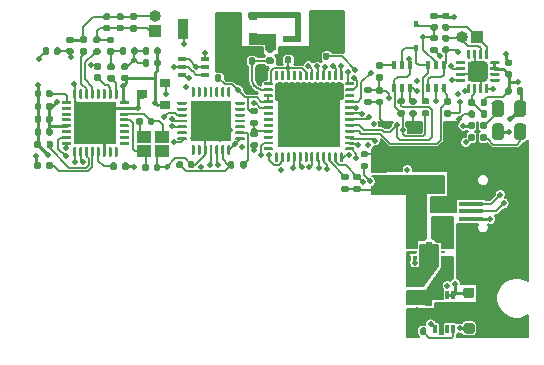
<source format=gbr>
%TF.GenerationSoftware,KiCad,Pcbnew,(5.1.10-1-10_14)*%
%TF.CreationDate,2021-09-22T20:59:13+02:00*%
%TF.ProjectId,Leo_muziekdoos,4c656f5f-6d75-47a6-9965-6b646f6f732e,rev?*%
%TF.SameCoordinates,Original*%
%TF.FileFunction,Copper,L1,Top*%
%TF.FilePolarity,Positive*%
%FSLAX46Y46*%
G04 Gerber Fmt 4.6, Leading zero omitted, Abs format (unit mm)*
G04 Created by KiCad (PCBNEW (5.1.10-1-10_14)) date 2021-09-22 20:59:13*
%MOMM*%
%LPD*%
G01*
G04 APERTURE LIST*
%TA.AperFunction,SMDPad,CuDef*%
%ADD10C,0.100000*%
%TD*%
%TA.AperFunction,SMDPad,CuDef*%
%ADD11R,0.400000X0.325000*%
%TD*%
%TA.AperFunction,SMDPad,CuDef*%
%ADD12R,0.400000X0.200000*%
%TD*%
%TA.AperFunction,SMDPad,CuDef*%
%ADD13R,0.400000X0.650000*%
%TD*%
%TA.AperFunction,SMDPad,CuDef*%
%ADD14R,3.350000X3.350000*%
%TD*%
%TA.AperFunction,SMDPad,CuDef*%
%ADD15R,0.650000X0.400000*%
%TD*%
%TA.AperFunction,ComponentPad*%
%ADD16O,1.000000X1.000000*%
%TD*%
%TA.AperFunction,ComponentPad*%
%ADD17R,1.000000X1.000000*%
%TD*%
%TA.AperFunction,SMDPad,CuDef*%
%ADD18R,0.500000X0.500000*%
%TD*%
%TA.AperFunction,SMDPad,CuDef*%
%ADD19R,0.800000X0.550000*%
%TD*%
%TA.AperFunction,SMDPad,CuDef*%
%ADD20R,1.000000X1.000000*%
%TD*%
%TA.AperFunction,SMDPad,CuDef*%
%ADD21R,2.150000X0.400000*%
%TD*%
%TA.AperFunction,ComponentPad*%
%ADD22R,1.800000X2.000000*%
%TD*%
%TA.AperFunction,ComponentPad*%
%ADD23O,2.150000X1.300000*%
%TD*%
%TA.AperFunction,SMDPad,CuDef*%
%ADD24R,0.900000X0.800000*%
%TD*%
%TA.AperFunction,SMDPad,CuDef*%
%ADD25R,5.300000X5.300000*%
%TD*%
%TA.AperFunction,ComponentPad*%
%ADD26C,0.600000*%
%TD*%
%TA.AperFunction,SMDPad,CuDef*%
%ADD27R,0.900000X1.700000*%
%TD*%
%TA.AperFunction,SMDPad,CuDef*%
%ADD28R,1.450000X1.750000*%
%TD*%
%TA.AperFunction,SMDPad,CuDef*%
%ADD29R,0.300000X0.750000*%
%TD*%
%TA.AperFunction,SMDPad,CuDef*%
%ADD30R,1.200000X1.000000*%
%TD*%
%TA.AperFunction,ComponentPad*%
%ADD31C,0.500000*%
%TD*%
%TA.AperFunction,SMDPad,CuDef*%
%ADD32R,3.600000X3.600000*%
%TD*%
%TA.AperFunction,SMDPad,CuDef*%
%ADD33R,0.450000X0.600000*%
%TD*%
%TA.AperFunction,ViaPad*%
%ADD34C,0.500000*%
%TD*%
%TA.AperFunction,Conductor*%
%ADD35C,0.152400*%
%TD*%
%TA.AperFunction,Conductor*%
%ADD36C,0.254000*%
%TD*%
%TA.AperFunction,Conductor*%
%ADD37C,0.203200*%
%TD*%
%TA.AperFunction,Conductor*%
%ADD38C,0.250000*%
%TD*%
%TA.AperFunction,Conductor*%
%ADD39C,0.200000*%
%TD*%
%TA.AperFunction,Conductor*%
%ADD40C,0.304800*%
%TD*%
%TA.AperFunction,Conductor*%
%ADD41C,0.100000*%
%TD*%
%TA.AperFunction,Conductor*%
%ADD42C,0.025400*%
%TD*%
G04 APERTURE END LIST*
%TO.P,C5,2*%
%TO.N,GND*%
%TA.AperFunction,SMDPad,CuDef*%
G36*
G01*
X75390000Y-81215000D02*
X75390000Y-80265000D01*
G75*
G02*
X75640000Y-80015000I250000J0D01*
G01*
X76140000Y-80015000D01*
G75*
G02*
X76390000Y-80265000I0J-250000D01*
G01*
X76390000Y-81215000D01*
G75*
G02*
X76140000Y-81465000I-250000J0D01*
G01*
X75640000Y-81465000D01*
G75*
G02*
X75390000Y-81215000I0J250000D01*
G01*
G37*
%TD.AperFunction*%
%TO.P,C5,1*%
%TO.N,+3V3*%
%TA.AperFunction,SMDPad,CuDef*%
G36*
G01*
X73490000Y-81215000D02*
X73490000Y-80265000D01*
G75*
G02*
X73740000Y-80015000I250000J0D01*
G01*
X74240000Y-80015000D01*
G75*
G02*
X74490000Y-80265000I0J-250000D01*
G01*
X74490000Y-81215000D01*
G75*
G02*
X74240000Y-81465000I-250000J0D01*
G01*
X73740000Y-81465000D01*
G75*
G02*
X73490000Y-81215000I0J250000D01*
G01*
G37*
%TD.AperFunction*%
%TD*%
%TA.AperFunction,SMDPad,CuDef*%
D10*
%TO.P,U2,7*%
%TO.N,GND*%
G36*
X75375025Y-85674904D02*
G01*
X75374087Y-85674619D01*
X75373222Y-85674157D01*
X75372464Y-85673536D01*
X75371843Y-85672778D01*
X75371381Y-85671913D01*
X75371096Y-85670975D01*
X75371000Y-85670000D01*
X75371000Y-85425000D01*
X74621000Y-85425000D01*
X74621000Y-85670000D01*
X74620904Y-85670975D01*
X74620619Y-85671913D01*
X74620157Y-85672778D01*
X74619536Y-85673536D01*
X74618778Y-85674157D01*
X74617913Y-85674619D01*
X74616975Y-85674904D01*
X74616000Y-85675000D01*
X74376000Y-85675000D01*
X74375025Y-85674904D01*
X74374087Y-85674619D01*
X74373222Y-85674157D01*
X74372464Y-85673536D01*
X74371843Y-85672778D01*
X74371381Y-85671913D01*
X74371096Y-85670975D01*
X74371000Y-85670000D01*
X74371000Y-85425000D01*
X74196000Y-85425000D01*
X74195025Y-85424904D01*
X74194087Y-85424619D01*
X74193222Y-85424157D01*
X74192464Y-85423536D01*
X74191843Y-85422778D01*
X74191381Y-85421913D01*
X74191096Y-85420975D01*
X74191000Y-85420000D01*
X74191000Y-84150000D01*
X74191096Y-84149025D01*
X74191381Y-84148087D01*
X74191843Y-84147222D01*
X74192464Y-84146464D01*
X74193222Y-84145843D01*
X74194087Y-84145381D01*
X74195025Y-84145096D01*
X74196000Y-84145000D01*
X74741000Y-84145000D01*
X74741000Y-83940000D01*
X74741096Y-83939025D01*
X74741381Y-83938087D01*
X74741843Y-83937222D01*
X74742464Y-83936464D01*
X74743222Y-83935843D01*
X74744087Y-83935381D01*
X74745025Y-83935096D01*
X74746000Y-83935000D01*
X75246000Y-83935000D01*
X75246975Y-83935096D01*
X75247913Y-83935381D01*
X75248778Y-83935843D01*
X75249536Y-83936464D01*
X75250157Y-83937222D01*
X75250619Y-83938087D01*
X75250904Y-83939025D01*
X75251000Y-83940000D01*
X75251000Y-84145000D01*
X75796000Y-84145000D01*
X75796975Y-84145096D01*
X75797913Y-84145381D01*
X75798778Y-84145843D01*
X75799536Y-84146464D01*
X75800157Y-84147222D01*
X75800619Y-84148087D01*
X75800904Y-84149025D01*
X75801000Y-84150000D01*
X75801000Y-85420000D01*
X75800904Y-85420975D01*
X75800619Y-85421913D01*
X75800157Y-85422778D01*
X75799536Y-85423536D01*
X75798778Y-85424157D01*
X75797913Y-85424619D01*
X75796975Y-85424904D01*
X75796000Y-85425000D01*
X75621000Y-85425000D01*
X75621000Y-85670000D01*
X75620904Y-85670975D01*
X75620619Y-85671913D01*
X75620157Y-85672778D01*
X75619536Y-85673536D01*
X75618778Y-85674157D01*
X75617913Y-85674619D01*
X75616975Y-85674904D01*
X75616000Y-85675000D01*
X75376000Y-85675000D01*
X75375025Y-85674904D01*
G37*
%TD.AperFunction*%
%TA.AperFunction,SMDPad,CuDef*%
%TO.P,U2,9*%
%TO.N,+3V3*%
G36*
X73845025Y-83874904D02*
G01*
X73844087Y-83874619D01*
X73843222Y-83874157D01*
X73842464Y-83873536D01*
X73841843Y-83872778D01*
X73841381Y-83871913D01*
X73841096Y-83870975D01*
X73841000Y-83870000D01*
X73841000Y-83275000D01*
X73596000Y-83275000D01*
X73595025Y-83274904D01*
X73594087Y-83274619D01*
X73593222Y-83274157D01*
X73592464Y-83273536D01*
X73591843Y-83272778D01*
X73591381Y-83271913D01*
X73591096Y-83270975D01*
X73591000Y-83270000D01*
X73591000Y-83020000D01*
X73591096Y-83019025D01*
X73591381Y-83018087D01*
X73591843Y-83017222D01*
X73592464Y-83016464D01*
X73593222Y-83015843D01*
X73594087Y-83015381D01*
X73595025Y-83015096D01*
X73596000Y-83015000D01*
X73841000Y-83015000D01*
X73841000Y-82420000D01*
X73841096Y-82419025D01*
X73841381Y-82418087D01*
X73841843Y-82417222D01*
X73842464Y-82416464D01*
X73843222Y-82415843D01*
X73844087Y-82415381D01*
X73845025Y-82415096D01*
X73846000Y-82415000D01*
X74341000Y-82415000D01*
X74341000Y-82170000D01*
X74341096Y-82169025D01*
X74341381Y-82168087D01*
X74341843Y-82167222D01*
X74342464Y-82166464D01*
X74343222Y-82165843D01*
X74344087Y-82165381D01*
X74345025Y-82165096D01*
X74346000Y-82165000D01*
X74596000Y-82165000D01*
X74596975Y-82165096D01*
X74597913Y-82165381D01*
X74598778Y-82165843D01*
X74599536Y-82166464D01*
X74600157Y-82167222D01*
X74600619Y-82168087D01*
X74600904Y-82169025D01*
X74601000Y-82170000D01*
X74601000Y-83870000D01*
X74600904Y-83870975D01*
X74600619Y-83871913D01*
X74600157Y-83872778D01*
X74599536Y-83873536D01*
X74598778Y-83874157D01*
X74597913Y-83874619D01*
X74596975Y-83874904D01*
X74596000Y-83875000D01*
X73846000Y-83875000D01*
X73845025Y-83874904D01*
G37*
%TD.AperFunction*%
%TA.AperFunction,SMDPad,CuDef*%
%TO.P,U2,8*%
%TO.N,/Power/Lx_L1*%
G36*
X75395025Y-83874904D02*
G01*
X75394087Y-83874619D01*
X75393222Y-83874157D01*
X75392464Y-83873536D01*
X75391843Y-83872778D01*
X75391381Y-83871913D01*
X75391096Y-83870975D01*
X75391000Y-83870000D01*
X75391000Y-82170000D01*
X75391096Y-82169025D01*
X75391381Y-82168087D01*
X75391843Y-82167222D01*
X75392464Y-82166464D01*
X75393222Y-82165843D01*
X75394087Y-82165381D01*
X75395025Y-82165096D01*
X75396000Y-82165000D01*
X75646000Y-82165000D01*
X75646975Y-82165096D01*
X75647913Y-82165381D01*
X75648778Y-82165843D01*
X75649536Y-82166464D01*
X75650157Y-82167222D01*
X75650619Y-82168087D01*
X75650904Y-82169025D01*
X75651000Y-82170000D01*
X75651000Y-82415000D01*
X76146000Y-82415000D01*
X76146975Y-82415096D01*
X76147913Y-82415381D01*
X76148778Y-82415843D01*
X76149536Y-82416464D01*
X76150157Y-82417222D01*
X76150619Y-82418087D01*
X76150904Y-82419025D01*
X76151000Y-82420000D01*
X76151000Y-83015000D01*
X76396000Y-83015000D01*
X76396975Y-83015096D01*
X76397913Y-83015381D01*
X76398778Y-83015843D01*
X76399536Y-83016464D01*
X76400157Y-83017222D01*
X76400619Y-83018087D01*
X76400904Y-83019025D01*
X76401000Y-83020000D01*
X76401000Y-83270000D01*
X76400904Y-83270975D01*
X76400619Y-83271913D01*
X76400157Y-83272778D01*
X76399536Y-83273536D01*
X76398778Y-83274157D01*
X76397913Y-83274619D01*
X76396975Y-83274904D01*
X76396000Y-83275000D01*
X76151000Y-83275000D01*
X76151000Y-83870000D01*
X76150904Y-83870975D01*
X76150619Y-83871913D01*
X76150157Y-83872778D01*
X76149536Y-83873536D01*
X76148778Y-83874157D01*
X76147913Y-83874619D01*
X76146975Y-83874904D01*
X76146000Y-83875000D01*
X75396000Y-83875000D01*
X75395025Y-83874904D01*
G37*
%TD.AperFunction*%
D11*
%TO.P,U2,1*%
%TO.N,+BATT*%
X76196000Y-85282500D03*
%TO.P,U2,6*%
%TO.N,/Power/PSU_EN_BUF*%
X73796000Y-85282500D03*
D12*
%TO.P,U2,2*%
%TO.N,Net-(U2-Pad2)*%
X76196000Y-84820000D03*
D11*
%TO.P,U2,3*%
%TO.N,/Power/Lx_L1*%
X76196000Y-84357500D03*
D12*
%TO.P,U2,5*%
%TO.N,GND*%
X73796000Y-84820000D03*
D11*
%TO.P,U2,4*%
%TO.N,+3V3*%
X73796000Y-84357500D03*
%TD*%
D13*
%TO.P,Q1,6*%
%TO.N,Net-(Q1-Pad6)*%
X72050000Y-68970000D03*
%TO.P,Q1,4*%
%TO.N,+BATT*%
X73350000Y-68970000D03*
%TO.P,Q1,2*%
%TO.N,/CPU/MEAS_EN*%
X72700000Y-70870000D03*
%TO.P,Q1,5*%
%TO.N,/Power/PSU_EN*%
X72700000Y-68970000D03*
%TO.P,Q1,3*%
%TO.N,/Power/PSU_EN_BUF*%
X73350000Y-70870000D03*
%TO.P,Q1,1*%
%TO.N,+BATT*%
X72050000Y-70870000D03*
%TD*%
%TO.P,Q2,6*%
%TO.N,/CPU/BTN_PWR*%
X76210000Y-70880000D03*
%TO.P,Q2,4*%
%TO.N,GND*%
X74910000Y-70880000D03*
%TO.P,Q2,2*%
%TO.N,/Power/PSU_BTN_RAW*%
X75560000Y-68980000D03*
%TO.P,Q2,5*%
%TO.N,/CPU/PW_HOLD*%
X75560000Y-70880000D03*
%TO.P,Q2,3*%
%TO.N,/Power/PSU_EN*%
X74910000Y-68980000D03*
%TO.P,Q2,1*%
%TO.N,GND*%
X76210000Y-68980000D03*
%TD*%
D14*
%TO.P,U10,29*%
%TO.N,GND*%
X56520000Y-73690000D03*
%TO.P,U10,28*%
%TO.N,/programmer/CP_DTR*%
%TA.AperFunction,SMDPad,CuDef*%
G36*
G01*
X54407500Y-75315000D02*
X53732500Y-75315000D01*
G75*
G02*
X53670000Y-75252500I0J62500D01*
G01*
X53670000Y-75127500D01*
G75*
G02*
X53732500Y-75065000I62500J0D01*
G01*
X54407500Y-75065000D01*
G75*
G02*
X54470000Y-75127500I0J-62500D01*
G01*
X54470000Y-75252500D01*
G75*
G02*
X54407500Y-75315000I-62500J0D01*
G01*
G37*
%TD.AperFunction*%
%TO.P,U10,27*%
%TO.N,Net-(U10-Pad27)*%
%TA.AperFunction,SMDPad,CuDef*%
G36*
G01*
X54407500Y-74815000D02*
X53732500Y-74815000D01*
G75*
G02*
X53670000Y-74752500I0J62500D01*
G01*
X53670000Y-74627500D01*
G75*
G02*
X53732500Y-74565000I62500J0D01*
G01*
X54407500Y-74565000D01*
G75*
G02*
X54470000Y-74627500I0J-62500D01*
G01*
X54470000Y-74752500D01*
G75*
G02*
X54407500Y-74815000I-62500J0D01*
G01*
G37*
%TD.AperFunction*%
%TO.P,U10,26*%
%TO.N,/CPU/ESP_RX*%
%TA.AperFunction,SMDPad,CuDef*%
G36*
G01*
X54407500Y-74315000D02*
X53732500Y-74315000D01*
G75*
G02*
X53670000Y-74252500I0J62500D01*
G01*
X53670000Y-74127500D01*
G75*
G02*
X53732500Y-74065000I62500J0D01*
G01*
X54407500Y-74065000D01*
G75*
G02*
X54470000Y-74127500I0J-62500D01*
G01*
X54470000Y-74252500D01*
G75*
G02*
X54407500Y-74315000I-62500J0D01*
G01*
G37*
%TD.AperFunction*%
%TO.P,U10,25*%
%TO.N,/CPU/ESP_TX*%
%TA.AperFunction,SMDPad,CuDef*%
G36*
G01*
X54407500Y-73815000D02*
X53732500Y-73815000D01*
G75*
G02*
X53670000Y-73752500I0J62500D01*
G01*
X53670000Y-73627500D01*
G75*
G02*
X53732500Y-73565000I62500J0D01*
G01*
X54407500Y-73565000D01*
G75*
G02*
X54470000Y-73627500I0J-62500D01*
G01*
X54470000Y-73752500D01*
G75*
G02*
X54407500Y-73815000I-62500J0D01*
G01*
G37*
%TD.AperFunction*%
%TO.P,U10,24*%
%TO.N,/programmer/CP_RTS*%
%TA.AperFunction,SMDPad,CuDef*%
G36*
G01*
X54407500Y-73315000D02*
X53732500Y-73315000D01*
G75*
G02*
X53670000Y-73252500I0J62500D01*
G01*
X53670000Y-73127500D01*
G75*
G02*
X53732500Y-73065000I62500J0D01*
G01*
X54407500Y-73065000D01*
G75*
G02*
X54470000Y-73127500I0J-62500D01*
G01*
X54470000Y-73252500D01*
G75*
G02*
X54407500Y-73315000I-62500J0D01*
G01*
G37*
%TD.AperFunction*%
%TO.P,U10,23*%
%TO.N,Net-(U10-Pad23)*%
%TA.AperFunction,SMDPad,CuDef*%
G36*
G01*
X54407500Y-72815000D02*
X53732500Y-72815000D01*
G75*
G02*
X53670000Y-72752500I0J62500D01*
G01*
X53670000Y-72627500D01*
G75*
G02*
X53732500Y-72565000I62500J0D01*
G01*
X54407500Y-72565000D01*
G75*
G02*
X54470000Y-72627500I0J-62500D01*
G01*
X54470000Y-72752500D01*
G75*
G02*
X54407500Y-72815000I-62500J0D01*
G01*
G37*
%TD.AperFunction*%
%TO.P,U10,22*%
%TO.N,Net-(U10-Pad22)*%
%TA.AperFunction,SMDPad,CuDef*%
G36*
G01*
X54407500Y-72315000D02*
X53732500Y-72315000D01*
G75*
G02*
X53670000Y-72252500I0J62500D01*
G01*
X53670000Y-72127500D01*
G75*
G02*
X53732500Y-72065000I62500J0D01*
G01*
X54407500Y-72065000D01*
G75*
G02*
X54470000Y-72127500I0J-62500D01*
G01*
X54470000Y-72252500D01*
G75*
G02*
X54407500Y-72315000I-62500J0D01*
G01*
G37*
%TD.AperFunction*%
%TO.P,U10,21*%
%TO.N,Net-(U10-Pad21)*%
%TA.AperFunction,SMDPad,CuDef*%
G36*
G01*
X55082500Y-71640000D02*
X54957500Y-71640000D01*
G75*
G02*
X54895000Y-71577500I0J62500D01*
G01*
X54895000Y-70902500D01*
G75*
G02*
X54957500Y-70840000I62500J0D01*
G01*
X55082500Y-70840000D01*
G75*
G02*
X55145000Y-70902500I0J-62500D01*
G01*
X55145000Y-71577500D01*
G75*
G02*
X55082500Y-71640000I-62500J0D01*
G01*
G37*
%TD.AperFunction*%
%TO.P,U10,20*%
%TO.N,Net-(U10-Pad20)*%
%TA.AperFunction,SMDPad,CuDef*%
G36*
G01*
X55582500Y-71640000D02*
X55457500Y-71640000D01*
G75*
G02*
X55395000Y-71577500I0J62500D01*
G01*
X55395000Y-70902500D01*
G75*
G02*
X55457500Y-70840000I62500J0D01*
G01*
X55582500Y-70840000D01*
G75*
G02*
X55645000Y-70902500I0J-62500D01*
G01*
X55645000Y-71577500D01*
G75*
G02*
X55582500Y-71640000I-62500J0D01*
G01*
G37*
%TD.AperFunction*%
%TO.P,U10,19*%
%TO.N,Net-(U10-Pad19)*%
%TA.AperFunction,SMDPad,CuDef*%
G36*
G01*
X56082500Y-71640000D02*
X55957500Y-71640000D01*
G75*
G02*
X55895000Y-71577500I0J62500D01*
G01*
X55895000Y-70902500D01*
G75*
G02*
X55957500Y-70840000I62500J0D01*
G01*
X56082500Y-70840000D01*
G75*
G02*
X56145000Y-70902500I0J-62500D01*
G01*
X56145000Y-71577500D01*
G75*
G02*
X56082500Y-71640000I-62500J0D01*
G01*
G37*
%TD.AperFunction*%
%TO.P,U10,18*%
%TO.N,Net-(U10-Pad18)*%
%TA.AperFunction,SMDPad,CuDef*%
G36*
G01*
X56582500Y-71640000D02*
X56457500Y-71640000D01*
G75*
G02*
X56395000Y-71577500I0J62500D01*
G01*
X56395000Y-70902500D01*
G75*
G02*
X56457500Y-70840000I62500J0D01*
G01*
X56582500Y-70840000D01*
G75*
G02*
X56645000Y-70902500I0J-62500D01*
G01*
X56645000Y-71577500D01*
G75*
G02*
X56582500Y-71640000I-62500J0D01*
G01*
G37*
%TD.AperFunction*%
%TO.P,U10,17*%
%TO.N,Net-(U10-Pad17)*%
%TA.AperFunction,SMDPad,CuDef*%
G36*
G01*
X57082500Y-71640000D02*
X56957500Y-71640000D01*
G75*
G02*
X56895000Y-71577500I0J62500D01*
G01*
X56895000Y-70902500D01*
G75*
G02*
X56957500Y-70840000I62500J0D01*
G01*
X57082500Y-70840000D01*
G75*
G02*
X57145000Y-70902500I0J-62500D01*
G01*
X57145000Y-71577500D01*
G75*
G02*
X57082500Y-71640000I-62500J0D01*
G01*
G37*
%TD.AperFunction*%
%TO.P,U10,16*%
%TO.N,Net-(U10-Pad16)*%
%TA.AperFunction,SMDPad,CuDef*%
G36*
G01*
X57582500Y-71640000D02*
X57457500Y-71640000D01*
G75*
G02*
X57395000Y-71577500I0J62500D01*
G01*
X57395000Y-70902500D01*
G75*
G02*
X57457500Y-70840000I62500J0D01*
G01*
X57582500Y-70840000D01*
G75*
G02*
X57645000Y-70902500I0J-62500D01*
G01*
X57645000Y-71577500D01*
G75*
G02*
X57582500Y-71640000I-62500J0D01*
G01*
G37*
%TD.AperFunction*%
%TO.P,U10,15*%
%TO.N,Net-(U10-Pad15)*%
%TA.AperFunction,SMDPad,CuDef*%
G36*
G01*
X58082500Y-71640000D02*
X57957500Y-71640000D01*
G75*
G02*
X57895000Y-71577500I0J62500D01*
G01*
X57895000Y-70902500D01*
G75*
G02*
X57957500Y-70840000I62500J0D01*
G01*
X58082500Y-70840000D01*
G75*
G02*
X58145000Y-70902500I0J-62500D01*
G01*
X58145000Y-71577500D01*
G75*
G02*
X58082500Y-71640000I-62500J0D01*
G01*
G37*
%TD.AperFunction*%
%TO.P,U10,14*%
%TO.N,Net-(U10-Pad14)*%
%TA.AperFunction,SMDPad,CuDef*%
G36*
G01*
X59307500Y-72315000D02*
X58632500Y-72315000D01*
G75*
G02*
X58570000Y-72252500I0J62500D01*
G01*
X58570000Y-72127500D01*
G75*
G02*
X58632500Y-72065000I62500J0D01*
G01*
X59307500Y-72065000D01*
G75*
G02*
X59370000Y-72127500I0J-62500D01*
G01*
X59370000Y-72252500D01*
G75*
G02*
X59307500Y-72315000I-62500J0D01*
G01*
G37*
%TD.AperFunction*%
%TO.P,U10,13*%
%TO.N,Net-(U10-Pad13)*%
%TA.AperFunction,SMDPad,CuDef*%
G36*
G01*
X59307500Y-72815000D02*
X58632500Y-72815000D01*
G75*
G02*
X58570000Y-72752500I0J62500D01*
G01*
X58570000Y-72627500D01*
G75*
G02*
X58632500Y-72565000I62500J0D01*
G01*
X59307500Y-72565000D01*
G75*
G02*
X59370000Y-72627500I0J-62500D01*
G01*
X59370000Y-72752500D01*
G75*
G02*
X59307500Y-72815000I-62500J0D01*
G01*
G37*
%TD.AperFunction*%
%TO.P,U10,12*%
%TO.N,Net-(U10-Pad12)*%
%TA.AperFunction,SMDPad,CuDef*%
G36*
G01*
X59307500Y-73315000D02*
X58632500Y-73315000D01*
G75*
G02*
X58570000Y-73252500I0J62500D01*
G01*
X58570000Y-73127500D01*
G75*
G02*
X58632500Y-73065000I62500J0D01*
G01*
X59307500Y-73065000D01*
G75*
G02*
X59370000Y-73127500I0J-62500D01*
G01*
X59370000Y-73252500D01*
G75*
G02*
X59307500Y-73315000I-62500J0D01*
G01*
G37*
%TD.AperFunction*%
%TO.P,U10,11*%
%TO.N,Net-(U10-Pad11)*%
%TA.AperFunction,SMDPad,CuDef*%
G36*
G01*
X59307500Y-73815000D02*
X58632500Y-73815000D01*
G75*
G02*
X58570000Y-73752500I0J62500D01*
G01*
X58570000Y-73627500D01*
G75*
G02*
X58632500Y-73565000I62500J0D01*
G01*
X59307500Y-73565000D01*
G75*
G02*
X59370000Y-73627500I0J-62500D01*
G01*
X59370000Y-73752500D01*
G75*
G02*
X59307500Y-73815000I-62500J0D01*
G01*
G37*
%TD.AperFunction*%
%TO.P,U10,10*%
%TO.N,Net-(U10-Pad10)*%
%TA.AperFunction,SMDPad,CuDef*%
G36*
G01*
X59307500Y-74315000D02*
X58632500Y-74315000D01*
G75*
G02*
X58570000Y-74252500I0J62500D01*
G01*
X58570000Y-74127500D01*
G75*
G02*
X58632500Y-74065000I62500J0D01*
G01*
X59307500Y-74065000D01*
G75*
G02*
X59370000Y-74127500I0J-62500D01*
G01*
X59370000Y-74252500D01*
G75*
G02*
X59307500Y-74315000I-62500J0D01*
G01*
G37*
%TD.AperFunction*%
%TO.P,U10,9*%
%TO.N,/programmer/CP_RST*%
%TA.AperFunction,SMDPad,CuDef*%
G36*
G01*
X59307500Y-74815000D02*
X58632500Y-74815000D01*
G75*
G02*
X58570000Y-74752500I0J62500D01*
G01*
X58570000Y-74627500D01*
G75*
G02*
X58632500Y-74565000I62500J0D01*
G01*
X59307500Y-74565000D01*
G75*
G02*
X59370000Y-74627500I0J-62500D01*
G01*
X59370000Y-74752500D01*
G75*
G02*
X59307500Y-74815000I-62500J0D01*
G01*
G37*
%TD.AperFunction*%
%TO.P,U10,8*%
%TO.N,VBUS*%
%TA.AperFunction,SMDPad,CuDef*%
G36*
G01*
X59307500Y-75315000D02*
X58632500Y-75315000D01*
G75*
G02*
X58570000Y-75252500I0J62500D01*
G01*
X58570000Y-75127500D01*
G75*
G02*
X58632500Y-75065000I62500J0D01*
G01*
X59307500Y-75065000D01*
G75*
G02*
X59370000Y-75127500I0J-62500D01*
G01*
X59370000Y-75252500D01*
G75*
G02*
X59307500Y-75315000I-62500J0D01*
G01*
G37*
%TD.AperFunction*%
%TO.P,U10,7*%
%TA.AperFunction,SMDPad,CuDef*%
G36*
G01*
X58082500Y-76540000D02*
X57957500Y-76540000D01*
G75*
G02*
X57895000Y-76477500I0J62500D01*
G01*
X57895000Y-75802500D01*
G75*
G02*
X57957500Y-75740000I62500J0D01*
G01*
X58082500Y-75740000D01*
G75*
G02*
X58145000Y-75802500I0J-62500D01*
G01*
X58145000Y-76477500D01*
G75*
G02*
X58082500Y-76540000I-62500J0D01*
G01*
G37*
%TD.AperFunction*%
%TO.P,U10,6*%
%TO.N,+3V3*%
%TA.AperFunction,SMDPad,CuDef*%
G36*
G01*
X57582500Y-76540000D02*
X57457500Y-76540000D01*
G75*
G02*
X57395000Y-76477500I0J62500D01*
G01*
X57395000Y-75802500D01*
G75*
G02*
X57457500Y-75740000I62500J0D01*
G01*
X57582500Y-75740000D01*
G75*
G02*
X57645000Y-75802500I0J-62500D01*
G01*
X57645000Y-76477500D01*
G75*
G02*
X57582500Y-76540000I-62500J0D01*
G01*
G37*
%TD.AperFunction*%
%TO.P,U10,5*%
%TO.N,/Power/USB_D-*%
%TA.AperFunction,SMDPad,CuDef*%
G36*
G01*
X57082500Y-76540000D02*
X56957500Y-76540000D01*
G75*
G02*
X56895000Y-76477500I0J62500D01*
G01*
X56895000Y-75802500D01*
G75*
G02*
X56957500Y-75740000I62500J0D01*
G01*
X57082500Y-75740000D01*
G75*
G02*
X57145000Y-75802500I0J-62500D01*
G01*
X57145000Y-76477500D01*
G75*
G02*
X57082500Y-76540000I-62500J0D01*
G01*
G37*
%TD.AperFunction*%
%TO.P,U10,4*%
%TO.N,/Power/USB_D+*%
%TA.AperFunction,SMDPad,CuDef*%
G36*
G01*
X56582500Y-76540000D02*
X56457500Y-76540000D01*
G75*
G02*
X56395000Y-76477500I0J62500D01*
G01*
X56395000Y-75802500D01*
G75*
G02*
X56457500Y-75740000I62500J0D01*
G01*
X56582500Y-75740000D01*
G75*
G02*
X56645000Y-75802500I0J-62500D01*
G01*
X56645000Y-76477500D01*
G75*
G02*
X56582500Y-76540000I-62500J0D01*
G01*
G37*
%TD.AperFunction*%
%TO.P,U10,3*%
%TO.N,GND*%
%TA.AperFunction,SMDPad,CuDef*%
G36*
G01*
X56082500Y-76540000D02*
X55957500Y-76540000D01*
G75*
G02*
X55895000Y-76477500I0J62500D01*
G01*
X55895000Y-75802500D01*
G75*
G02*
X55957500Y-75740000I62500J0D01*
G01*
X56082500Y-75740000D01*
G75*
G02*
X56145000Y-75802500I0J-62500D01*
G01*
X56145000Y-76477500D01*
G75*
G02*
X56082500Y-76540000I-62500J0D01*
G01*
G37*
%TD.AperFunction*%
%TO.P,U10,2*%
%TO.N,Net-(U10-Pad2)*%
%TA.AperFunction,SMDPad,CuDef*%
G36*
G01*
X55582500Y-76540000D02*
X55457500Y-76540000D01*
G75*
G02*
X55395000Y-76477500I0J62500D01*
G01*
X55395000Y-75802500D01*
G75*
G02*
X55457500Y-75740000I62500J0D01*
G01*
X55582500Y-75740000D01*
G75*
G02*
X55645000Y-75802500I0J-62500D01*
G01*
X55645000Y-76477500D01*
G75*
G02*
X55582500Y-76540000I-62500J0D01*
G01*
G37*
%TD.AperFunction*%
%TO.P,U10,1*%
%TO.N,Net-(U10-Pad1)*%
%TA.AperFunction,SMDPad,CuDef*%
G36*
G01*
X55082500Y-76540000D02*
X54957500Y-76540000D01*
G75*
G02*
X54895000Y-76477500I0J62500D01*
G01*
X54895000Y-75802500D01*
G75*
G02*
X54957500Y-75740000I62500J0D01*
G01*
X55082500Y-75740000D01*
G75*
G02*
X55145000Y-75802500I0J-62500D01*
G01*
X55145000Y-76477500D01*
G75*
G02*
X55082500Y-76540000I-62500J0D01*
G01*
G37*
%TD.AperFunction*%
%TD*%
%TO.P,R11,2*%
%TO.N,/programmer/CP_RST*%
%TA.AperFunction,SMDPad,CuDef*%
G36*
G01*
X58990200Y-77578800D02*
X58990200Y-77208800D01*
G75*
G02*
X59125200Y-77073800I135000J0D01*
G01*
X59395200Y-77073800D01*
G75*
G02*
X59530200Y-77208800I0J-135000D01*
G01*
X59530200Y-77578800D01*
G75*
G02*
X59395200Y-77713800I-135000J0D01*
G01*
X59125200Y-77713800D01*
G75*
G02*
X58990200Y-77578800I0J135000D01*
G01*
G37*
%TD.AperFunction*%
%TO.P,R11,1*%
%TO.N,+3V3*%
%TA.AperFunction,SMDPad,CuDef*%
G36*
G01*
X57970200Y-77578800D02*
X57970200Y-77208800D01*
G75*
G02*
X58105200Y-77073800I135000J0D01*
G01*
X58375200Y-77073800D01*
G75*
G02*
X58510200Y-77208800I0J-135000D01*
G01*
X58510200Y-77578800D01*
G75*
G02*
X58375200Y-77713800I-135000J0D01*
G01*
X58105200Y-77713800D01*
G75*
G02*
X57970200Y-77578800I0J135000D01*
G01*
G37*
%TD.AperFunction*%
%TD*%
D15*
%TO.P,Q5,6*%
%TO.N,/CPU/ESP_RST*%
X55980000Y-68470000D03*
%TO.P,Q5,4*%
%TO.N,/programmer/CP_DTR*%
X55980000Y-69770000D03*
%TO.P,Q5,2*%
X54080000Y-69120000D03*
%TO.P,Q5,5*%
%TO.N,/programmer/CP_RTS*%
X55980000Y-69120000D03*
%TO.P,Q5,3*%
%TO.N,/CPU/ESP_GPIO0*%
X54080000Y-69770000D03*
%TO.P,Q5,1*%
%TO.N,/programmer/CP_RTS*%
X54080000Y-68470000D03*
%TD*%
%TO.P,C29,2*%
%TO.N,GND*%
%TA.AperFunction,SMDPad,CuDef*%
G36*
G01*
X54556000Y-77563800D02*
X54556000Y-77223800D01*
G75*
G02*
X54696000Y-77083800I140000J0D01*
G01*
X54976000Y-77083800D01*
G75*
G02*
X55116000Y-77223800I0J-140000D01*
G01*
X55116000Y-77563800D01*
G75*
G02*
X54976000Y-77703800I-140000J0D01*
G01*
X54696000Y-77703800D01*
G75*
G02*
X54556000Y-77563800I0J140000D01*
G01*
G37*
%TD.AperFunction*%
%TO.P,C29,1*%
%TO.N,+3V3*%
%TA.AperFunction,SMDPad,CuDef*%
G36*
G01*
X53596000Y-77563800D02*
X53596000Y-77223800D01*
G75*
G02*
X53736000Y-77083800I140000J0D01*
G01*
X54016000Y-77083800D01*
G75*
G02*
X54156000Y-77223800I0J-140000D01*
G01*
X54156000Y-77563800D01*
G75*
G02*
X54016000Y-77703800I-140000J0D01*
G01*
X53736000Y-77703800D01*
G75*
G02*
X53596000Y-77563800I0J140000D01*
G01*
G37*
%TD.AperFunction*%
%TD*%
D16*
%TO.P,J3,2*%
%TO.N,/I2S_DAC_AMP/SPK_OUT-*%
X77762100Y-66548000D03*
D17*
%TO.P,J3,1*%
%TO.N,/I2S_DAC_AMP/SPKOUT+*%
X79032100Y-66548000D03*
%TD*%
D16*
%TO.P,J1,2*%
%TO.N,GND*%
X73952100Y-89928700D03*
D17*
%TO.P,J1,1*%
%TO.N,+BATT*%
X73952100Y-88658700D03*
%TD*%
D16*
%TO.P,J4,2*%
%TO.N,Net-(C23-Pad2)*%
X51816000Y-64820800D03*
D17*
%TO.P,J4,1*%
%TO.N,Net-(C20-Pad2)*%
X51816000Y-66090800D03*
%TD*%
D18*
%TO.P,J9,1*%
%TO.N,/CPU/A2*%
X62900000Y-66750000D03*
%TD*%
D19*
%TO.P,ANT1,1*%
%TO.N,/CPU/WIFI_ANT*%
X60075000Y-66525000D03*
%TO.P,ANT1,2*%
%TO.N,/CPU/A2*%
X60075000Y-64875000D03*
%TD*%
D20*
%TO.P,J2,SH*%
%TO.N,GND*%
X82849100Y-82195800D03*
D21*
%TO.P,J2,1*%
%TO.N,VBUS*%
X78539100Y-81995800D03*
D22*
%TO.P,J2,SH*%
%TO.N,GND*%
X78539100Y-84495800D03*
D23*
X81699100Y-84295800D03*
D22*
X78539100Y-76895800D03*
D23*
X81699100Y-77095800D03*
D20*
X82849100Y-79195800D03*
D21*
%TO.P,J2,2*%
%TO.N,/Power/USB_D-*%
X78539100Y-81345800D03*
%TO.P,J2,3*%
%TO.N,/Power/USB_D+*%
X78539100Y-80695800D03*
%TO.P,J2,4*%
%TO.N,GND*%
X78539100Y-80045800D03*
%TO.P,J2,5*%
X78539100Y-79395800D03*
%TD*%
D24*
%TO.P,U8,3*%
%TO.N,GND*%
X50663600Y-71424800D03*
%TO.P,U8,2*%
%TO.N,/CPU/HALL_OUT*%
X52663600Y-70474800D03*
%TO.P,U8,1*%
%TO.N,+3V3*%
X52663600Y-72374800D03*
%TD*%
D25*
%TO.P,U4,49*%
%TO.N,GND*%
X64820800Y-73300000D03*
%TO.P,U4,48*%
%TO.N,Net-(U4-Pad48)*%
%TA.AperFunction,SMDPad,CuDef*%
G36*
G01*
X61945800Y-70187500D02*
X61945800Y-69512500D01*
G75*
G02*
X62008300Y-69450000I62500J0D01*
G01*
X62133300Y-69450000D01*
G75*
G02*
X62195800Y-69512500I0J-62500D01*
G01*
X62195800Y-70187500D01*
G75*
G02*
X62133300Y-70250000I-62500J0D01*
G01*
X62008300Y-70250000D01*
G75*
G02*
X61945800Y-70187500I0J62500D01*
G01*
G37*
%TD.AperFunction*%
%TO.P,U4,47*%
%TO.N,Net-(U4-Pad47)*%
%TA.AperFunction,SMDPad,CuDef*%
G36*
G01*
X62445800Y-70187500D02*
X62445800Y-69512500D01*
G75*
G02*
X62508300Y-69450000I62500J0D01*
G01*
X62633300Y-69450000D01*
G75*
G02*
X62695800Y-69512500I0J-62500D01*
G01*
X62695800Y-70187500D01*
G75*
G02*
X62633300Y-70250000I-62500J0D01*
G01*
X62508300Y-70250000D01*
G75*
G02*
X62445800Y-70187500I0J62500D01*
G01*
G37*
%TD.AperFunction*%
%TO.P,U4,46*%
%TO.N,+3V3*%
%TA.AperFunction,SMDPad,CuDef*%
G36*
G01*
X62945800Y-70187500D02*
X62945800Y-69512500D01*
G75*
G02*
X63008300Y-69450000I62500J0D01*
G01*
X63133300Y-69450000D01*
G75*
G02*
X63195800Y-69512500I0J-62500D01*
G01*
X63195800Y-70187500D01*
G75*
G02*
X63133300Y-70250000I-62500J0D01*
G01*
X63008300Y-70250000D01*
G75*
G02*
X62945800Y-70187500I0J62500D01*
G01*
G37*
%TD.AperFunction*%
%TO.P,U4,45*%
%TO.N,Net-(U4-Pad45)*%
%TA.AperFunction,SMDPad,CuDef*%
G36*
G01*
X63445800Y-70187500D02*
X63445800Y-69512500D01*
G75*
G02*
X63508300Y-69450000I62500J0D01*
G01*
X63633300Y-69450000D01*
G75*
G02*
X63695800Y-69512500I0J-62500D01*
G01*
X63695800Y-70187500D01*
G75*
G02*
X63633300Y-70250000I-62500J0D01*
G01*
X63508300Y-70250000D01*
G75*
G02*
X63445800Y-70187500I0J62500D01*
G01*
G37*
%TD.AperFunction*%
%TO.P,U4,44*%
%TO.N,Net-(U4-Pad44)*%
%TA.AperFunction,SMDPad,CuDef*%
G36*
G01*
X63945800Y-70187500D02*
X63945800Y-69512500D01*
G75*
G02*
X64008300Y-69450000I62500J0D01*
G01*
X64133300Y-69450000D01*
G75*
G02*
X64195800Y-69512500I0J-62500D01*
G01*
X64195800Y-70187500D01*
G75*
G02*
X64133300Y-70250000I-62500J0D01*
G01*
X64008300Y-70250000D01*
G75*
G02*
X63945800Y-70187500I0J62500D01*
G01*
G37*
%TD.AperFunction*%
%TO.P,U4,43*%
%TO.N,+3V3*%
%TA.AperFunction,SMDPad,CuDef*%
G36*
G01*
X64445800Y-70187500D02*
X64445800Y-69512500D01*
G75*
G02*
X64508300Y-69450000I62500J0D01*
G01*
X64633300Y-69450000D01*
G75*
G02*
X64695800Y-69512500I0J-62500D01*
G01*
X64695800Y-70187500D01*
G75*
G02*
X64633300Y-70250000I-62500J0D01*
G01*
X64508300Y-70250000D01*
G75*
G02*
X64445800Y-70187500I0J62500D01*
G01*
G37*
%TD.AperFunction*%
%TO.P,U4,42*%
%TO.N,/CPU/DAC_BCLK*%
%TA.AperFunction,SMDPad,CuDef*%
G36*
G01*
X64945800Y-70187500D02*
X64945800Y-69512500D01*
G75*
G02*
X65008300Y-69450000I62500J0D01*
G01*
X65133300Y-69450000D01*
G75*
G02*
X65195800Y-69512500I0J-62500D01*
G01*
X65195800Y-70187500D01*
G75*
G02*
X65133300Y-70250000I-62500J0D01*
G01*
X65008300Y-70250000D01*
G75*
G02*
X64945800Y-70187500I0J62500D01*
G01*
G37*
%TD.AperFunction*%
%TO.P,U4,41*%
%TO.N,/CPU/ESP_TX*%
%TA.AperFunction,SMDPad,CuDef*%
G36*
G01*
X65445800Y-70187500D02*
X65445800Y-69512500D01*
G75*
G02*
X65508300Y-69450000I62500J0D01*
G01*
X65633300Y-69450000D01*
G75*
G02*
X65695800Y-69512500I0J-62500D01*
G01*
X65695800Y-70187500D01*
G75*
G02*
X65633300Y-70250000I-62500J0D01*
G01*
X65508300Y-70250000D01*
G75*
G02*
X65445800Y-70187500I0J62500D01*
G01*
G37*
%TD.AperFunction*%
%TO.P,U4,40*%
%TO.N,/CPU/ESP_RX*%
%TA.AperFunction,SMDPad,CuDef*%
G36*
G01*
X65945800Y-70187500D02*
X65945800Y-69512500D01*
G75*
G02*
X66008300Y-69450000I62500J0D01*
G01*
X66133300Y-69450000D01*
G75*
G02*
X66195800Y-69512500I0J-62500D01*
G01*
X66195800Y-70187500D01*
G75*
G02*
X66133300Y-70250000I-62500J0D01*
G01*
X66008300Y-70250000D01*
G75*
G02*
X65945800Y-70187500I0J62500D01*
G01*
G37*
%TD.AperFunction*%
%TO.P,U4,39*%
%TO.N,Net-(U4-Pad39)*%
%TA.AperFunction,SMDPad,CuDef*%
G36*
G01*
X66445800Y-70187500D02*
X66445800Y-69512500D01*
G75*
G02*
X66508300Y-69450000I62500J0D01*
G01*
X66633300Y-69450000D01*
G75*
G02*
X66695800Y-69512500I0J-62500D01*
G01*
X66695800Y-70187500D01*
G75*
G02*
X66633300Y-70250000I-62500J0D01*
G01*
X66508300Y-70250000D01*
G75*
G02*
X66445800Y-70187500I0J62500D01*
G01*
G37*
%TD.AperFunction*%
%TO.P,U4,38*%
%TO.N,/CPU/NFC_MISO*%
%TA.AperFunction,SMDPad,CuDef*%
G36*
G01*
X66945800Y-70187500D02*
X66945800Y-69512500D01*
G75*
G02*
X67008300Y-69450000I62500J0D01*
G01*
X67133300Y-69450000D01*
G75*
G02*
X67195800Y-69512500I0J-62500D01*
G01*
X67195800Y-70187500D01*
G75*
G02*
X67133300Y-70250000I-62500J0D01*
G01*
X67008300Y-70250000D01*
G75*
G02*
X66945800Y-70187500I0J62500D01*
G01*
G37*
%TD.AperFunction*%
%TO.P,U4,37*%
%TO.N,+3V3*%
%TA.AperFunction,SMDPad,CuDef*%
G36*
G01*
X67445800Y-70187500D02*
X67445800Y-69512500D01*
G75*
G02*
X67508300Y-69450000I62500J0D01*
G01*
X67633300Y-69450000D01*
G75*
G02*
X67695800Y-69512500I0J-62500D01*
G01*
X67695800Y-70187500D01*
G75*
G02*
X67633300Y-70250000I-62500J0D01*
G01*
X67508300Y-70250000D01*
G75*
G02*
X67445800Y-70187500I0J62500D01*
G01*
G37*
%TD.AperFunction*%
%TO.P,U4,36*%
%TO.N,/CPU/NFC_SPI_MOSI*%
%TA.AperFunction,SMDPad,CuDef*%
G36*
G01*
X67870800Y-70612500D02*
X67870800Y-70487500D01*
G75*
G02*
X67933300Y-70425000I62500J0D01*
G01*
X68608300Y-70425000D01*
G75*
G02*
X68670800Y-70487500I0J-62500D01*
G01*
X68670800Y-70612500D01*
G75*
G02*
X68608300Y-70675000I-62500J0D01*
G01*
X67933300Y-70675000D01*
G75*
G02*
X67870800Y-70612500I0J62500D01*
G01*
G37*
%TD.AperFunction*%
%TO.P,U4,35*%
%TO.N,/CPU/NFC_SPI_SCK*%
%TA.AperFunction,SMDPad,CuDef*%
G36*
G01*
X67870800Y-71112500D02*
X67870800Y-70987500D01*
G75*
G02*
X67933300Y-70925000I62500J0D01*
G01*
X68608300Y-70925000D01*
G75*
G02*
X68670800Y-70987500I0J-62500D01*
G01*
X68670800Y-71112500D01*
G75*
G02*
X68608300Y-71175000I-62500J0D01*
G01*
X67933300Y-71175000D01*
G75*
G02*
X67870800Y-71112500I0J62500D01*
G01*
G37*
%TD.AperFunction*%
%TO.P,U4,34*%
%TO.N,Net-(U4-Pad34)*%
%TA.AperFunction,SMDPad,CuDef*%
G36*
G01*
X67870800Y-71612500D02*
X67870800Y-71487500D01*
G75*
G02*
X67933300Y-71425000I62500J0D01*
G01*
X68608300Y-71425000D01*
G75*
G02*
X68670800Y-71487500I0J-62500D01*
G01*
X68670800Y-71612500D01*
G75*
G02*
X68608300Y-71675000I-62500J0D01*
G01*
X67933300Y-71675000D01*
G75*
G02*
X67870800Y-71612500I0J62500D01*
G01*
G37*
%TD.AperFunction*%
%TO.P,U4,33*%
%TO.N,/CPU/ESP_SD1*%
%TA.AperFunction,SMDPad,CuDef*%
G36*
G01*
X67870800Y-72112500D02*
X67870800Y-71987500D01*
G75*
G02*
X67933300Y-71925000I62500J0D01*
G01*
X68608300Y-71925000D01*
G75*
G02*
X68670800Y-71987500I0J-62500D01*
G01*
X68670800Y-72112500D01*
G75*
G02*
X68608300Y-72175000I-62500J0D01*
G01*
X67933300Y-72175000D01*
G75*
G02*
X67870800Y-72112500I0J62500D01*
G01*
G37*
%TD.AperFunction*%
%TO.P,U4,32*%
%TO.N,/CPU/ESP_SD0*%
%TA.AperFunction,SMDPad,CuDef*%
G36*
G01*
X67870800Y-72612500D02*
X67870800Y-72487500D01*
G75*
G02*
X67933300Y-72425000I62500J0D01*
G01*
X68608300Y-72425000D01*
G75*
G02*
X68670800Y-72487500I0J-62500D01*
G01*
X68670800Y-72612500D01*
G75*
G02*
X68608300Y-72675000I-62500J0D01*
G01*
X67933300Y-72675000D01*
G75*
G02*
X67870800Y-72612500I0J62500D01*
G01*
G37*
%TD.AperFunction*%
%TO.P,U4,31*%
%TO.N,/CPU/ESP_CLK*%
%TA.AperFunction,SMDPad,CuDef*%
G36*
G01*
X67870800Y-73112500D02*
X67870800Y-72987500D01*
G75*
G02*
X67933300Y-72925000I62500J0D01*
G01*
X68608300Y-72925000D01*
G75*
G02*
X68670800Y-72987500I0J-62500D01*
G01*
X68670800Y-73112500D01*
G75*
G02*
X68608300Y-73175000I-62500J0D01*
G01*
X67933300Y-73175000D01*
G75*
G02*
X67870800Y-73112500I0J62500D01*
G01*
G37*
%TD.AperFunction*%
%TO.P,U4,30*%
%TO.N,/CPU/ESP_CMD*%
%TA.AperFunction,SMDPad,CuDef*%
G36*
G01*
X67870800Y-73612500D02*
X67870800Y-73487500D01*
G75*
G02*
X67933300Y-73425000I62500J0D01*
G01*
X68608300Y-73425000D01*
G75*
G02*
X68670800Y-73487500I0J-62500D01*
G01*
X68670800Y-73612500D01*
G75*
G02*
X68608300Y-73675000I-62500J0D01*
G01*
X67933300Y-73675000D01*
G75*
G02*
X67870800Y-73612500I0J62500D01*
G01*
G37*
%TD.AperFunction*%
%TO.P,U4,29*%
%TO.N,/CPU/MEAS_EN*%
%TA.AperFunction,SMDPad,CuDef*%
G36*
G01*
X67870800Y-74112500D02*
X67870800Y-73987500D01*
G75*
G02*
X67933300Y-73925000I62500J0D01*
G01*
X68608300Y-73925000D01*
G75*
G02*
X68670800Y-73987500I0J-62500D01*
G01*
X68670800Y-74112500D01*
G75*
G02*
X68608300Y-74175000I-62500J0D01*
G01*
X67933300Y-74175000D01*
G75*
G02*
X67870800Y-74112500I0J62500D01*
G01*
G37*
%TD.AperFunction*%
%TO.P,U4,28*%
%TO.N,/CPU/BTN_PWR*%
%TA.AperFunction,SMDPad,CuDef*%
G36*
G01*
X67870800Y-74612500D02*
X67870800Y-74487500D01*
G75*
G02*
X67933300Y-74425000I62500J0D01*
G01*
X68608300Y-74425000D01*
G75*
G02*
X68670800Y-74487500I0J-62500D01*
G01*
X68670800Y-74612500D01*
G75*
G02*
X68608300Y-74675000I-62500J0D01*
G01*
X67933300Y-74675000D01*
G75*
G02*
X67870800Y-74612500I0J62500D01*
G01*
G37*
%TD.AperFunction*%
%TO.P,U4,27*%
%TO.N,/CPU/ESP_GPIO17*%
%TA.AperFunction,SMDPad,CuDef*%
G36*
G01*
X67870800Y-75112500D02*
X67870800Y-74987500D01*
G75*
G02*
X67933300Y-74925000I62500J0D01*
G01*
X68608300Y-74925000D01*
G75*
G02*
X68670800Y-74987500I0J-62500D01*
G01*
X68670800Y-75112500D01*
G75*
G02*
X68608300Y-75175000I-62500J0D01*
G01*
X67933300Y-75175000D01*
G75*
G02*
X67870800Y-75112500I0J62500D01*
G01*
G37*
%TD.AperFunction*%
%TO.P,U4,26*%
%TO.N,/CPU/VDD_SDIO*%
%TA.AperFunction,SMDPad,CuDef*%
G36*
G01*
X67870800Y-75612500D02*
X67870800Y-75487500D01*
G75*
G02*
X67933300Y-75425000I62500J0D01*
G01*
X68608300Y-75425000D01*
G75*
G02*
X68670800Y-75487500I0J-62500D01*
G01*
X68670800Y-75612500D01*
G75*
G02*
X68608300Y-75675000I-62500J0D01*
G01*
X67933300Y-75675000D01*
G75*
G02*
X67870800Y-75612500I0J62500D01*
G01*
G37*
%TD.AperFunction*%
%TO.P,U4,25*%
%TO.N,/CPU/SPIFLASH_CS*%
%TA.AperFunction,SMDPad,CuDef*%
G36*
G01*
X67870800Y-76112500D02*
X67870800Y-75987500D01*
G75*
G02*
X67933300Y-75925000I62500J0D01*
G01*
X68608300Y-75925000D01*
G75*
G02*
X68670800Y-75987500I0J-62500D01*
G01*
X68670800Y-76112500D01*
G75*
G02*
X68608300Y-76175000I-62500J0D01*
G01*
X67933300Y-76175000D01*
G75*
G02*
X67870800Y-76112500I0J62500D01*
G01*
G37*
%TD.AperFunction*%
%TO.P,U4,24*%
%TO.N,/CPU/PW_HOLD*%
%TA.AperFunction,SMDPad,CuDef*%
G36*
G01*
X67445800Y-77087500D02*
X67445800Y-76412500D01*
G75*
G02*
X67508300Y-76350000I62500J0D01*
G01*
X67633300Y-76350000D01*
G75*
G02*
X67695800Y-76412500I0J-62500D01*
G01*
X67695800Y-77087500D01*
G75*
G02*
X67633300Y-77150000I-62500J0D01*
G01*
X67508300Y-77150000D01*
G75*
G02*
X67445800Y-77087500I0J62500D01*
G01*
G37*
%TD.AperFunction*%
%TO.P,U4,23*%
%TO.N,/CPU/ESP_GPIO0*%
%TA.AperFunction,SMDPad,CuDef*%
G36*
G01*
X66945800Y-77087500D02*
X66945800Y-76412500D01*
G75*
G02*
X67008300Y-76350000I62500J0D01*
G01*
X67133300Y-76350000D01*
G75*
G02*
X67195800Y-76412500I0J-62500D01*
G01*
X67195800Y-77087500D01*
G75*
G02*
X67133300Y-77150000I-62500J0D01*
G01*
X67008300Y-77150000D01*
G75*
G02*
X66945800Y-77087500I0J62500D01*
G01*
G37*
%TD.AperFunction*%
%TO.P,U4,22*%
%TO.N,/CPU/ESP_GPIO2*%
%TA.AperFunction,SMDPad,CuDef*%
G36*
G01*
X66445800Y-77087500D02*
X66445800Y-76412500D01*
G75*
G02*
X66508300Y-76350000I62500J0D01*
G01*
X66633300Y-76350000D01*
G75*
G02*
X66695800Y-76412500I0J-62500D01*
G01*
X66695800Y-77087500D01*
G75*
G02*
X66633300Y-77150000I-62500J0D01*
G01*
X66508300Y-77150000D01*
G75*
G02*
X66445800Y-77087500I0J62500D01*
G01*
G37*
%TD.AperFunction*%
%TO.P,U4,21*%
%TO.N,/CPU/ESP_GPIO15*%
%TA.AperFunction,SMDPad,CuDef*%
G36*
G01*
X65945800Y-77087500D02*
X65945800Y-76412500D01*
G75*
G02*
X66008300Y-76350000I62500J0D01*
G01*
X66133300Y-76350000D01*
G75*
G02*
X66195800Y-76412500I0J-62500D01*
G01*
X66195800Y-77087500D01*
G75*
G02*
X66133300Y-77150000I-62500J0D01*
G01*
X66008300Y-77150000D01*
G75*
G02*
X65945800Y-77087500I0J62500D01*
G01*
G37*
%TD.AperFunction*%
%TO.P,U4,20*%
%TO.N,/CPU/DAC_LRCK*%
%TA.AperFunction,SMDPad,CuDef*%
G36*
G01*
X65445800Y-77087500D02*
X65445800Y-76412500D01*
G75*
G02*
X65508300Y-76350000I62500J0D01*
G01*
X65633300Y-76350000D01*
G75*
G02*
X65695800Y-76412500I0J-62500D01*
G01*
X65695800Y-77087500D01*
G75*
G02*
X65633300Y-77150000I-62500J0D01*
G01*
X65508300Y-77150000D01*
G75*
G02*
X65445800Y-77087500I0J62500D01*
G01*
G37*
%TD.AperFunction*%
%TO.P,U4,19*%
%TO.N,+3V3*%
%TA.AperFunction,SMDPad,CuDef*%
G36*
G01*
X64945800Y-77087500D02*
X64945800Y-76412500D01*
G75*
G02*
X65008300Y-76350000I62500J0D01*
G01*
X65133300Y-76350000D01*
G75*
G02*
X65195800Y-76412500I0J-62500D01*
G01*
X65195800Y-77087500D01*
G75*
G02*
X65133300Y-77150000I-62500J0D01*
G01*
X65008300Y-77150000D01*
G75*
G02*
X64945800Y-77087500I0J62500D01*
G01*
G37*
%TD.AperFunction*%
%TO.P,U4,18*%
%TO.N,Net-(U4-Pad18)*%
%TA.AperFunction,SMDPad,CuDef*%
G36*
G01*
X64445800Y-77087500D02*
X64445800Y-76412500D01*
G75*
G02*
X64508300Y-76350000I62500J0D01*
G01*
X64633300Y-76350000D01*
G75*
G02*
X64695800Y-76412500I0J-62500D01*
G01*
X64695800Y-77087500D01*
G75*
G02*
X64633300Y-77150000I-62500J0D01*
G01*
X64508300Y-77150000D01*
G75*
G02*
X64445800Y-77087500I0J62500D01*
G01*
G37*
%TD.AperFunction*%
%TO.P,U4,17*%
%TO.N,/CPU/DAC_DATA*%
%TA.AperFunction,SMDPad,CuDef*%
G36*
G01*
X63945800Y-77087500D02*
X63945800Y-76412500D01*
G75*
G02*
X64008300Y-76350000I62500J0D01*
G01*
X64133300Y-76350000D01*
G75*
G02*
X64195800Y-76412500I0J-62500D01*
G01*
X64195800Y-77087500D01*
G75*
G02*
X64133300Y-77150000I-62500J0D01*
G01*
X64008300Y-77150000D01*
G75*
G02*
X63945800Y-77087500I0J62500D01*
G01*
G37*
%TD.AperFunction*%
%TO.P,U4,16*%
%TO.N,/I2S_DAC_AMP/I2S_SD_MODE*%
%TA.AperFunction,SMDPad,CuDef*%
G36*
G01*
X63445800Y-77087500D02*
X63445800Y-76412500D01*
G75*
G02*
X63508300Y-76350000I62500J0D01*
G01*
X63633300Y-76350000D01*
G75*
G02*
X63695800Y-76412500I0J-62500D01*
G01*
X63695800Y-77087500D01*
G75*
G02*
X63633300Y-77150000I-62500J0D01*
G01*
X63508300Y-77150000D01*
G75*
G02*
X63445800Y-77087500I0J62500D01*
G01*
G37*
%TD.AperFunction*%
%TO.P,U4,15*%
%TO.N,Net-(U4-Pad15)*%
%TA.AperFunction,SMDPad,CuDef*%
G36*
G01*
X62945800Y-77087500D02*
X62945800Y-76412500D01*
G75*
G02*
X63008300Y-76350000I62500J0D01*
G01*
X63133300Y-76350000D01*
G75*
G02*
X63195800Y-76412500I0J-62500D01*
G01*
X63195800Y-77087500D01*
G75*
G02*
X63133300Y-77150000I-62500J0D01*
G01*
X63008300Y-77150000D01*
G75*
G02*
X62945800Y-77087500I0J62500D01*
G01*
G37*
%TD.AperFunction*%
%TO.P,U4,14*%
%TO.N,/CPU/NFC_SPI_CS*%
%TA.AperFunction,SMDPad,CuDef*%
G36*
G01*
X62445800Y-77087500D02*
X62445800Y-76412500D01*
G75*
G02*
X62508300Y-76350000I62500J0D01*
G01*
X62633300Y-76350000D01*
G75*
G02*
X62695800Y-76412500I0J-62500D01*
G01*
X62695800Y-77087500D01*
G75*
G02*
X62633300Y-77150000I-62500J0D01*
G01*
X62508300Y-77150000D01*
G75*
G02*
X62445800Y-77087500I0J62500D01*
G01*
G37*
%TD.AperFunction*%
%TO.P,U4,13*%
%TO.N,Net-(U4-Pad13)*%
%TA.AperFunction,SMDPad,CuDef*%
G36*
G01*
X61945800Y-77087500D02*
X61945800Y-76412500D01*
G75*
G02*
X62008300Y-76350000I62500J0D01*
G01*
X62133300Y-76350000D01*
G75*
G02*
X62195800Y-76412500I0J-62500D01*
G01*
X62195800Y-77087500D01*
G75*
G02*
X62133300Y-77150000I-62500J0D01*
G01*
X62008300Y-77150000D01*
G75*
G02*
X61945800Y-77087500I0J62500D01*
G01*
G37*
%TD.AperFunction*%
%TO.P,U4,12*%
%TO.N,Net-(U4-Pad12)*%
%TA.AperFunction,SMDPad,CuDef*%
G36*
G01*
X60970800Y-76112500D02*
X60970800Y-75987500D01*
G75*
G02*
X61033300Y-75925000I62500J0D01*
G01*
X61708300Y-75925000D01*
G75*
G02*
X61770800Y-75987500I0J-62500D01*
G01*
X61770800Y-76112500D01*
G75*
G02*
X61708300Y-76175000I-62500J0D01*
G01*
X61033300Y-76175000D01*
G75*
G02*
X60970800Y-76112500I0J62500D01*
G01*
G37*
%TD.AperFunction*%
%TO.P,U4,11*%
%TO.N,/CPU/ADC1_IN2*%
%TA.AperFunction,SMDPad,CuDef*%
G36*
G01*
X60970800Y-75612500D02*
X60970800Y-75487500D01*
G75*
G02*
X61033300Y-75425000I62500J0D01*
G01*
X61708300Y-75425000D01*
G75*
G02*
X61770800Y-75487500I0J-62500D01*
G01*
X61770800Y-75612500D01*
G75*
G02*
X61708300Y-75675000I-62500J0D01*
G01*
X61033300Y-75675000D01*
G75*
G02*
X60970800Y-75612500I0J62500D01*
G01*
G37*
%TD.AperFunction*%
%TO.P,U4,10*%
%TO.N,Net-(U4-Pad10)*%
%TA.AperFunction,SMDPad,CuDef*%
G36*
G01*
X60970800Y-75112500D02*
X60970800Y-74987500D01*
G75*
G02*
X61033300Y-74925000I62500J0D01*
G01*
X61708300Y-74925000D01*
G75*
G02*
X61770800Y-74987500I0J-62500D01*
G01*
X61770800Y-75112500D01*
G75*
G02*
X61708300Y-75175000I-62500J0D01*
G01*
X61033300Y-75175000D01*
G75*
G02*
X60970800Y-75112500I0J62500D01*
G01*
G37*
%TD.AperFunction*%
%TO.P,U4,9*%
%TO.N,/CPU/ESP_RST*%
%TA.AperFunction,SMDPad,CuDef*%
G36*
G01*
X60970800Y-74612500D02*
X60970800Y-74487500D01*
G75*
G02*
X61033300Y-74425000I62500J0D01*
G01*
X61708300Y-74425000D01*
G75*
G02*
X61770800Y-74487500I0J-62500D01*
G01*
X61770800Y-74612500D01*
G75*
G02*
X61708300Y-74675000I-62500J0D01*
G01*
X61033300Y-74675000D01*
G75*
G02*
X60970800Y-74612500I0J62500D01*
G01*
G37*
%TD.AperFunction*%
%TO.P,U4,8*%
%TO.N,Net-(U4-Pad8)*%
%TA.AperFunction,SMDPad,CuDef*%
G36*
G01*
X60970800Y-74112500D02*
X60970800Y-73987500D01*
G75*
G02*
X61033300Y-73925000I62500J0D01*
G01*
X61708300Y-73925000D01*
G75*
G02*
X61770800Y-73987500I0J-62500D01*
G01*
X61770800Y-74112500D01*
G75*
G02*
X61708300Y-74175000I-62500J0D01*
G01*
X61033300Y-74175000D01*
G75*
G02*
X60970800Y-74112500I0J62500D01*
G01*
G37*
%TD.AperFunction*%
%TO.P,U4,7*%
%TO.N,Net-(U4-Pad7)*%
%TA.AperFunction,SMDPad,CuDef*%
G36*
G01*
X60970800Y-73612500D02*
X60970800Y-73487500D01*
G75*
G02*
X61033300Y-73425000I62500J0D01*
G01*
X61708300Y-73425000D01*
G75*
G02*
X61770800Y-73487500I0J-62500D01*
G01*
X61770800Y-73612500D01*
G75*
G02*
X61708300Y-73675000I-62500J0D01*
G01*
X61033300Y-73675000D01*
G75*
G02*
X60970800Y-73612500I0J62500D01*
G01*
G37*
%TD.AperFunction*%
%TO.P,U4,6*%
%TO.N,Net-(U4-Pad6)*%
%TA.AperFunction,SMDPad,CuDef*%
G36*
G01*
X60970800Y-73112500D02*
X60970800Y-72987500D01*
G75*
G02*
X61033300Y-72925000I62500J0D01*
G01*
X61708300Y-72925000D01*
G75*
G02*
X61770800Y-72987500I0J-62500D01*
G01*
X61770800Y-73112500D01*
G75*
G02*
X61708300Y-73175000I-62500J0D01*
G01*
X61033300Y-73175000D01*
G75*
G02*
X60970800Y-73112500I0J62500D01*
G01*
G37*
%TD.AperFunction*%
%TO.P,U4,5*%
%TO.N,/CPU/HALL_OUT*%
%TA.AperFunction,SMDPad,CuDef*%
G36*
G01*
X60970800Y-72612500D02*
X60970800Y-72487500D01*
G75*
G02*
X61033300Y-72425000I62500J0D01*
G01*
X61708300Y-72425000D01*
G75*
G02*
X61770800Y-72487500I0J-62500D01*
G01*
X61770800Y-72612500D01*
G75*
G02*
X61708300Y-72675000I-62500J0D01*
G01*
X61033300Y-72675000D01*
G75*
G02*
X60970800Y-72612500I0J62500D01*
G01*
G37*
%TD.AperFunction*%
%TO.P,U4,4*%
%TO.N,+3V3*%
%TA.AperFunction,SMDPad,CuDef*%
G36*
G01*
X60970800Y-72112500D02*
X60970800Y-71987500D01*
G75*
G02*
X61033300Y-71925000I62500J0D01*
G01*
X61708300Y-71925000D01*
G75*
G02*
X61770800Y-71987500I0J-62500D01*
G01*
X61770800Y-72112500D01*
G75*
G02*
X61708300Y-72175000I-62500J0D01*
G01*
X61033300Y-72175000D01*
G75*
G02*
X60970800Y-72112500I0J62500D01*
G01*
G37*
%TD.AperFunction*%
%TO.P,U4,3*%
%TA.AperFunction,SMDPad,CuDef*%
G36*
G01*
X60970800Y-71612500D02*
X60970800Y-71487500D01*
G75*
G02*
X61033300Y-71425000I62500J0D01*
G01*
X61708300Y-71425000D01*
G75*
G02*
X61770800Y-71487500I0J-62500D01*
G01*
X61770800Y-71612500D01*
G75*
G02*
X61708300Y-71675000I-62500J0D01*
G01*
X61033300Y-71675000D01*
G75*
G02*
X60970800Y-71612500I0J62500D01*
G01*
G37*
%TD.AperFunction*%
%TO.P,U4,2*%
%TO.N,/CPU/ESP_LNA_IN*%
%TA.AperFunction,SMDPad,CuDef*%
G36*
G01*
X60970800Y-71112500D02*
X60970800Y-70987500D01*
G75*
G02*
X61033300Y-70925000I62500J0D01*
G01*
X61708300Y-70925000D01*
G75*
G02*
X61770800Y-70987500I0J-62500D01*
G01*
X61770800Y-71112500D01*
G75*
G02*
X61708300Y-71175000I-62500J0D01*
G01*
X61033300Y-71175000D01*
G75*
G02*
X60970800Y-71112500I0J62500D01*
G01*
G37*
%TD.AperFunction*%
%TO.P,U4,1*%
%TO.N,+3V3*%
%TA.AperFunction,SMDPad,CuDef*%
G36*
G01*
X60970800Y-70612500D02*
X60970800Y-70487500D01*
G75*
G02*
X61033300Y-70425000I62500J0D01*
G01*
X61708300Y-70425000D01*
G75*
G02*
X61770800Y-70487500I0J-62500D01*
G01*
X61770800Y-70612500D01*
G75*
G02*
X61708300Y-70675000I-62500J0D01*
G01*
X61033300Y-70675000D01*
G75*
G02*
X60970800Y-70612500I0J62500D01*
G01*
G37*
%TD.AperFunction*%
%TD*%
%TO.P,R23,2*%
%TO.N,/CPU/ESP_GPIO15*%
%TA.AperFunction,SMDPad,CuDef*%
G36*
G01*
X69325000Y-77240000D02*
X69695000Y-77240000D01*
G75*
G02*
X69830000Y-77375000I0J-135000D01*
G01*
X69830000Y-77645000D01*
G75*
G02*
X69695000Y-77780000I-135000J0D01*
G01*
X69325000Y-77780000D01*
G75*
G02*
X69190000Y-77645000I0J135000D01*
G01*
X69190000Y-77375000D01*
G75*
G02*
X69325000Y-77240000I135000J0D01*
G01*
G37*
%TD.AperFunction*%
%TO.P,R23,1*%
%TO.N,GND*%
%TA.AperFunction,SMDPad,CuDef*%
G36*
G01*
X69325000Y-76220000D02*
X69695000Y-76220000D01*
G75*
G02*
X69830000Y-76355000I0J-135000D01*
G01*
X69830000Y-76625000D01*
G75*
G02*
X69695000Y-76760000I-135000J0D01*
G01*
X69325000Y-76760000D01*
G75*
G02*
X69190000Y-76625000I0J135000D01*
G01*
X69190000Y-76355000D01*
G75*
G02*
X69325000Y-76220000I135000J0D01*
G01*
G37*
%TD.AperFunction*%
%TD*%
%TO.P,R22,2*%
%TO.N,/CPU/ESP_GPIO0*%
%TA.AperFunction,SMDPad,CuDef*%
G36*
G01*
X69069800Y-78690500D02*
X68699800Y-78690500D01*
G75*
G02*
X68564800Y-78555500I0J135000D01*
G01*
X68564800Y-78285500D01*
G75*
G02*
X68699800Y-78150500I135000J0D01*
G01*
X69069800Y-78150500D01*
G75*
G02*
X69204800Y-78285500I0J-135000D01*
G01*
X69204800Y-78555500D01*
G75*
G02*
X69069800Y-78690500I-135000J0D01*
G01*
G37*
%TD.AperFunction*%
%TO.P,R22,1*%
%TO.N,+3V3*%
%TA.AperFunction,SMDPad,CuDef*%
G36*
G01*
X69069800Y-79710500D02*
X68699800Y-79710500D01*
G75*
G02*
X68564800Y-79575500I0J135000D01*
G01*
X68564800Y-79305500D01*
G75*
G02*
X68699800Y-79170500I135000J0D01*
G01*
X69069800Y-79170500D01*
G75*
G02*
X69204800Y-79305500I0J-135000D01*
G01*
X69204800Y-79575500D01*
G75*
G02*
X69069800Y-79710500I-135000J0D01*
G01*
G37*
%TD.AperFunction*%
%TD*%
%TO.P,R21,2*%
%TO.N,/CPU/ESP_GPIO2*%
%TA.AperFunction,SMDPad,CuDef*%
G36*
G01*
X68053800Y-78690500D02*
X67683800Y-78690500D01*
G75*
G02*
X67548800Y-78555500I0J135000D01*
G01*
X67548800Y-78285500D01*
G75*
G02*
X67683800Y-78150500I135000J0D01*
G01*
X68053800Y-78150500D01*
G75*
G02*
X68188800Y-78285500I0J-135000D01*
G01*
X68188800Y-78555500D01*
G75*
G02*
X68053800Y-78690500I-135000J0D01*
G01*
G37*
%TD.AperFunction*%
%TO.P,R21,1*%
%TO.N,+3V3*%
%TA.AperFunction,SMDPad,CuDef*%
G36*
G01*
X68053800Y-79710500D02*
X67683800Y-79710500D01*
G75*
G02*
X67548800Y-79575500I0J135000D01*
G01*
X67548800Y-79305500D01*
G75*
G02*
X67683800Y-79170500I135000J0D01*
G01*
X68053800Y-79170500D01*
G75*
G02*
X68188800Y-79305500I0J-135000D01*
G01*
X68188800Y-79575500D01*
G75*
G02*
X68053800Y-79710500I-135000J0D01*
G01*
G37*
%TD.AperFunction*%
%TD*%
%TO.P,R14,2*%
%TO.N,/CPU/ESP_RST*%
%TA.AperFunction,SMDPad,CuDef*%
G36*
G01*
X59987600Y-73595200D02*
X60357600Y-73595200D01*
G75*
G02*
X60492600Y-73730200I0J-135000D01*
G01*
X60492600Y-74000200D01*
G75*
G02*
X60357600Y-74135200I-135000J0D01*
G01*
X59987600Y-74135200D01*
G75*
G02*
X59852600Y-74000200I0J135000D01*
G01*
X59852600Y-73730200D01*
G75*
G02*
X59987600Y-73595200I135000J0D01*
G01*
G37*
%TD.AperFunction*%
%TO.P,R14,1*%
%TO.N,+3V3*%
%TA.AperFunction,SMDPad,CuDef*%
G36*
G01*
X59987600Y-72575200D02*
X60357600Y-72575200D01*
G75*
G02*
X60492600Y-72710200I0J-135000D01*
G01*
X60492600Y-72980200D01*
G75*
G02*
X60357600Y-73115200I-135000J0D01*
G01*
X59987600Y-73115200D01*
G75*
G02*
X59852600Y-72980200I0J135000D01*
G01*
X59852600Y-72710200D01*
G75*
G02*
X59987600Y-72575200I135000J0D01*
G01*
G37*
%TD.AperFunction*%
%TD*%
%TO.P,L4,2*%
%TO.N,/CPU/WIFI_ANT*%
%TA.AperFunction,SMDPad,CuDef*%
G36*
G01*
X61672500Y-67910000D02*
X61327500Y-67910000D01*
G75*
G02*
X61180000Y-67762500I0J147500D01*
G01*
X61180000Y-67467500D01*
G75*
G02*
X61327500Y-67320000I147500J0D01*
G01*
X61672500Y-67320000D01*
G75*
G02*
X61820000Y-67467500I0J-147500D01*
G01*
X61820000Y-67762500D01*
G75*
G02*
X61672500Y-67910000I-147500J0D01*
G01*
G37*
%TD.AperFunction*%
%TO.P,L4,1*%
%TO.N,/CPU/ESP_LNA_IN*%
%TA.AperFunction,SMDPad,CuDef*%
G36*
G01*
X61672500Y-68880000D02*
X61327500Y-68880000D01*
G75*
G02*
X61180000Y-68732500I0J147500D01*
G01*
X61180000Y-68437500D01*
G75*
G02*
X61327500Y-68290000I147500J0D01*
G01*
X61672500Y-68290000D01*
G75*
G02*
X61820000Y-68437500I0J-147500D01*
G01*
X61820000Y-68732500D01*
G75*
G02*
X61672500Y-68880000I-147500J0D01*
G01*
G37*
%TD.AperFunction*%
%TD*%
%TO.P,C27,2*%
%TO.N,GND*%
%TA.AperFunction,SMDPad,CuDef*%
G36*
G01*
X59300000Y-68430000D02*
X59300000Y-68770000D01*
G75*
G02*
X59160000Y-68910000I-140000J0D01*
G01*
X58880000Y-68910000D01*
G75*
G02*
X58740000Y-68770000I0J140000D01*
G01*
X58740000Y-68430000D01*
G75*
G02*
X58880000Y-68290000I140000J0D01*
G01*
X59160000Y-68290000D01*
G75*
G02*
X59300000Y-68430000I0J-140000D01*
G01*
G37*
%TD.AperFunction*%
%TO.P,C27,1*%
%TO.N,/CPU/ESP_LNA_IN*%
%TA.AperFunction,SMDPad,CuDef*%
G36*
G01*
X60260000Y-68430000D02*
X60260000Y-68770000D01*
G75*
G02*
X60120000Y-68910000I-140000J0D01*
G01*
X59840000Y-68910000D01*
G75*
G02*
X59700000Y-68770000I0J140000D01*
G01*
X59700000Y-68430000D01*
G75*
G02*
X59840000Y-68290000I140000J0D01*
G01*
X60120000Y-68290000D01*
G75*
G02*
X60260000Y-68430000I0J-140000D01*
G01*
G37*
%TD.AperFunction*%
%TD*%
%TO.P,C26,2*%
%TO.N,GND*%
%TA.AperFunction,SMDPad,CuDef*%
G36*
G01*
X63720000Y-68670000D02*
X63720000Y-68330000D01*
G75*
G02*
X63860000Y-68190000I140000J0D01*
G01*
X64140000Y-68190000D01*
G75*
G02*
X64280000Y-68330000I0J-140000D01*
G01*
X64280000Y-68670000D01*
G75*
G02*
X64140000Y-68810000I-140000J0D01*
G01*
X63860000Y-68810000D01*
G75*
G02*
X63720000Y-68670000I0J140000D01*
G01*
G37*
%TD.AperFunction*%
%TO.P,C26,1*%
%TO.N,+3V3*%
%TA.AperFunction,SMDPad,CuDef*%
G36*
G01*
X62760000Y-68670000D02*
X62760000Y-68330000D01*
G75*
G02*
X62900000Y-68190000I140000J0D01*
G01*
X63180000Y-68190000D01*
G75*
G02*
X63320000Y-68330000I0J-140000D01*
G01*
X63320000Y-68670000D01*
G75*
G02*
X63180000Y-68810000I-140000J0D01*
G01*
X62900000Y-68810000D01*
G75*
G02*
X62760000Y-68670000I0J140000D01*
G01*
G37*
%TD.AperFunction*%
%TD*%
%TO.P,C21,2*%
%TO.N,GND*%
%TA.AperFunction,SMDPad,CuDef*%
G36*
G01*
X57810000Y-70210000D02*
X57810000Y-69870000D01*
G75*
G02*
X57950000Y-69730000I140000J0D01*
G01*
X58230000Y-69730000D01*
G75*
G02*
X58370000Y-69870000I0J-140000D01*
G01*
X58370000Y-70210000D01*
G75*
G02*
X58230000Y-70350000I-140000J0D01*
G01*
X57950000Y-70350000D01*
G75*
G02*
X57810000Y-70210000I0J140000D01*
G01*
G37*
%TD.AperFunction*%
%TO.P,C21,1*%
%TO.N,+3V3*%
%TA.AperFunction,SMDPad,CuDef*%
G36*
G01*
X56850000Y-70210000D02*
X56850000Y-69870000D01*
G75*
G02*
X56990000Y-69730000I140000J0D01*
G01*
X57270000Y-69730000D01*
G75*
G02*
X57410000Y-69870000I0J-140000D01*
G01*
X57410000Y-70210000D01*
G75*
G02*
X57270000Y-70350000I-140000J0D01*
G01*
X56990000Y-70350000D01*
G75*
G02*
X56850000Y-70210000I0J140000D01*
G01*
G37*
%TD.AperFunction*%
%TD*%
%TO.P,C19,2*%
%TO.N,GND*%
%TA.AperFunction,SMDPad,CuDef*%
G36*
G01*
X60002600Y-75460200D02*
X60342600Y-75460200D01*
G75*
G02*
X60482600Y-75600200I0J-140000D01*
G01*
X60482600Y-75880200D01*
G75*
G02*
X60342600Y-76020200I-140000J0D01*
G01*
X60002600Y-76020200D01*
G75*
G02*
X59862600Y-75880200I0J140000D01*
G01*
X59862600Y-75600200D01*
G75*
G02*
X60002600Y-75460200I140000J0D01*
G01*
G37*
%TD.AperFunction*%
%TO.P,C19,1*%
%TO.N,/CPU/ESP_RST*%
%TA.AperFunction,SMDPad,CuDef*%
G36*
G01*
X60002600Y-74500200D02*
X60342600Y-74500200D01*
G75*
G02*
X60482600Y-74640200I0J-140000D01*
G01*
X60482600Y-74920200D01*
G75*
G02*
X60342600Y-75060200I-140000J0D01*
G01*
X60002600Y-75060200D01*
G75*
G02*
X59862600Y-74920200I0J140000D01*
G01*
X59862600Y-74640200D01*
G75*
G02*
X60002600Y-74500200I140000J0D01*
G01*
G37*
%TD.AperFunction*%
%TD*%
%TO.P,C18,2*%
%TO.N,GND*%
%TA.AperFunction,SMDPad,CuDef*%
G36*
G01*
X65590000Y-68030000D02*
X65590000Y-68370000D01*
G75*
G02*
X65450000Y-68510000I-140000J0D01*
G01*
X65170000Y-68510000D01*
G75*
G02*
X65030000Y-68370000I0J140000D01*
G01*
X65030000Y-68030000D01*
G75*
G02*
X65170000Y-67890000I140000J0D01*
G01*
X65450000Y-67890000D01*
G75*
G02*
X65590000Y-68030000I0J-140000D01*
G01*
G37*
%TD.AperFunction*%
%TO.P,C18,1*%
%TO.N,/CPU/VDD_SDIO*%
%TA.AperFunction,SMDPad,CuDef*%
G36*
G01*
X66550000Y-68030000D02*
X66550000Y-68370000D01*
G75*
G02*
X66410000Y-68510000I-140000J0D01*
G01*
X66130000Y-68510000D01*
G75*
G02*
X65990000Y-68370000I0J140000D01*
G01*
X65990000Y-68030000D01*
G75*
G02*
X66130000Y-67890000I140000J0D01*
G01*
X66410000Y-67890000D01*
G75*
G02*
X66550000Y-68030000I0J-140000D01*
G01*
G37*
%TD.AperFunction*%
%TD*%
%TO.P,U5,16*%
%TO.N,/CPU/DAC_BCLK*%
%TA.AperFunction,SMDPad,CuDef*%
G36*
G01*
X77995800Y-70369400D02*
X77320800Y-70369400D01*
G75*
G02*
X77258300Y-70306900I0J62500D01*
G01*
X77258300Y-70181900D01*
G75*
G02*
X77320800Y-70119400I62500J0D01*
G01*
X77995800Y-70119400D01*
G75*
G02*
X78058300Y-70181900I0J-62500D01*
G01*
X78058300Y-70306900D01*
G75*
G02*
X77995800Y-70369400I-62500J0D01*
G01*
G37*
%TD.AperFunction*%
%TO.P,U5,15*%
%TO.N,GND*%
%TA.AperFunction,SMDPad,CuDef*%
G36*
G01*
X77995800Y-69869400D02*
X77320800Y-69869400D01*
G75*
G02*
X77258300Y-69806900I0J62500D01*
G01*
X77258300Y-69681900D01*
G75*
G02*
X77320800Y-69619400I62500J0D01*
G01*
X77995800Y-69619400D01*
G75*
G02*
X78058300Y-69681900I0J-62500D01*
G01*
X78058300Y-69806900D01*
G75*
G02*
X77995800Y-69869400I-62500J0D01*
G01*
G37*
%TD.AperFunction*%
%TO.P,U5,14*%
%TO.N,/CPU/DAC_LRCK*%
%TA.AperFunction,SMDPad,CuDef*%
G36*
G01*
X77995800Y-69369400D02*
X77320800Y-69369400D01*
G75*
G02*
X77258300Y-69306900I0J62500D01*
G01*
X77258300Y-69181900D01*
G75*
G02*
X77320800Y-69119400I62500J0D01*
G01*
X77995800Y-69119400D01*
G75*
G02*
X78058300Y-69181900I0J-62500D01*
G01*
X78058300Y-69306900D01*
G75*
G02*
X77995800Y-69369400I-62500J0D01*
G01*
G37*
%TD.AperFunction*%
%TO.P,U5,13*%
%TO.N,N/C*%
%TA.AperFunction,SMDPad,CuDef*%
G36*
G01*
X77995800Y-68869400D02*
X77320800Y-68869400D01*
G75*
G02*
X77258300Y-68806900I0J62500D01*
G01*
X77258300Y-68681900D01*
G75*
G02*
X77320800Y-68619400I62500J0D01*
G01*
X77995800Y-68619400D01*
G75*
G02*
X78058300Y-68681900I0J-62500D01*
G01*
X78058300Y-68806900D01*
G75*
G02*
X77995800Y-68869400I-62500J0D01*
G01*
G37*
%TD.AperFunction*%
%TO.P,U5,12*%
%TA.AperFunction,SMDPad,CuDef*%
G36*
G01*
X78420800Y-68444400D02*
X78295800Y-68444400D01*
G75*
G02*
X78233300Y-68381900I0J62500D01*
G01*
X78233300Y-67706900D01*
G75*
G02*
X78295800Y-67644400I62500J0D01*
G01*
X78420800Y-67644400D01*
G75*
G02*
X78483300Y-67706900I0J-62500D01*
G01*
X78483300Y-68381900D01*
G75*
G02*
X78420800Y-68444400I-62500J0D01*
G01*
G37*
%TD.AperFunction*%
%TO.P,U5,11*%
%TO.N,GND*%
%TA.AperFunction,SMDPad,CuDef*%
G36*
G01*
X78920800Y-68444400D02*
X78795800Y-68444400D01*
G75*
G02*
X78733300Y-68381900I0J62500D01*
G01*
X78733300Y-67706900D01*
G75*
G02*
X78795800Y-67644400I62500J0D01*
G01*
X78920800Y-67644400D01*
G75*
G02*
X78983300Y-67706900I0J-62500D01*
G01*
X78983300Y-68381900D01*
G75*
G02*
X78920800Y-68444400I-62500J0D01*
G01*
G37*
%TD.AperFunction*%
%TO.P,U5,10*%
%TO.N,/I2S_DAC_AMP/SPK_OUT-*%
%TA.AperFunction,SMDPad,CuDef*%
G36*
G01*
X79420800Y-68444400D02*
X79295800Y-68444400D01*
G75*
G02*
X79233300Y-68381900I0J62500D01*
G01*
X79233300Y-67706900D01*
G75*
G02*
X79295800Y-67644400I62500J0D01*
G01*
X79420800Y-67644400D01*
G75*
G02*
X79483300Y-67706900I0J-62500D01*
G01*
X79483300Y-68381900D01*
G75*
G02*
X79420800Y-68444400I-62500J0D01*
G01*
G37*
%TD.AperFunction*%
%TO.P,U5,9*%
%TO.N,/I2S_DAC_AMP/SPKOUT+*%
%TA.AperFunction,SMDPad,CuDef*%
G36*
G01*
X79920800Y-68444400D02*
X79795800Y-68444400D01*
G75*
G02*
X79733300Y-68381900I0J62500D01*
G01*
X79733300Y-67706900D01*
G75*
G02*
X79795800Y-67644400I62500J0D01*
G01*
X79920800Y-67644400D01*
G75*
G02*
X79983300Y-67706900I0J-62500D01*
G01*
X79983300Y-68381900D01*
G75*
G02*
X79920800Y-68444400I-62500J0D01*
G01*
G37*
%TD.AperFunction*%
%TO.P,U5,8*%
%TO.N,+3V3*%
%TA.AperFunction,SMDPad,CuDef*%
G36*
G01*
X80895800Y-68869400D02*
X80220800Y-68869400D01*
G75*
G02*
X80158300Y-68806900I0J62500D01*
G01*
X80158300Y-68681900D01*
G75*
G02*
X80220800Y-68619400I62500J0D01*
G01*
X80895800Y-68619400D01*
G75*
G02*
X80958300Y-68681900I0J-62500D01*
G01*
X80958300Y-68806900D01*
G75*
G02*
X80895800Y-68869400I-62500J0D01*
G01*
G37*
%TD.AperFunction*%
%TO.P,U5,7*%
%TA.AperFunction,SMDPad,CuDef*%
G36*
G01*
X80895800Y-69369400D02*
X80220800Y-69369400D01*
G75*
G02*
X80158300Y-69306900I0J62500D01*
G01*
X80158300Y-69181900D01*
G75*
G02*
X80220800Y-69119400I62500J0D01*
G01*
X80895800Y-69119400D01*
G75*
G02*
X80958300Y-69181900I0J-62500D01*
G01*
X80958300Y-69306900D01*
G75*
G02*
X80895800Y-69369400I-62500J0D01*
G01*
G37*
%TD.AperFunction*%
%TO.P,U5,6*%
%TO.N,N/C*%
%TA.AperFunction,SMDPad,CuDef*%
G36*
G01*
X80895800Y-69869400D02*
X80220800Y-69869400D01*
G75*
G02*
X80158300Y-69806900I0J62500D01*
G01*
X80158300Y-69681900D01*
G75*
G02*
X80220800Y-69619400I62500J0D01*
G01*
X80895800Y-69619400D01*
G75*
G02*
X80958300Y-69681900I0J-62500D01*
G01*
X80958300Y-69806900D01*
G75*
G02*
X80895800Y-69869400I-62500J0D01*
G01*
G37*
%TD.AperFunction*%
%TO.P,U5,5*%
%TA.AperFunction,SMDPad,CuDef*%
G36*
G01*
X80895800Y-70369400D02*
X80220800Y-70369400D01*
G75*
G02*
X80158300Y-70306900I0J62500D01*
G01*
X80158300Y-70181900D01*
G75*
G02*
X80220800Y-70119400I62500J0D01*
G01*
X80895800Y-70119400D01*
G75*
G02*
X80958300Y-70181900I0J-62500D01*
G01*
X80958300Y-70306900D01*
G75*
G02*
X80895800Y-70369400I-62500J0D01*
G01*
G37*
%TD.AperFunction*%
%TO.P,U5,4*%
%TO.N,/I2S_DAC_AMP/I2S_SD_MODE*%
%TA.AperFunction,SMDPad,CuDef*%
G36*
G01*
X79920800Y-71344400D02*
X79795800Y-71344400D01*
G75*
G02*
X79733300Y-71281900I0J62500D01*
G01*
X79733300Y-70606900D01*
G75*
G02*
X79795800Y-70544400I62500J0D01*
G01*
X79920800Y-70544400D01*
G75*
G02*
X79983300Y-70606900I0J-62500D01*
G01*
X79983300Y-71281900D01*
G75*
G02*
X79920800Y-71344400I-62500J0D01*
G01*
G37*
%TD.AperFunction*%
%TO.P,U5,3*%
%TO.N,GND*%
%TA.AperFunction,SMDPad,CuDef*%
G36*
G01*
X79420800Y-71344400D02*
X79295800Y-71344400D01*
G75*
G02*
X79233300Y-71281900I0J62500D01*
G01*
X79233300Y-70606900D01*
G75*
G02*
X79295800Y-70544400I62500J0D01*
G01*
X79420800Y-70544400D01*
G75*
G02*
X79483300Y-70606900I0J-62500D01*
G01*
X79483300Y-71281900D01*
G75*
G02*
X79420800Y-71344400I-62500J0D01*
G01*
G37*
%TD.AperFunction*%
%TO.P,U5,2*%
%TO.N,/I2S_DAC_AMP/GAIN*%
%TA.AperFunction,SMDPad,CuDef*%
G36*
G01*
X78920800Y-71344400D02*
X78795800Y-71344400D01*
G75*
G02*
X78733300Y-71281900I0J62500D01*
G01*
X78733300Y-70606900D01*
G75*
G02*
X78795800Y-70544400I62500J0D01*
G01*
X78920800Y-70544400D01*
G75*
G02*
X78983300Y-70606900I0J-62500D01*
G01*
X78983300Y-71281900D01*
G75*
G02*
X78920800Y-71344400I-62500J0D01*
G01*
G37*
%TD.AperFunction*%
%TO.P,U5,1*%
%TO.N,/CPU/DAC_DATA*%
%TA.AperFunction,SMDPad,CuDef*%
G36*
G01*
X78420800Y-71344400D02*
X78295800Y-71344400D01*
G75*
G02*
X78233300Y-71281900I0J62500D01*
G01*
X78233300Y-70606900D01*
G75*
G02*
X78295800Y-70544400I62500J0D01*
G01*
X78420800Y-70544400D01*
G75*
G02*
X78483300Y-70606900I0J-62500D01*
G01*
X78483300Y-71281900D01*
G75*
G02*
X78420800Y-71344400I-62500J0D01*
G01*
G37*
%TD.AperFunction*%
D26*
%TO.P,U5,17*%
%TO.N,GND*%
X79658300Y-68944400D03*
X79658300Y-69494400D03*
X79658300Y-70044400D03*
X79108300Y-68944400D03*
X79108300Y-69494400D03*
X79108300Y-70044400D03*
X78558300Y-68944400D03*
X78558300Y-69494400D03*
X78558300Y-70044400D03*
%TA.AperFunction,SMDPad,CuDef*%
G36*
G01*
X79708300Y-70344400D02*
X78508300Y-70344400D01*
G75*
G02*
X78258300Y-70094400I0J250000D01*
G01*
X78258300Y-68894400D01*
G75*
G02*
X78508300Y-68644400I250000J0D01*
G01*
X79708300Y-68644400D01*
G75*
G02*
X79958300Y-68894400I0J-250000D01*
G01*
X79958300Y-70094400D01*
G75*
G02*
X79708300Y-70344400I-250000J0D01*
G01*
G37*
%TD.AperFunction*%
%TD*%
%TO.P,C3,2*%
%TO.N,GND*%
%TA.AperFunction,SMDPad,CuDef*%
G36*
G01*
X78621700Y-90149800D02*
X78121700Y-90149800D01*
G75*
G02*
X77896700Y-89924800I0J225000D01*
G01*
X77896700Y-89474800D01*
G75*
G02*
X78121700Y-89249800I225000J0D01*
G01*
X78621700Y-89249800D01*
G75*
G02*
X78846700Y-89474800I0J-225000D01*
G01*
X78846700Y-89924800D01*
G75*
G02*
X78621700Y-90149800I-225000J0D01*
G01*
G37*
%TD.AperFunction*%
%TO.P,C3,1*%
%TO.N,+BATT*%
%TA.AperFunction,SMDPad,CuDef*%
G36*
G01*
X78621700Y-91699800D02*
X78121700Y-91699800D01*
G75*
G02*
X77896700Y-91474800I0J225000D01*
G01*
X77896700Y-91024800D01*
G75*
G02*
X78121700Y-90799800I225000J0D01*
G01*
X78621700Y-90799800D01*
G75*
G02*
X78846700Y-91024800I0J-225000D01*
G01*
X78846700Y-91474800D01*
G75*
G02*
X78621700Y-91699800I-225000J0D01*
G01*
G37*
%TD.AperFunction*%
%TD*%
%TO.P,C1,2*%
%TO.N,GND*%
%TA.AperFunction,SMDPad,CuDef*%
G36*
G01*
X78596300Y-87139900D02*
X78096300Y-87139900D01*
G75*
G02*
X77871300Y-86914900I0J225000D01*
G01*
X77871300Y-86464900D01*
G75*
G02*
X78096300Y-86239900I225000J0D01*
G01*
X78596300Y-86239900D01*
G75*
G02*
X78821300Y-86464900I0J-225000D01*
G01*
X78821300Y-86914900D01*
G75*
G02*
X78596300Y-87139900I-225000J0D01*
G01*
G37*
%TD.AperFunction*%
%TO.P,C1,1*%
%TO.N,VBUS*%
%TA.AperFunction,SMDPad,CuDef*%
G36*
G01*
X78596300Y-88689900D02*
X78096300Y-88689900D01*
G75*
G02*
X77871300Y-88464900I0J225000D01*
G01*
X77871300Y-88014900D01*
G75*
G02*
X78096300Y-87789900I225000J0D01*
G01*
X78596300Y-87789900D01*
G75*
G02*
X78821300Y-88014900I0J-225000D01*
G01*
X78821300Y-88464900D01*
G75*
G02*
X78596300Y-88689900I-225000J0D01*
G01*
G37*
%TD.AperFunction*%
%TD*%
%TO.P,C4,2*%
%TO.N,GND*%
%TA.AperFunction,SMDPad,CuDef*%
G36*
G01*
X75582600Y-65078000D02*
X75242600Y-65078000D01*
G75*
G02*
X75102600Y-64938000I0J140000D01*
G01*
X75102600Y-64658000D01*
G75*
G02*
X75242600Y-64518000I140000J0D01*
G01*
X75582600Y-64518000D01*
G75*
G02*
X75722600Y-64658000I0J-140000D01*
G01*
X75722600Y-64938000D01*
G75*
G02*
X75582600Y-65078000I-140000J0D01*
G01*
G37*
%TD.AperFunction*%
%TO.P,C4,1*%
%TO.N,/Power/PSU_BTN_RAW*%
%TA.AperFunction,SMDPad,CuDef*%
G36*
G01*
X75582600Y-66038000D02*
X75242600Y-66038000D01*
G75*
G02*
X75102600Y-65898000I0J140000D01*
G01*
X75102600Y-65618000D01*
G75*
G02*
X75242600Y-65478000I140000J0D01*
G01*
X75582600Y-65478000D01*
G75*
G02*
X75722600Y-65618000I0J-140000D01*
G01*
X75722600Y-65898000D01*
G75*
G02*
X75582600Y-66038000I-140000J0D01*
G01*
G37*
%TD.AperFunction*%
%TD*%
%TO.P,C2,2*%
%TO.N,GND*%
%TA.AperFunction,SMDPad,CuDef*%
G36*
G01*
X70620000Y-71810000D02*
X70960000Y-71810000D01*
G75*
G02*
X71100000Y-71950000I0J-140000D01*
G01*
X71100000Y-72230000D01*
G75*
G02*
X70960000Y-72370000I-140000J0D01*
G01*
X70620000Y-72370000D01*
G75*
G02*
X70480000Y-72230000I0J140000D01*
G01*
X70480000Y-71950000D01*
G75*
G02*
X70620000Y-71810000I140000J0D01*
G01*
G37*
%TD.AperFunction*%
%TO.P,C2,1*%
%TO.N,/CPU/ADC1_IN2*%
%TA.AperFunction,SMDPad,CuDef*%
G36*
G01*
X70620000Y-70850000D02*
X70960000Y-70850000D01*
G75*
G02*
X71100000Y-70990000I0J-140000D01*
G01*
X71100000Y-71270000D01*
G75*
G02*
X70960000Y-71410000I-140000J0D01*
G01*
X70620000Y-71410000D01*
G75*
G02*
X70480000Y-71270000I0J140000D01*
G01*
X70480000Y-70990000D01*
G75*
G02*
X70620000Y-70850000I140000J0D01*
G01*
G37*
%TD.AperFunction*%
%TD*%
D27*
%TO.P,SW1,2*%
%TO.N,GND*%
X57590000Y-65920000D03*
%TO.P,SW1,1*%
%TO.N,/Power/PSU_BTN_RAW*%
X54190000Y-65920000D03*
%TD*%
D28*
%TO.P,U1,9*%
%TO.N,GND*%
X76263500Y-89865200D03*
D29*
%TO.P,U1,8*%
%TO.N,/Power/CHG_PROG*%
X77013500Y-91315200D03*
%TO.P,U1,7*%
%TO.N,Net-(U1-Pad7)*%
X76513500Y-91315200D03*
%TO.P,U1,6*%
%TO.N,GND*%
X76013500Y-91315200D03*
%TO.P,U1,5*%
%TO.N,/Power/MCP_STAT*%
X75513500Y-91315200D03*
%TO.P,U1,4*%
%TO.N,+BATT*%
X75513500Y-88415200D03*
%TO.P,U1,3*%
X76013500Y-88415200D03*
%TO.P,U1,2*%
%TO.N,VBUS*%
X76513500Y-88415200D03*
%TO.P,U1,1*%
X77013500Y-88415200D03*
%TD*%
%TO.P,C15,2*%
%TO.N,GND*%
%TA.AperFunction,SMDPad,CuDef*%
G36*
G01*
X42154500Y-71204000D02*
X42154500Y-71544000D01*
G75*
G02*
X42014500Y-71684000I-140000J0D01*
G01*
X41734500Y-71684000D01*
G75*
G02*
X41594500Y-71544000I0J140000D01*
G01*
X41594500Y-71204000D01*
G75*
G02*
X41734500Y-71064000I140000J0D01*
G01*
X42014500Y-71064000D01*
G75*
G02*
X42154500Y-71204000I0J-140000D01*
G01*
G37*
%TD.AperFunction*%
%TO.P,C15,1*%
%TO.N,Net-(C15-Pad1)*%
%TA.AperFunction,SMDPad,CuDef*%
G36*
G01*
X43114500Y-71204000D02*
X43114500Y-71544000D01*
G75*
G02*
X42974500Y-71684000I-140000J0D01*
G01*
X42694500Y-71684000D01*
G75*
G02*
X42554500Y-71544000I0J140000D01*
G01*
X42554500Y-71204000D01*
G75*
G02*
X42694500Y-71064000I140000J0D01*
G01*
X42974500Y-71064000D01*
G75*
G02*
X43114500Y-71204000I0J-140000D01*
G01*
G37*
%TD.AperFunction*%
%TD*%
%TO.P,C14,2*%
%TO.N,GND*%
%TA.AperFunction,SMDPad,CuDef*%
G36*
G01*
X42154500Y-74442500D02*
X42154500Y-74782500D01*
G75*
G02*
X42014500Y-74922500I-140000J0D01*
G01*
X41734500Y-74922500D01*
G75*
G02*
X41594500Y-74782500I0J140000D01*
G01*
X41594500Y-74442500D01*
G75*
G02*
X41734500Y-74302500I140000J0D01*
G01*
X42014500Y-74302500D01*
G75*
G02*
X42154500Y-74442500I0J-140000D01*
G01*
G37*
%TD.AperFunction*%
%TO.P,C14,1*%
%TO.N,+3V3*%
%TA.AperFunction,SMDPad,CuDef*%
G36*
G01*
X43114500Y-74442500D02*
X43114500Y-74782500D01*
G75*
G02*
X42974500Y-74922500I-140000J0D01*
G01*
X42694500Y-74922500D01*
G75*
G02*
X42554500Y-74782500I0J140000D01*
G01*
X42554500Y-74442500D01*
G75*
G02*
X42694500Y-74302500I140000J0D01*
G01*
X42974500Y-74302500D01*
G75*
G02*
X43114500Y-74442500I0J-140000D01*
G01*
G37*
%TD.AperFunction*%
%TD*%
%TO.P,C13,2*%
%TO.N,GND*%
%TA.AperFunction,SMDPad,CuDef*%
G36*
G01*
X42154500Y-73363000D02*
X42154500Y-73703000D01*
G75*
G02*
X42014500Y-73843000I-140000J0D01*
G01*
X41734500Y-73843000D01*
G75*
G02*
X41594500Y-73703000I0J140000D01*
G01*
X41594500Y-73363000D01*
G75*
G02*
X41734500Y-73223000I140000J0D01*
G01*
X42014500Y-73223000D01*
G75*
G02*
X42154500Y-73363000I0J-140000D01*
G01*
G37*
%TD.AperFunction*%
%TO.P,C13,1*%
%TO.N,+3V3*%
%TA.AperFunction,SMDPad,CuDef*%
G36*
G01*
X43114500Y-73363000D02*
X43114500Y-73703000D01*
G75*
G02*
X42974500Y-73843000I-140000J0D01*
G01*
X42694500Y-73843000D01*
G75*
G02*
X42554500Y-73703000I0J140000D01*
G01*
X42554500Y-73363000D01*
G75*
G02*
X42694500Y-73223000I140000J0D01*
G01*
X42974500Y-73223000D01*
G75*
G02*
X43114500Y-73363000I0J-140000D01*
G01*
G37*
%TD.AperFunction*%
%TD*%
%TO.P,C12,2*%
%TO.N,GND*%
%TA.AperFunction,SMDPad,CuDef*%
G36*
G01*
X42154500Y-72283500D02*
X42154500Y-72623500D01*
G75*
G02*
X42014500Y-72763500I-140000J0D01*
G01*
X41734500Y-72763500D01*
G75*
G02*
X41594500Y-72623500I0J140000D01*
G01*
X41594500Y-72283500D01*
G75*
G02*
X41734500Y-72143500I140000J0D01*
G01*
X42014500Y-72143500D01*
G75*
G02*
X42154500Y-72283500I0J-140000D01*
G01*
G37*
%TD.AperFunction*%
%TO.P,C12,1*%
%TO.N,+3V3*%
%TA.AperFunction,SMDPad,CuDef*%
G36*
G01*
X43114500Y-72283500D02*
X43114500Y-72623500D01*
G75*
G02*
X42974500Y-72763500I-140000J0D01*
G01*
X42694500Y-72763500D01*
G75*
G02*
X42554500Y-72623500I0J140000D01*
G01*
X42554500Y-72283500D01*
G75*
G02*
X42694500Y-72143500I140000J0D01*
G01*
X42974500Y-72143500D01*
G75*
G02*
X43114500Y-72283500I0J-140000D01*
G01*
G37*
%TD.AperFunction*%
%TD*%
%TO.P,R20,2*%
%TO.N,Net-(C23-Pad2)*%
%TA.AperFunction,SMDPad,CuDef*%
G36*
G01*
X50159500Y-65101500D02*
X49789500Y-65101500D01*
G75*
G02*
X49654500Y-64966500I0J135000D01*
G01*
X49654500Y-64696500D01*
G75*
G02*
X49789500Y-64561500I135000J0D01*
G01*
X50159500Y-64561500D01*
G75*
G02*
X50294500Y-64696500I0J-135000D01*
G01*
X50294500Y-64966500D01*
G75*
G02*
X50159500Y-65101500I-135000J0D01*
G01*
G37*
%TD.AperFunction*%
%TO.P,R20,1*%
%TO.N,Net-(C20-Pad2)*%
%TA.AperFunction,SMDPad,CuDef*%
G36*
G01*
X50159500Y-66121500D02*
X49789500Y-66121500D01*
G75*
G02*
X49654500Y-65986500I0J135000D01*
G01*
X49654500Y-65716500D01*
G75*
G02*
X49789500Y-65581500I135000J0D01*
G01*
X50159500Y-65581500D01*
G75*
G02*
X50294500Y-65716500I0J-135000D01*
G01*
X50294500Y-65986500D01*
G75*
G02*
X50159500Y-66121500I-135000J0D01*
G01*
G37*
%TD.AperFunction*%
%TD*%
%TO.P,R19,2*%
%TO.N,Net-(R19-Pad2)*%
%TA.AperFunction,SMDPad,CuDef*%
G36*
G01*
X45535000Y-67550000D02*
X45905000Y-67550000D01*
G75*
G02*
X46040000Y-67685000I0J-135000D01*
G01*
X46040000Y-67955000D01*
G75*
G02*
X45905000Y-68090000I-135000J0D01*
G01*
X45535000Y-68090000D01*
G75*
G02*
X45400000Y-67955000I0J135000D01*
G01*
X45400000Y-67685000D01*
G75*
G02*
X45535000Y-67550000I135000J0D01*
G01*
G37*
%TD.AperFunction*%
%TO.P,R19,1*%
%TO.N,Net-(C23-Pad2)*%
%TA.AperFunction,SMDPad,CuDef*%
G36*
G01*
X45535000Y-66530000D02*
X45905000Y-66530000D01*
G75*
G02*
X46040000Y-66665000I0J-135000D01*
G01*
X46040000Y-66935000D01*
G75*
G02*
X45905000Y-67070000I-135000J0D01*
G01*
X45535000Y-67070000D01*
G75*
G02*
X45400000Y-66935000I0J135000D01*
G01*
X45400000Y-66665000D01*
G75*
G02*
X45535000Y-66530000I135000J0D01*
G01*
G37*
%TD.AperFunction*%
%TD*%
%TO.P,R18,2*%
%TO.N,Net-(R18-Pad2)*%
%TA.AperFunction,SMDPad,CuDef*%
G36*
G01*
X46678000Y-67550000D02*
X47048000Y-67550000D01*
G75*
G02*
X47183000Y-67685000I0J-135000D01*
G01*
X47183000Y-67955000D01*
G75*
G02*
X47048000Y-68090000I-135000J0D01*
G01*
X46678000Y-68090000D01*
G75*
G02*
X46543000Y-67955000I0J135000D01*
G01*
X46543000Y-67685000D01*
G75*
G02*
X46678000Y-67550000I135000J0D01*
G01*
G37*
%TD.AperFunction*%
%TO.P,R18,1*%
%TO.N,Net-(C20-Pad2)*%
%TA.AperFunction,SMDPad,CuDef*%
G36*
G01*
X46678000Y-66530000D02*
X47048000Y-66530000D01*
G75*
G02*
X47183000Y-66665000I0J-135000D01*
G01*
X47183000Y-66935000D01*
G75*
G02*
X47048000Y-67070000I-135000J0D01*
G01*
X46678000Y-67070000D01*
G75*
G02*
X46543000Y-66935000I0J135000D01*
G01*
X46543000Y-66665000D01*
G75*
G02*
X46678000Y-66530000I135000J0D01*
G01*
G37*
%TD.AperFunction*%
%TD*%
%TO.P,L2,2*%
%TO.N,Net-(L2-Pad2)*%
%TA.AperFunction,SMDPad,CuDef*%
G36*
G01*
X46754000Y-69735200D02*
X47099000Y-69735200D01*
G75*
G02*
X47246500Y-69882700I0J-147500D01*
G01*
X47246500Y-70177700D01*
G75*
G02*
X47099000Y-70325200I-147500J0D01*
G01*
X46754000Y-70325200D01*
G75*
G02*
X46606500Y-70177700I0J147500D01*
G01*
X46606500Y-69882700D01*
G75*
G02*
X46754000Y-69735200I147500J0D01*
G01*
G37*
%TD.AperFunction*%
%TO.P,L2,1*%
%TO.N,Net-(C17-Pad2)*%
%TA.AperFunction,SMDPad,CuDef*%
G36*
G01*
X46754000Y-68765200D02*
X47099000Y-68765200D01*
G75*
G02*
X47246500Y-68912700I0J-147500D01*
G01*
X47246500Y-69207700D01*
G75*
G02*
X47099000Y-69355200I-147500J0D01*
G01*
X46754000Y-69355200D01*
G75*
G02*
X46606500Y-69207700I0J147500D01*
G01*
X46606500Y-68912700D01*
G75*
G02*
X46754000Y-68765200I147500J0D01*
G01*
G37*
%TD.AperFunction*%
%TD*%
%TO.P,L1,2*%
%TO.N,Net-(L1-Pad2)*%
%TA.AperFunction,SMDPad,CuDef*%
G36*
G01*
X47897000Y-69773300D02*
X48242000Y-69773300D01*
G75*
G02*
X48389500Y-69920800I0J-147500D01*
G01*
X48389500Y-70215800D01*
G75*
G02*
X48242000Y-70363300I-147500J0D01*
G01*
X47897000Y-70363300D01*
G75*
G02*
X47749500Y-70215800I0J147500D01*
G01*
X47749500Y-69920800D01*
G75*
G02*
X47897000Y-69773300I147500J0D01*
G01*
G37*
%TD.AperFunction*%
%TO.P,L1,1*%
%TO.N,Net-(C16-Pad1)*%
%TA.AperFunction,SMDPad,CuDef*%
G36*
G01*
X47897000Y-68803300D02*
X48242000Y-68803300D01*
G75*
G02*
X48389500Y-68950800I0J-147500D01*
G01*
X48389500Y-69245800D01*
G75*
G02*
X48242000Y-69393300I-147500J0D01*
G01*
X47897000Y-69393300D01*
G75*
G02*
X47749500Y-69245800I0J147500D01*
G01*
X47749500Y-68950800D01*
G75*
G02*
X47897000Y-68803300I147500J0D01*
G01*
G37*
%TD.AperFunction*%
%TD*%
%TO.P,C25,2*%
%TO.N,Net-(C23-Pad2)*%
%TA.AperFunction,SMDPad,CuDef*%
G36*
G01*
X49001500Y-65141500D02*
X48661500Y-65141500D01*
G75*
G02*
X48521500Y-65001500I0J140000D01*
G01*
X48521500Y-64721500D01*
G75*
G02*
X48661500Y-64581500I140000J0D01*
G01*
X49001500Y-64581500D01*
G75*
G02*
X49141500Y-64721500I0J-140000D01*
G01*
X49141500Y-65001500D01*
G75*
G02*
X49001500Y-65141500I-140000J0D01*
G01*
G37*
%TD.AperFunction*%
%TO.P,C25,1*%
%TO.N,Net-(C20-Pad2)*%
%TA.AperFunction,SMDPad,CuDef*%
G36*
G01*
X49001500Y-66101500D02*
X48661500Y-66101500D01*
G75*
G02*
X48521500Y-65961500I0J140000D01*
G01*
X48521500Y-65681500D01*
G75*
G02*
X48661500Y-65541500I140000J0D01*
G01*
X49001500Y-65541500D01*
G75*
G02*
X49141500Y-65681500I0J-140000D01*
G01*
X49141500Y-65961500D01*
G75*
G02*
X49001500Y-66101500I-140000J0D01*
G01*
G37*
%TD.AperFunction*%
%TD*%
%TO.P,C24,2*%
%TO.N,Net-(C23-Pad2)*%
%TA.AperFunction,SMDPad,CuDef*%
G36*
G01*
X47858500Y-65141500D02*
X47518500Y-65141500D01*
G75*
G02*
X47378500Y-65001500I0J140000D01*
G01*
X47378500Y-64721500D01*
G75*
G02*
X47518500Y-64581500I140000J0D01*
G01*
X47858500Y-64581500D01*
G75*
G02*
X47998500Y-64721500I0J-140000D01*
G01*
X47998500Y-65001500D01*
G75*
G02*
X47858500Y-65141500I-140000J0D01*
G01*
G37*
%TD.AperFunction*%
%TO.P,C24,1*%
%TO.N,Net-(C20-Pad2)*%
%TA.AperFunction,SMDPad,CuDef*%
G36*
G01*
X47858500Y-66101500D02*
X47518500Y-66101500D01*
G75*
G02*
X47378500Y-65961500I0J140000D01*
G01*
X47378500Y-65681500D01*
G75*
G02*
X47518500Y-65541500I140000J0D01*
G01*
X47858500Y-65541500D01*
G75*
G02*
X47998500Y-65681500I0J-140000D01*
G01*
X47998500Y-65961500D01*
G75*
G02*
X47858500Y-66101500I-140000J0D01*
G01*
G37*
%TD.AperFunction*%
%TD*%
%TO.P,C23,2*%
%TO.N,Net-(C23-Pad2)*%
%TA.AperFunction,SMDPad,CuDef*%
G36*
G01*
X44747000Y-67110000D02*
X44407000Y-67110000D01*
G75*
G02*
X44267000Y-66970000I0J140000D01*
G01*
X44267000Y-66690000D01*
G75*
G02*
X44407000Y-66550000I140000J0D01*
G01*
X44747000Y-66550000D01*
G75*
G02*
X44887000Y-66690000I0J-140000D01*
G01*
X44887000Y-66970000D01*
G75*
G02*
X44747000Y-67110000I-140000J0D01*
G01*
G37*
%TD.AperFunction*%
%TO.P,C23,1*%
%TO.N,Net-(C17-Pad2)*%
%TA.AperFunction,SMDPad,CuDef*%
G36*
G01*
X44747000Y-68070000D02*
X44407000Y-68070000D01*
G75*
G02*
X44267000Y-67930000I0J140000D01*
G01*
X44267000Y-67650000D01*
G75*
G02*
X44407000Y-67510000I140000J0D01*
G01*
X44747000Y-67510000D01*
G75*
G02*
X44887000Y-67650000I0J-140000D01*
G01*
X44887000Y-67930000D01*
G75*
G02*
X44747000Y-68070000I-140000J0D01*
G01*
G37*
%TD.AperFunction*%
%TD*%
%TO.P,C20,2*%
%TO.N,Net-(C20-Pad2)*%
%TA.AperFunction,SMDPad,CuDef*%
G36*
G01*
X48176000Y-67110000D02*
X47836000Y-67110000D01*
G75*
G02*
X47696000Y-66970000I0J140000D01*
G01*
X47696000Y-66690000D01*
G75*
G02*
X47836000Y-66550000I140000J0D01*
G01*
X48176000Y-66550000D01*
G75*
G02*
X48316000Y-66690000I0J-140000D01*
G01*
X48316000Y-66970000D01*
G75*
G02*
X48176000Y-67110000I-140000J0D01*
G01*
G37*
%TD.AperFunction*%
%TO.P,C20,1*%
%TO.N,Net-(C16-Pad1)*%
%TA.AperFunction,SMDPad,CuDef*%
G36*
G01*
X48176000Y-68070000D02*
X47836000Y-68070000D01*
G75*
G02*
X47696000Y-67930000I0J140000D01*
G01*
X47696000Y-67650000D01*
G75*
G02*
X47836000Y-67510000I140000J0D01*
G01*
X48176000Y-67510000D01*
G75*
G02*
X48316000Y-67650000I0J-140000D01*
G01*
X48316000Y-67930000D01*
G75*
G02*
X48176000Y-68070000I-140000J0D01*
G01*
G37*
%TD.AperFunction*%
%TD*%
%TO.P,C17,2*%
%TO.N,Net-(C17-Pad2)*%
%TA.AperFunction,SMDPad,CuDef*%
G36*
G01*
X43227600Y-67937200D02*
X43227600Y-67597200D01*
G75*
G02*
X43367600Y-67457200I140000J0D01*
G01*
X43647600Y-67457200D01*
G75*
G02*
X43787600Y-67597200I0J-140000D01*
G01*
X43787600Y-67937200D01*
G75*
G02*
X43647600Y-68077200I-140000J0D01*
G01*
X43367600Y-68077200D01*
G75*
G02*
X43227600Y-67937200I0J140000D01*
G01*
G37*
%TD.AperFunction*%
%TO.P,C17,1*%
%TO.N,GND*%
%TA.AperFunction,SMDPad,CuDef*%
G36*
G01*
X42267600Y-67937200D02*
X42267600Y-67597200D01*
G75*
G02*
X42407600Y-67457200I140000J0D01*
G01*
X42687600Y-67457200D01*
G75*
G02*
X42827600Y-67597200I0J-140000D01*
G01*
X42827600Y-67937200D01*
G75*
G02*
X42687600Y-68077200I-140000J0D01*
G01*
X42407600Y-68077200D01*
G75*
G02*
X42267600Y-67937200I0J140000D01*
G01*
G37*
%TD.AperFunction*%
%TD*%
%TO.P,C16,2*%
%TO.N,GND*%
%TA.AperFunction,SMDPad,CuDef*%
G36*
G01*
X49755400Y-67937200D02*
X49755400Y-67597200D01*
G75*
G02*
X49895400Y-67457200I140000J0D01*
G01*
X50175400Y-67457200D01*
G75*
G02*
X50315400Y-67597200I0J-140000D01*
G01*
X50315400Y-67937200D01*
G75*
G02*
X50175400Y-68077200I-140000J0D01*
G01*
X49895400Y-68077200D01*
G75*
G02*
X49755400Y-67937200I0J140000D01*
G01*
G37*
%TD.AperFunction*%
%TO.P,C16,1*%
%TO.N,Net-(C16-Pad1)*%
%TA.AperFunction,SMDPad,CuDef*%
G36*
G01*
X48795400Y-67937200D02*
X48795400Y-67597200D01*
G75*
G02*
X48935400Y-67457200I140000J0D01*
G01*
X49215400Y-67457200D01*
G75*
G02*
X49355400Y-67597200I0J-140000D01*
G01*
X49355400Y-67937200D01*
G75*
G02*
X49215400Y-68077200I-140000J0D01*
G01*
X48935400Y-68077200D01*
G75*
G02*
X48795400Y-67937200I0J140000D01*
G01*
G37*
%TD.AperFunction*%
%TD*%
D30*
%TO.P,Y1,4*%
%TO.N,GND*%
X50812800Y-75041200D03*
%TO.P,Y1,3*%
%TO.N,Net-(C7-Pad1)*%
X52412800Y-75041200D03*
%TO.P,Y1,2*%
%TO.N,GND*%
X52412800Y-76241200D03*
%TO.P,Y1,1*%
%TO.N,Net-(C6-Pad2)*%
X50812800Y-76241200D03*
%TD*%
D31*
%TO.P,U3,33*%
%TO.N,GND*%
X45736000Y-74850500D03*
X45736000Y-73850500D03*
X45736000Y-72850500D03*
X46736000Y-74850500D03*
X46736000Y-73850500D03*
X46736000Y-72850500D03*
X47736000Y-74850500D03*
X47736000Y-73850500D03*
X47736000Y-72850500D03*
D32*
X46736000Y-73850500D03*
%TO.P,U3,32*%
%TO.N,+3V3*%
%TA.AperFunction,SMDPad,CuDef*%
G36*
G01*
X48848500Y-71975500D02*
X49523500Y-71975500D01*
G75*
G02*
X49586000Y-72038000I0J-62500D01*
G01*
X49586000Y-72163000D01*
G75*
G02*
X49523500Y-72225500I-62500J0D01*
G01*
X48848500Y-72225500D01*
G75*
G02*
X48786000Y-72163000I0J62500D01*
G01*
X48786000Y-72038000D01*
G75*
G02*
X48848500Y-71975500I62500J0D01*
G01*
G37*
%TD.AperFunction*%
%TO.P,U3,31*%
%TO.N,GND*%
%TA.AperFunction,SMDPad,CuDef*%
G36*
G01*
X48848500Y-72475500D02*
X49523500Y-72475500D01*
G75*
G02*
X49586000Y-72538000I0J-62500D01*
G01*
X49586000Y-72663000D01*
G75*
G02*
X49523500Y-72725500I-62500J0D01*
G01*
X48848500Y-72725500D01*
G75*
G02*
X48786000Y-72663000I0J62500D01*
G01*
X48786000Y-72538000D01*
G75*
G02*
X48848500Y-72475500I62500J0D01*
G01*
G37*
%TD.AperFunction*%
%TO.P,U3,30*%
%TO.N,Net-(C7-Pad1)*%
%TA.AperFunction,SMDPad,CuDef*%
G36*
G01*
X48848500Y-72975500D02*
X49523500Y-72975500D01*
G75*
G02*
X49586000Y-73038000I0J-62500D01*
G01*
X49586000Y-73163000D01*
G75*
G02*
X49523500Y-73225500I-62500J0D01*
G01*
X48848500Y-73225500D01*
G75*
G02*
X48786000Y-73163000I0J62500D01*
G01*
X48786000Y-73038000D01*
G75*
G02*
X48848500Y-72975500I62500J0D01*
G01*
G37*
%TD.AperFunction*%
%TO.P,U3,29*%
%TO.N,Net-(C6-Pad2)*%
%TA.AperFunction,SMDPad,CuDef*%
G36*
G01*
X48848500Y-73475500D02*
X49523500Y-73475500D01*
G75*
G02*
X49586000Y-73538000I0J-62500D01*
G01*
X49586000Y-73663000D01*
G75*
G02*
X49523500Y-73725500I-62500J0D01*
G01*
X48848500Y-73725500D01*
G75*
G02*
X48786000Y-73663000I0J62500D01*
G01*
X48786000Y-73538000D01*
G75*
G02*
X48848500Y-73475500I62500J0D01*
G01*
G37*
%TD.AperFunction*%
%TO.P,U3,28*%
%TO.N,Net-(U3-Pad28)*%
%TA.AperFunction,SMDPad,CuDef*%
G36*
G01*
X48848500Y-73975500D02*
X49523500Y-73975500D01*
G75*
G02*
X49586000Y-74038000I0J-62500D01*
G01*
X49586000Y-74163000D01*
G75*
G02*
X49523500Y-74225500I-62500J0D01*
G01*
X48848500Y-74225500D01*
G75*
G02*
X48786000Y-74163000I0J62500D01*
G01*
X48786000Y-74038000D01*
G75*
G02*
X48848500Y-73975500I62500J0D01*
G01*
G37*
%TD.AperFunction*%
%TO.P,U3,27*%
%TO.N,Net-(U3-Pad27)*%
%TA.AperFunction,SMDPad,CuDef*%
G36*
G01*
X48848500Y-74475500D02*
X49523500Y-74475500D01*
G75*
G02*
X49586000Y-74538000I0J-62500D01*
G01*
X49586000Y-74663000D01*
G75*
G02*
X49523500Y-74725500I-62500J0D01*
G01*
X48848500Y-74725500D01*
G75*
G02*
X48786000Y-74663000I0J62500D01*
G01*
X48786000Y-74538000D01*
G75*
G02*
X48848500Y-74475500I62500J0D01*
G01*
G37*
%TD.AperFunction*%
%TO.P,U3,26*%
%TO.N,Net-(U3-Pad26)*%
%TA.AperFunction,SMDPad,CuDef*%
G36*
G01*
X48848500Y-74975500D02*
X49523500Y-74975500D01*
G75*
G02*
X49586000Y-75038000I0J-62500D01*
G01*
X49586000Y-75163000D01*
G75*
G02*
X49523500Y-75225500I-62500J0D01*
G01*
X48848500Y-75225500D01*
G75*
G02*
X48786000Y-75163000I0J62500D01*
G01*
X48786000Y-75038000D01*
G75*
G02*
X48848500Y-74975500I62500J0D01*
G01*
G37*
%TD.AperFunction*%
%TO.P,U3,25*%
%TO.N,Net-(U3-Pad25)*%
%TA.AperFunction,SMDPad,CuDef*%
G36*
G01*
X48848500Y-75475500D02*
X49523500Y-75475500D01*
G75*
G02*
X49586000Y-75538000I0J-62500D01*
G01*
X49586000Y-75663000D01*
G75*
G02*
X49523500Y-75725500I-62500J0D01*
G01*
X48848500Y-75725500D01*
G75*
G02*
X48786000Y-75663000I0J62500D01*
G01*
X48786000Y-75538000D01*
G75*
G02*
X48848500Y-75475500I62500J0D01*
G01*
G37*
%TD.AperFunction*%
%TO.P,U3,24*%
%TO.N,Net-(U3-Pad24)*%
%TA.AperFunction,SMDPad,CuDef*%
G36*
G01*
X48423500Y-75900500D02*
X48548500Y-75900500D01*
G75*
G02*
X48611000Y-75963000I0J-62500D01*
G01*
X48611000Y-76638000D01*
G75*
G02*
X48548500Y-76700500I-62500J0D01*
G01*
X48423500Y-76700500D01*
G75*
G02*
X48361000Y-76638000I0J62500D01*
G01*
X48361000Y-75963000D01*
G75*
G02*
X48423500Y-75900500I62500J0D01*
G01*
G37*
%TD.AperFunction*%
%TO.P,U3,23*%
%TO.N,Net-(U3-Pad23)*%
%TA.AperFunction,SMDPad,CuDef*%
G36*
G01*
X47923500Y-75900500D02*
X48048500Y-75900500D01*
G75*
G02*
X48111000Y-75963000I0J-62500D01*
G01*
X48111000Y-76638000D01*
G75*
G02*
X48048500Y-76700500I-62500J0D01*
G01*
X47923500Y-76700500D01*
G75*
G02*
X47861000Y-76638000I0J62500D01*
G01*
X47861000Y-75963000D01*
G75*
G02*
X47923500Y-75900500I62500J0D01*
G01*
G37*
%TD.AperFunction*%
%TO.P,U3,22*%
%TO.N,GND*%
%TA.AperFunction,SMDPad,CuDef*%
G36*
G01*
X47423500Y-75900500D02*
X47548500Y-75900500D01*
G75*
G02*
X47611000Y-75963000I0J-62500D01*
G01*
X47611000Y-76638000D01*
G75*
G02*
X47548500Y-76700500I-62500J0D01*
G01*
X47423500Y-76700500D01*
G75*
G02*
X47361000Y-76638000I0J62500D01*
G01*
X47361000Y-75963000D01*
G75*
G02*
X47423500Y-75900500I62500J0D01*
G01*
G37*
%TD.AperFunction*%
%TO.P,U3,21*%
%TO.N,Net-(R17-Pad1)*%
%TA.AperFunction,SMDPad,CuDef*%
G36*
G01*
X46923500Y-75900500D02*
X47048500Y-75900500D01*
G75*
G02*
X47111000Y-75963000I0J-62500D01*
G01*
X47111000Y-76638000D01*
G75*
G02*
X47048500Y-76700500I-62500J0D01*
G01*
X46923500Y-76700500D01*
G75*
G02*
X46861000Y-76638000I0J62500D01*
G01*
X46861000Y-75963000D01*
G75*
G02*
X46923500Y-75900500I62500J0D01*
G01*
G37*
%TD.AperFunction*%
%TO.P,U3,20*%
%TO.N,Net-(R15-Pad1)*%
%TA.AperFunction,SMDPad,CuDef*%
G36*
G01*
X46423500Y-75900500D02*
X46548500Y-75900500D01*
G75*
G02*
X46611000Y-75963000I0J-62500D01*
G01*
X46611000Y-76638000D01*
G75*
G02*
X46548500Y-76700500I-62500J0D01*
G01*
X46423500Y-76700500D01*
G75*
G02*
X46361000Y-76638000I0J62500D01*
G01*
X46361000Y-75963000D01*
G75*
G02*
X46423500Y-75900500I62500J0D01*
G01*
G37*
%TD.AperFunction*%
%TO.P,U3,19*%
%TO.N,Net-(R12-Pad2)*%
%TA.AperFunction,SMDPad,CuDef*%
G36*
G01*
X45923500Y-75900500D02*
X46048500Y-75900500D01*
G75*
G02*
X46111000Y-75963000I0J-62500D01*
G01*
X46111000Y-76638000D01*
G75*
G02*
X46048500Y-76700500I-62500J0D01*
G01*
X45923500Y-76700500D01*
G75*
G02*
X45861000Y-76638000I0J62500D01*
G01*
X45861000Y-75963000D01*
G75*
G02*
X45923500Y-75900500I62500J0D01*
G01*
G37*
%TD.AperFunction*%
%TO.P,U3,18*%
%TO.N,/CPU/NFC_SPI_SCK*%
%TA.AperFunction,SMDPad,CuDef*%
G36*
G01*
X45423500Y-75900500D02*
X45548500Y-75900500D01*
G75*
G02*
X45611000Y-75963000I0J-62500D01*
G01*
X45611000Y-76638000D01*
G75*
G02*
X45548500Y-76700500I-62500J0D01*
G01*
X45423500Y-76700500D01*
G75*
G02*
X45361000Y-76638000I0J62500D01*
G01*
X45361000Y-75963000D01*
G75*
G02*
X45423500Y-75900500I62500J0D01*
G01*
G37*
%TD.AperFunction*%
%TO.P,U3,17*%
%TO.N,/CPU/NFC_SPI_MOSI*%
%TA.AperFunction,SMDPad,CuDef*%
G36*
G01*
X44923500Y-75900500D02*
X45048500Y-75900500D01*
G75*
G02*
X45111000Y-75963000I0J-62500D01*
G01*
X45111000Y-76638000D01*
G75*
G02*
X45048500Y-76700500I-62500J0D01*
G01*
X44923500Y-76700500D01*
G75*
G02*
X44861000Y-76638000I0J62500D01*
G01*
X44861000Y-75963000D01*
G75*
G02*
X44923500Y-75900500I62500J0D01*
G01*
G37*
%TD.AperFunction*%
%TO.P,U3,16*%
%TO.N,/CPU/NFC_MISO*%
%TA.AperFunction,SMDPad,CuDef*%
G36*
G01*
X43948500Y-75475500D02*
X44623500Y-75475500D01*
G75*
G02*
X44686000Y-75538000I0J-62500D01*
G01*
X44686000Y-75663000D01*
G75*
G02*
X44623500Y-75725500I-62500J0D01*
G01*
X43948500Y-75725500D01*
G75*
G02*
X43886000Y-75663000I0J62500D01*
G01*
X43886000Y-75538000D01*
G75*
G02*
X43948500Y-75475500I62500J0D01*
G01*
G37*
%TD.AperFunction*%
%TO.P,U3,15*%
%TO.N,/CPU/NFC_SPI_CS*%
%TA.AperFunction,SMDPad,CuDef*%
G36*
G01*
X43948500Y-74975500D02*
X44623500Y-74975500D01*
G75*
G02*
X44686000Y-75038000I0J-62500D01*
G01*
X44686000Y-75163000D01*
G75*
G02*
X44623500Y-75225500I-62500J0D01*
G01*
X43948500Y-75225500D01*
G75*
G02*
X43886000Y-75163000I0J62500D01*
G01*
X43886000Y-75038000D01*
G75*
G02*
X43948500Y-74975500I62500J0D01*
G01*
G37*
%TD.AperFunction*%
%TO.P,U3,14*%
%TO.N,/NFC/NFC_TX*%
%TA.AperFunction,SMDPad,CuDef*%
G36*
G01*
X43948500Y-74475500D02*
X44623500Y-74475500D01*
G75*
G02*
X44686000Y-74538000I0J-62500D01*
G01*
X44686000Y-74663000D01*
G75*
G02*
X44623500Y-74725500I-62500J0D01*
G01*
X43948500Y-74725500D01*
G75*
G02*
X43886000Y-74663000I0J62500D01*
G01*
X43886000Y-74538000D01*
G75*
G02*
X43948500Y-74475500I62500J0D01*
G01*
G37*
%TD.AperFunction*%
%TO.P,U3,13*%
%TO.N,+3V3*%
%TA.AperFunction,SMDPad,CuDef*%
G36*
G01*
X43948500Y-73975500D02*
X44623500Y-73975500D01*
G75*
G02*
X44686000Y-74038000I0J-62500D01*
G01*
X44686000Y-74163000D01*
G75*
G02*
X44623500Y-74225500I-62500J0D01*
G01*
X43948500Y-74225500D01*
G75*
G02*
X43886000Y-74163000I0J62500D01*
G01*
X43886000Y-74038000D01*
G75*
G02*
X43948500Y-73975500I62500J0D01*
G01*
G37*
%TD.AperFunction*%
%TO.P,U3,12*%
%TO.N,/NFC/NFC_RX*%
%TA.AperFunction,SMDPad,CuDef*%
G36*
G01*
X43948500Y-73475500D02*
X44623500Y-73475500D01*
G75*
G02*
X44686000Y-73538000I0J-62500D01*
G01*
X44686000Y-73663000D01*
G75*
G02*
X44623500Y-73725500I-62500J0D01*
G01*
X43948500Y-73725500D01*
G75*
G02*
X43886000Y-73663000I0J62500D01*
G01*
X43886000Y-73538000D01*
G75*
G02*
X43948500Y-73475500I62500J0D01*
G01*
G37*
%TD.AperFunction*%
%TO.P,U3,11*%
%TO.N,Net-(U3-Pad11)*%
%TA.AperFunction,SMDPad,CuDef*%
G36*
G01*
X43948500Y-72975500D02*
X44623500Y-72975500D01*
G75*
G02*
X44686000Y-73038000I0J-62500D01*
G01*
X44686000Y-73163000D01*
G75*
G02*
X44623500Y-73225500I-62500J0D01*
G01*
X43948500Y-73225500D01*
G75*
G02*
X43886000Y-73163000I0J62500D01*
G01*
X43886000Y-73038000D01*
G75*
G02*
X43948500Y-72975500I62500J0D01*
G01*
G37*
%TD.AperFunction*%
%TO.P,U3,10*%
%TO.N,Net-(U3-Pad10)*%
%TA.AperFunction,SMDPad,CuDef*%
G36*
G01*
X43948500Y-72475500D02*
X44623500Y-72475500D01*
G75*
G02*
X44686000Y-72538000I0J-62500D01*
G01*
X44686000Y-72663000D01*
G75*
G02*
X44623500Y-72725500I-62500J0D01*
G01*
X43948500Y-72725500D01*
G75*
G02*
X43886000Y-72663000I0J62500D01*
G01*
X43886000Y-72538000D01*
G75*
G02*
X43948500Y-72475500I62500J0D01*
G01*
G37*
%TD.AperFunction*%
%TO.P,U3,9*%
%TO.N,Net-(C15-Pad1)*%
%TA.AperFunction,SMDPad,CuDef*%
G36*
G01*
X43948500Y-71975500D02*
X44623500Y-71975500D01*
G75*
G02*
X44686000Y-72038000I0J-62500D01*
G01*
X44686000Y-72163000D01*
G75*
G02*
X44623500Y-72225500I-62500J0D01*
G01*
X43948500Y-72225500D01*
G75*
G02*
X43886000Y-72163000I0J62500D01*
G01*
X43886000Y-72038000D01*
G75*
G02*
X43948500Y-71975500I62500J0D01*
G01*
G37*
%TD.AperFunction*%
%TO.P,U3,8*%
%TO.N,GND*%
%TA.AperFunction,SMDPad,CuDef*%
G36*
G01*
X44923500Y-71000500D02*
X45048500Y-71000500D01*
G75*
G02*
X45111000Y-71063000I0J-62500D01*
G01*
X45111000Y-71738000D01*
G75*
G02*
X45048500Y-71800500I-62500J0D01*
G01*
X44923500Y-71800500D01*
G75*
G02*
X44861000Y-71738000I0J62500D01*
G01*
X44861000Y-71063000D01*
G75*
G02*
X44923500Y-71000500I62500J0D01*
G01*
G37*
%TD.AperFunction*%
%TO.P,U3,7*%
%TO.N,Net-(U3-Pad7)*%
%TA.AperFunction,SMDPad,CuDef*%
G36*
G01*
X45423500Y-71000500D02*
X45548500Y-71000500D01*
G75*
G02*
X45611000Y-71063000I0J-62500D01*
G01*
X45611000Y-71738000D01*
G75*
G02*
X45548500Y-71800500I-62500J0D01*
G01*
X45423500Y-71800500D01*
G75*
G02*
X45361000Y-71738000I0J62500D01*
G01*
X45361000Y-71063000D01*
G75*
G02*
X45423500Y-71000500I62500J0D01*
G01*
G37*
%TD.AperFunction*%
%TO.P,U3,6*%
%TO.N,Net-(R19-Pad2)*%
%TA.AperFunction,SMDPad,CuDef*%
G36*
G01*
X45923500Y-71000500D02*
X46048500Y-71000500D01*
G75*
G02*
X46111000Y-71063000I0J-62500D01*
G01*
X46111000Y-71738000D01*
G75*
G02*
X46048500Y-71800500I-62500J0D01*
G01*
X45923500Y-71800500D01*
G75*
G02*
X45861000Y-71738000I0J62500D01*
G01*
X45861000Y-71063000D01*
G75*
G02*
X45923500Y-71000500I62500J0D01*
G01*
G37*
%TD.AperFunction*%
%TO.P,U3,5*%
%TO.N,Net-(R18-Pad2)*%
%TA.AperFunction,SMDPad,CuDef*%
G36*
G01*
X46423500Y-71000500D02*
X46548500Y-71000500D01*
G75*
G02*
X46611000Y-71063000I0J-62500D01*
G01*
X46611000Y-71738000D01*
G75*
G02*
X46548500Y-71800500I-62500J0D01*
G01*
X46423500Y-71800500D01*
G75*
G02*
X46361000Y-71738000I0J62500D01*
G01*
X46361000Y-71063000D01*
G75*
G02*
X46423500Y-71000500I62500J0D01*
G01*
G37*
%TD.AperFunction*%
%TO.P,U3,4*%
%TO.N,Net-(U3-Pad4)*%
%TA.AperFunction,SMDPad,CuDef*%
G36*
G01*
X46923500Y-71000500D02*
X47048500Y-71000500D01*
G75*
G02*
X47111000Y-71063000I0J-62500D01*
G01*
X47111000Y-71738000D01*
G75*
G02*
X47048500Y-71800500I-62500J0D01*
G01*
X46923500Y-71800500D01*
G75*
G02*
X46861000Y-71738000I0J62500D01*
G01*
X46861000Y-71063000D01*
G75*
G02*
X46923500Y-71000500I62500J0D01*
G01*
G37*
%TD.AperFunction*%
%TO.P,U3,3*%
%TO.N,Net-(U3-Pad3)*%
%TA.AperFunction,SMDPad,CuDef*%
G36*
G01*
X47423500Y-71000500D02*
X47548500Y-71000500D01*
G75*
G02*
X47611000Y-71063000I0J-62500D01*
G01*
X47611000Y-71738000D01*
G75*
G02*
X47548500Y-71800500I-62500J0D01*
G01*
X47423500Y-71800500D01*
G75*
G02*
X47361000Y-71738000I0J62500D01*
G01*
X47361000Y-71063000D01*
G75*
G02*
X47423500Y-71000500I62500J0D01*
G01*
G37*
%TD.AperFunction*%
%TO.P,U3,2*%
%TO.N,Net-(L2-Pad2)*%
%TA.AperFunction,SMDPad,CuDef*%
G36*
G01*
X47923500Y-71000500D02*
X48048500Y-71000500D01*
G75*
G02*
X48111000Y-71063000I0J-62500D01*
G01*
X48111000Y-71738000D01*
G75*
G02*
X48048500Y-71800500I-62500J0D01*
G01*
X47923500Y-71800500D01*
G75*
G02*
X47861000Y-71738000I0J62500D01*
G01*
X47861000Y-71063000D01*
G75*
G02*
X47923500Y-71000500I62500J0D01*
G01*
G37*
%TD.AperFunction*%
%TO.P,U3,1*%
%TO.N,Net-(L1-Pad2)*%
%TA.AperFunction,SMDPad,CuDef*%
G36*
G01*
X48423500Y-71000500D02*
X48548500Y-71000500D01*
G75*
G02*
X48611000Y-71063000I0J-62500D01*
G01*
X48611000Y-71738000D01*
G75*
G02*
X48548500Y-71800500I-62500J0D01*
G01*
X48423500Y-71800500D01*
G75*
G02*
X48361000Y-71738000I0J62500D01*
G01*
X48361000Y-71063000D01*
G75*
G02*
X48423500Y-71000500I62500J0D01*
G01*
G37*
%TD.AperFunction*%
%TD*%
%TO.P,R28,2*%
%TO.N,GND*%
%TA.AperFunction,SMDPad,CuDef*%
G36*
G01*
X78860000Y-72915000D02*
X78860000Y-73285000D01*
G75*
G02*
X78725000Y-73420000I-135000J0D01*
G01*
X78455000Y-73420000D01*
G75*
G02*
X78320000Y-73285000I0J135000D01*
G01*
X78320000Y-72915000D01*
G75*
G02*
X78455000Y-72780000I135000J0D01*
G01*
X78725000Y-72780000D01*
G75*
G02*
X78860000Y-72915000I0J-135000D01*
G01*
G37*
%TD.AperFunction*%
%TO.P,R28,1*%
%TO.N,/I2S_DAC_AMP/GAIN*%
%TA.AperFunction,SMDPad,CuDef*%
G36*
G01*
X79880000Y-72915000D02*
X79880000Y-73285000D01*
G75*
G02*
X79745000Y-73420000I-135000J0D01*
G01*
X79475000Y-73420000D01*
G75*
G02*
X79340000Y-73285000I0J135000D01*
G01*
X79340000Y-72915000D01*
G75*
G02*
X79475000Y-72780000I135000J0D01*
G01*
X79745000Y-72780000D01*
G75*
G02*
X79880000Y-72915000I0J-135000D01*
G01*
G37*
%TD.AperFunction*%
%TD*%
%TO.P,R27,2*%
%TO.N,/I2S_DAC_AMP/GAIN*%
%TA.AperFunction,SMDPad,CuDef*%
G36*
G01*
X78860000Y-71935000D02*
X78860000Y-72305000D01*
G75*
G02*
X78725000Y-72440000I-135000J0D01*
G01*
X78455000Y-72440000D01*
G75*
G02*
X78320000Y-72305000I0J135000D01*
G01*
X78320000Y-71935000D01*
G75*
G02*
X78455000Y-71800000I135000J0D01*
G01*
X78725000Y-71800000D01*
G75*
G02*
X78860000Y-71935000I0J-135000D01*
G01*
G37*
%TD.AperFunction*%
%TO.P,R27,1*%
%TO.N,+3V3*%
%TA.AperFunction,SMDPad,CuDef*%
G36*
G01*
X79880000Y-71935000D02*
X79880000Y-72305000D01*
G75*
G02*
X79745000Y-72440000I-135000J0D01*
G01*
X79475000Y-72440000D01*
G75*
G02*
X79340000Y-72305000I0J135000D01*
G01*
X79340000Y-71935000D01*
G75*
G02*
X79475000Y-71800000I135000J0D01*
G01*
X79745000Y-71800000D01*
G75*
G02*
X79880000Y-71935000I0J-135000D01*
G01*
G37*
%TD.AperFunction*%
%TD*%
%TO.P,R17,2*%
%TO.N,+3V3*%
%TA.AperFunction,SMDPad,CuDef*%
G36*
G01*
X49008000Y-77705800D02*
X49008000Y-77335800D01*
G75*
G02*
X49143000Y-77200800I135000J0D01*
G01*
X49413000Y-77200800D01*
G75*
G02*
X49548000Y-77335800I0J-135000D01*
G01*
X49548000Y-77705800D01*
G75*
G02*
X49413000Y-77840800I-135000J0D01*
G01*
X49143000Y-77840800D01*
G75*
G02*
X49008000Y-77705800I0J135000D01*
G01*
G37*
%TD.AperFunction*%
%TO.P,R17,1*%
%TO.N,Net-(R17-Pad1)*%
%TA.AperFunction,SMDPad,CuDef*%
G36*
G01*
X47988000Y-77705800D02*
X47988000Y-77335800D01*
G75*
G02*
X48123000Y-77200800I135000J0D01*
G01*
X48393000Y-77200800D01*
G75*
G02*
X48528000Y-77335800I0J-135000D01*
G01*
X48528000Y-77705800D01*
G75*
G02*
X48393000Y-77840800I-135000J0D01*
G01*
X48123000Y-77840800D01*
G75*
G02*
X47988000Y-77705800I0J135000D01*
G01*
G37*
%TD.AperFunction*%
%TD*%
%TO.P,R15,2*%
%TO.N,+3V3*%
%TA.AperFunction,SMDPad,CuDef*%
G36*
G01*
X42094180Y-77282460D02*
X42094180Y-77652460D01*
G75*
G02*
X41959180Y-77787460I-135000J0D01*
G01*
X41689180Y-77787460D01*
G75*
G02*
X41554180Y-77652460I0J135000D01*
G01*
X41554180Y-77282460D01*
G75*
G02*
X41689180Y-77147460I135000J0D01*
G01*
X41959180Y-77147460D01*
G75*
G02*
X42094180Y-77282460I0J-135000D01*
G01*
G37*
%TD.AperFunction*%
%TO.P,R15,1*%
%TO.N,Net-(R15-Pad1)*%
%TA.AperFunction,SMDPad,CuDef*%
G36*
G01*
X43114180Y-77282460D02*
X43114180Y-77652460D01*
G75*
G02*
X42979180Y-77787460I-135000J0D01*
G01*
X42709180Y-77787460D01*
G75*
G02*
X42574180Y-77652460I0J135000D01*
G01*
X42574180Y-77282460D01*
G75*
G02*
X42709180Y-77147460I135000J0D01*
G01*
X42979180Y-77147460D01*
G75*
G02*
X43114180Y-77282460I0J-135000D01*
G01*
G37*
%TD.AperFunction*%
%TD*%
%TO.P,R12,2*%
%TO.N,Net-(R12-Pad2)*%
%TA.AperFunction,SMDPad,CuDef*%
G36*
G01*
X42594500Y-75877000D02*
X42594500Y-75507000D01*
G75*
G02*
X42729500Y-75372000I135000J0D01*
G01*
X42999500Y-75372000D01*
G75*
G02*
X43134500Y-75507000I0J-135000D01*
G01*
X43134500Y-75877000D01*
G75*
G02*
X42999500Y-76012000I-135000J0D01*
G01*
X42729500Y-76012000D01*
G75*
G02*
X42594500Y-75877000I0J135000D01*
G01*
G37*
%TD.AperFunction*%
%TO.P,R12,1*%
%TO.N,GND*%
%TA.AperFunction,SMDPad,CuDef*%
G36*
G01*
X41574500Y-75877000D02*
X41574500Y-75507000D01*
G75*
G02*
X41709500Y-75372000I135000J0D01*
G01*
X41979500Y-75372000D01*
G75*
G02*
X42114500Y-75507000I0J-135000D01*
G01*
X42114500Y-75877000D01*
G75*
G02*
X41979500Y-76012000I-135000J0D01*
G01*
X41709500Y-76012000D01*
G75*
G02*
X41574500Y-75877000I0J135000D01*
G01*
G37*
%TD.AperFunction*%
%TD*%
%TO.P,R10,2*%
%TO.N,/Power/PSU_EN_BUF*%
%TA.AperFunction,SMDPad,CuDef*%
G36*
G01*
X73805000Y-72300000D02*
X73435000Y-72300000D01*
G75*
G02*
X73300000Y-72165000I0J135000D01*
G01*
X73300000Y-71895000D01*
G75*
G02*
X73435000Y-71760000I135000J0D01*
G01*
X73805000Y-71760000D01*
G75*
G02*
X73940000Y-71895000I0J-135000D01*
G01*
X73940000Y-72165000D01*
G75*
G02*
X73805000Y-72300000I-135000J0D01*
G01*
G37*
%TD.AperFunction*%
%TO.P,R10,1*%
%TO.N,GND*%
%TA.AperFunction,SMDPad,CuDef*%
G36*
G01*
X73805000Y-73320000D02*
X73435000Y-73320000D01*
G75*
G02*
X73300000Y-73185000I0J135000D01*
G01*
X73300000Y-72915000D01*
G75*
G02*
X73435000Y-72780000I135000J0D01*
G01*
X73805000Y-72780000D01*
G75*
G02*
X73940000Y-72915000I0J-135000D01*
G01*
X73940000Y-73185000D01*
G75*
G02*
X73805000Y-73320000I-135000J0D01*
G01*
G37*
%TD.AperFunction*%
%TD*%
%TO.P,R9,2*%
%TO.N,/Power/PSU_EN*%
%TA.AperFunction,SMDPad,CuDef*%
G36*
G01*
X74865000Y-72280000D02*
X74495000Y-72280000D01*
G75*
G02*
X74360000Y-72145000I0J135000D01*
G01*
X74360000Y-71875000D01*
G75*
G02*
X74495000Y-71740000I135000J0D01*
G01*
X74865000Y-71740000D01*
G75*
G02*
X75000000Y-71875000I0J-135000D01*
G01*
X75000000Y-72145000D01*
G75*
G02*
X74865000Y-72280000I-135000J0D01*
G01*
G37*
%TD.AperFunction*%
%TO.P,R9,1*%
%TO.N,+BATT*%
%TA.AperFunction,SMDPad,CuDef*%
G36*
G01*
X74865000Y-73300000D02*
X74495000Y-73300000D01*
G75*
G02*
X74360000Y-73165000I0J135000D01*
G01*
X74360000Y-72895000D01*
G75*
G02*
X74495000Y-72760000I135000J0D01*
G01*
X74865000Y-72760000D01*
G75*
G02*
X75000000Y-72895000I0J-135000D01*
G01*
X75000000Y-73165000D01*
G75*
G02*
X74865000Y-73300000I-135000J0D01*
G01*
G37*
%TD.AperFunction*%
%TD*%
%TO.P,R8,2*%
%TO.N,/Power/PSU_BTN_RAW*%
%TA.AperFunction,SMDPad,CuDef*%
G36*
G01*
X75597600Y-66930300D02*
X75227600Y-66930300D01*
G75*
G02*
X75092600Y-66795300I0J135000D01*
G01*
X75092600Y-66525300D01*
G75*
G02*
X75227600Y-66390300I135000J0D01*
G01*
X75597600Y-66390300D01*
G75*
G02*
X75732600Y-66525300I0J-135000D01*
G01*
X75732600Y-66795300D01*
G75*
G02*
X75597600Y-66930300I-135000J0D01*
G01*
G37*
%TD.AperFunction*%
%TO.P,R8,1*%
%TO.N,+BATT*%
%TA.AperFunction,SMDPad,CuDef*%
G36*
G01*
X75597600Y-67950300D02*
X75227600Y-67950300D01*
G75*
G02*
X75092600Y-67815300I0J135000D01*
G01*
X75092600Y-67545300D01*
G75*
G02*
X75227600Y-67410300I135000J0D01*
G01*
X75597600Y-67410300D01*
G75*
G02*
X75732600Y-67545300I0J-135000D01*
G01*
X75732600Y-67815300D01*
G75*
G02*
X75597600Y-67950300I-135000J0D01*
G01*
G37*
%TD.AperFunction*%
%TD*%
%TO.P,R7,2*%
%TO.N,/CPU/BTN_PWR*%
%TA.AperFunction,SMDPad,CuDef*%
G36*
G01*
X76715000Y-72300000D02*
X76345000Y-72300000D01*
G75*
G02*
X76210000Y-72165000I0J135000D01*
G01*
X76210000Y-71895000D01*
G75*
G02*
X76345000Y-71760000I135000J0D01*
G01*
X76715000Y-71760000D01*
G75*
G02*
X76850000Y-71895000I0J-135000D01*
G01*
X76850000Y-72165000D01*
G75*
G02*
X76715000Y-72300000I-135000J0D01*
G01*
G37*
%TD.AperFunction*%
%TO.P,R7,1*%
%TO.N,+3V3*%
%TA.AperFunction,SMDPad,CuDef*%
G36*
G01*
X76715000Y-73320000D02*
X76345000Y-73320000D01*
G75*
G02*
X76210000Y-73185000I0J135000D01*
G01*
X76210000Y-72915000D01*
G75*
G02*
X76345000Y-72780000I135000J0D01*
G01*
X76715000Y-72780000D01*
G75*
G02*
X76850000Y-72915000I0J-135000D01*
G01*
X76850000Y-73185000D01*
G75*
G02*
X76715000Y-73320000I-135000J0D01*
G01*
G37*
%TD.AperFunction*%
%TD*%
%TO.P,R6,2*%
%TO.N,VBUS*%
%TA.AperFunction,SMDPad,CuDef*%
G36*
G01*
X78850000Y-73895000D02*
X78850000Y-74265000D01*
G75*
G02*
X78715000Y-74400000I-135000J0D01*
G01*
X78445000Y-74400000D01*
G75*
G02*
X78310000Y-74265000I0J135000D01*
G01*
X78310000Y-73895000D01*
G75*
G02*
X78445000Y-73760000I135000J0D01*
G01*
X78715000Y-73760000D01*
G75*
G02*
X78850000Y-73895000I0J-135000D01*
G01*
G37*
%TD.AperFunction*%
%TO.P,R6,1*%
%TO.N,/Power/CHG_5V_LED*%
%TA.AperFunction,SMDPad,CuDef*%
G36*
G01*
X79870000Y-73895000D02*
X79870000Y-74265000D01*
G75*
G02*
X79735000Y-74400000I-135000J0D01*
G01*
X79465000Y-74400000D01*
G75*
G02*
X79330000Y-74265000I0J135000D01*
G01*
X79330000Y-73895000D01*
G75*
G02*
X79465000Y-73760000I135000J0D01*
G01*
X79735000Y-73760000D01*
G75*
G02*
X79870000Y-73895000I0J-135000D01*
G01*
G37*
%TD.AperFunction*%
%TD*%
%TO.P,R5,2*%
%TO.N,/Power/MCP_STAT*%
%TA.AperFunction,SMDPad,CuDef*%
G36*
G01*
X78840000Y-74895000D02*
X78840000Y-75265000D01*
G75*
G02*
X78705000Y-75400000I-135000J0D01*
G01*
X78435000Y-75400000D01*
G75*
G02*
X78300000Y-75265000I0J135000D01*
G01*
X78300000Y-74895000D01*
G75*
G02*
X78435000Y-74760000I135000J0D01*
G01*
X78705000Y-74760000D01*
G75*
G02*
X78840000Y-74895000I0J-135000D01*
G01*
G37*
%TD.AperFunction*%
%TO.P,R5,1*%
%TO.N,/Power/CHG_STAT_LED*%
%TA.AperFunction,SMDPad,CuDef*%
G36*
G01*
X79860000Y-74895000D02*
X79860000Y-75265000D01*
G75*
G02*
X79725000Y-75400000I-135000J0D01*
G01*
X79455000Y-75400000D01*
G75*
G02*
X79320000Y-75265000I0J135000D01*
G01*
X79320000Y-74895000D01*
G75*
G02*
X79455000Y-74760000I135000J0D01*
G01*
X79725000Y-74760000D01*
G75*
G02*
X79860000Y-74895000I0J-135000D01*
G01*
G37*
%TD.AperFunction*%
%TD*%
%TO.P,R4,2*%
%TO.N,GND*%
%TA.AperFunction,SMDPad,CuDef*%
G36*
G01*
X69625000Y-71830000D02*
X69995000Y-71830000D01*
G75*
G02*
X70130000Y-71965000I0J-135000D01*
G01*
X70130000Y-72235000D01*
G75*
G02*
X69995000Y-72370000I-135000J0D01*
G01*
X69625000Y-72370000D01*
G75*
G02*
X69490000Y-72235000I0J135000D01*
G01*
X69490000Y-71965000D01*
G75*
G02*
X69625000Y-71830000I135000J0D01*
G01*
G37*
%TD.AperFunction*%
%TO.P,R4,1*%
%TO.N,/CPU/ADC1_IN2*%
%TA.AperFunction,SMDPad,CuDef*%
G36*
G01*
X69625000Y-70810000D02*
X69995000Y-70810000D01*
G75*
G02*
X70130000Y-70945000I0J-135000D01*
G01*
X70130000Y-71215000D01*
G75*
G02*
X69995000Y-71350000I-135000J0D01*
G01*
X69625000Y-71350000D01*
G75*
G02*
X69490000Y-71215000I0J135000D01*
G01*
X69490000Y-70945000D01*
G75*
G02*
X69625000Y-70810000I135000J0D01*
G01*
G37*
%TD.AperFunction*%
%TD*%
%TO.P,R3,2*%
%TO.N,/CPU/ADC1_IN2*%
%TA.AperFunction,SMDPad,CuDef*%
G36*
G01*
X70585000Y-69740000D02*
X70955000Y-69740000D01*
G75*
G02*
X71090000Y-69875000I0J-135000D01*
G01*
X71090000Y-70145000D01*
G75*
G02*
X70955000Y-70280000I-135000J0D01*
G01*
X70585000Y-70280000D01*
G75*
G02*
X70450000Y-70145000I0J135000D01*
G01*
X70450000Y-69875000D01*
G75*
G02*
X70585000Y-69740000I135000J0D01*
G01*
G37*
%TD.AperFunction*%
%TO.P,R3,1*%
%TO.N,Net-(Q1-Pad6)*%
%TA.AperFunction,SMDPad,CuDef*%
G36*
G01*
X70585000Y-68720000D02*
X70955000Y-68720000D01*
G75*
G02*
X71090000Y-68855000I0J-135000D01*
G01*
X71090000Y-69125000D01*
G75*
G02*
X70955000Y-69260000I-135000J0D01*
G01*
X70585000Y-69260000D01*
G75*
G02*
X70450000Y-69125000I0J135000D01*
G01*
X70450000Y-68855000D01*
G75*
G02*
X70585000Y-68720000I135000J0D01*
G01*
G37*
%TD.AperFunction*%
%TD*%
%TO.P,R2,2*%
%TO.N,/CPU/MEAS_EN*%
%TA.AperFunction,SMDPad,CuDef*%
G36*
G01*
X72805000Y-72290000D02*
X72435000Y-72290000D01*
G75*
G02*
X72300000Y-72155000I0J135000D01*
G01*
X72300000Y-71885000D01*
G75*
G02*
X72435000Y-71750000I135000J0D01*
G01*
X72805000Y-71750000D01*
G75*
G02*
X72940000Y-71885000I0J-135000D01*
G01*
X72940000Y-72155000D01*
G75*
G02*
X72805000Y-72290000I-135000J0D01*
G01*
G37*
%TD.AperFunction*%
%TO.P,R2,1*%
%TO.N,+BATT*%
%TA.AperFunction,SMDPad,CuDef*%
G36*
G01*
X72805000Y-73310000D02*
X72435000Y-73310000D01*
G75*
G02*
X72300000Y-73175000I0J135000D01*
G01*
X72300000Y-72905000D01*
G75*
G02*
X72435000Y-72770000I135000J0D01*
G01*
X72805000Y-72770000D01*
G75*
G02*
X72940000Y-72905000I0J-135000D01*
G01*
X72940000Y-73175000D01*
G75*
G02*
X72805000Y-73310000I-135000J0D01*
G01*
G37*
%TD.AperFunction*%
%TD*%
%TO.P,R1,2*%
%TO.N,GND*%
%TA.AperFunction,SMDPad,CuDef*%
G36*
G01*
X73737500Y-91305800D02*
X73737500Y-91675800D01*
G75*
G02*
X73602500Y-91810800I-135000J0D01*
G01*
X73332500Y-91810800D01*
G75*
G02*
X73197500Y-91675800I0J135000D01*
G01*
X73197500Y-91305800D01*
G75*
G02*
X73332500Y-91170800I135000J0D01*
G01*
X73602500Y-91170800D01*
G75*
G02*
X73737500Y-91305800I0J-135000D01*
G01*
G37*
%TD.AperFunction*%
%TO.P,R1,1*%
%TO.N,/Power/CHG_PROG*%
%TA.AperFunction,SMDPad,CuDef*%
G36*
G01*
X74757500Y-91305800D02*
X74757500Y-91675800D01*
G75*
G02*
X74622500Y-91810800I-135000J0D01*
G01*
X74352500Y-91810800D01*
G75*
G02*
X74217500Y-91675800I0J135000D01*
G01*
X74217500Y-91305800D01*
G75*
G02*
X74352500Y-91170800I135000J0D01*
G01*
X74622500Y-91170800D01*
G75*
G02*
X74757500Y-91305800I0J-135000D01*
G01*
G37*
%TD.AperFunction*%
%TD*%
D33*
%TO.P,D3,2*%
%TO.N,/Power/PSU_EN*%
X73914000Y-67534500D03*
%TO.P,D3,1*%
%TO.N,/Power/PSU_BTN_RAW*%
X73914000Y-65434500D03*
%TD*%
%TO.P,D2,2*%
%TO.N,/Power/CHG_5V_LED*%
%TA.AperFunction,SMDPad,CuDef*%
G36*
G01*
X81312600Y-72187750D02*
X81312600Y-73100250D01*
G75*
G02*
X81068850Y-73344000I-243750J0D01*
G01*
X80581350Y-73344000D01*
G75*
G02*
X80337600Y-73100250I0J243750D01*
G01*
X80337600Y-72187750D01*
G75*
G02*
X80581350Y-71944000I243750J0D01*
G01*
X81068850Y-71944000D01*
G75*
G02*
X81312600Y-72187750I0J-243750D01*
G01*
G37*
%TD.AperFunction*%
%TO.P,D2,1*%
%TO.N,GND*%
%TA.AperFunction,SMDPad,CuDef*%
G36*
G01*
X83187600Y-72187750D02*
X83187600Y-73100250D01*
G75*
G02*
X82943850Y-73344000I-243750J0D01*
G01*
X82456350Y-73344000D01*
G75*
G02*
X82212600Y-73100250I0J243750D01*
G01*
X82212600Y-72187750D01*
G75*
G02*
X82456350Y-71944000I243750J0D01*
G01*
X82943850Y-71944000D01*
G75*
G02*
X83187600Y-72187750I0J-243750D01*
G01*
G37*
%TD.AperFunction*%
%TD*%
%TO.P,D1,2*%
%TO.N,VBUS*%
%TA.AperFunction,SMDPad,CuDef*%
G36*
G01*
X81312600Y-74143550D02*
X81312600Y-75056050D01*
G75*
G02*
X81068850Y-75299800I-243750J0D01*
G01*
X80581350Y-75299800D01*
G75*
G02*
X80337600Y-75056050I0J243750D01*
G01*
X80337600Y-74143550D01*
G75*
G02*
X80581350Y-73899800I243750J0D01*
G01*
X81068850Y-73899800D01*
G75*
G02*
X81312600Y-74143550I0J-243750D01*
G01*
G37*
%TD.AperFunction*%
%TO.P,D1,1*%
%TO.N,/Power/CHG_STAT_LED*%
%TA.AperFunction,SMDPad,CuDef*%
G36*
G01*
X83187600Y-74143550D02*
X83187600Y-75056050D01*
G75*
G02*
X82943850Y-75299800I-243750J0D01*
G01*
X82456350Y-75299800D01*
G75*
G02*
X82212600Y-75056050I0J243750D01*
G01*
X82212600Y-74143550D01*
G75*
G02*
X82456350Y-73899800I243750J0D01*
G01*
X82943850Y-73899800D01*
G75*
G02*
X83187600Y-74143550I0J-243750D01*
G01*
G37*
%TD.AperFunction*%
%TD*%
%TO.P,C35,2*%
%TO.N,GND*%
%TA.AperFunction,SMDPad,CuDef*%
G36*
G01*
X76573200Y-65078000D02*
X76233200Y-65078000D01*
G75*
G02*
X76093200Y-64938000I0J140000D01*
G01*
X76093200Y-64658000D01*
G75*
G02*
X76233200Y-64518000I140000J0D01*
G01*
X76573200Y-64518000D01*
G75*
G02*
X76713200Y-64658000I0J-140000D01*
G01*
X76713200Y-64938000D01*
G75*
G02*
X76573200Y-65078000I-140000J0D01*
G01*
G37*
%TD.AperFunction*%
%TO.P,C35,1*%
%TO.N,/I2S_DAC_AMP/SPKOUT+*%
%TA.AperFunction,SMDPad,CuDef*%
G36*
G01*
X76573200Y-66038000D02*
X76233200Y-66038000D01*
G75*
G02*
X76093200Y-65898000I0J140000D01*
G01*
X76093200Y-65618000D01*
G75*
G02*
X76233200Y-65478000I140000J0D01*
G01*
X76573200Y-65478000D01*
G75*
G02*
X76713200Y-65618000I0J-140000D01*
G01*
X76713200Y-65898000D01*
G75*
G02*
X76573200Y-66038000I-140000J0D01*
G01*
G37*
%TD.AperFunction*%
%TD*%
%TO.P,C34,2*%
%TO.N,GND*%
%TA.AperFunction,SMDPad,CuDef*%
G36*
G01*
X76233200Y-67357600D02*
X76573200Y-67357600D01*
G75*
G02*
X76713200Y-67497600I0J-140000D01*
G01*
X76713200Y-67777600D01*
G75*
G02*
X76573200Y-67917600I-140000J0D01*
G01*
X76233200Y-67917600D01*
G75*
G02*
X76093200Y-67777600I0J140000D01*
G01*
X76093200Y-67497600D01*
G75*
G02*
X76233200Y-67357600I140000J0D01*
G01*
G37*
%TD.AperFunction*%
%TO.P,C34,1*%
%TO.N,/I2S_DAC_AMP/SPK_OUT-*%
%TA.AperFunction,SMDPad,CuDef*%
G36*
G01*
X76233200Y-66397600D02*
X76573200Y-66397600D01*
G75*
G02*
X76713200Y-66537600I0J-140000D01*
G01*
X76713200Y-66817600D01*
G75*
G02*
X76573200Y-66957600I-140000J0D01*
G01*
X76233200Y-66957600D01*
G75*
G02*
X76093200Y-66817600I0J140000D01*
G01*
X76093200Y-66537600D01*
G75*
G02*
X76233200Y-66397600I140000J0D01*
G01*
G37*
%TD.AperFunction*%
%TD*%
%TO.P,C33,2*%
%TO.N,GND*%
%TA.AperFunction,SMDPad,CuDef*%
G36*
G01*
X82394400Y-71315400D02*
X82394400Y-70975400D01*
G75*
G02*
X82534400Y-70835400I140000J0D01*
G01*
X82814400Y-70835400D01*
G75*
G02*
X82954400Y-70975400I0J-140000D01*
G01*
X82954400Y-71315400D01*
G75*
G02*
X82814400Y-71455400I-140000J0D01*
G01*
X82534400Y-71455400D01*
G75*
G02*
X82394400Y-71315400I0J140000D01*
G01*
G37*
%TD.AperFunction*%
%TO.P,C33,1*%
%TO.N,+3V3*%
%TA.AperFunction,SMDPad,CuDef*%
G36*
G01*
X81434400Y-71315400D02*
X81434400Y-70975400D01*
G75*
G02*
X81574400Y-70835400I140000J0D01*
G01*
X81854400Y-70835400D01*
G75*
G02*
X81994400Y-70975400I0J-140000D01*
G01*
X81994400Y-71315400D01*
G75*
G02*
X81854400Y-71455400I-140000J0D01*
G01*
X81574400Y-71455400D01*
G75*
G02*
X81434400Y-71315400I0J140000D01*
G01*
G37*
%TD.AperFunction*%
%TD*%
%TO.P,C32,2*%
%TO.N,+3V3*%
%TA.AperFunction,SMDPad,CuDef*%
G36*
G01*
X81560000Y-69450000D02*
X81900000Y-69450000D01*
G75*
G02*
X82040000Y-69590000I0J-140000D01*
G01*
X82040000Y-69870000D01*
G75*
G02*
X81900000Y-70010000I-140000J0D01*
G01*
X81560000Y-70010000D01*
G75*
G02*
X81420000Y-69870000I0J140000D01*
G01*
X81420000Y-69590000D01*
G75*
G02*
X81560000Y-69450000I140000J0D01*
G01*
G37*
%TD.AperFunction*%
%TO.P,C32,1*%
%TO.N,GND*%
%TA.AperFunction,SMDPad,CuDef*%
G36*
G01*
X81560000Y-68490000D02*
X81900000Y-68490000D01*
G75*
G02*
X82040000Y-68630000I0J-140000D01*
G01*
X82040000Y-68910000D01*
G75*
G02*
X81900000Y-69050000I-140000J0D01*
G01*
X81560000Y-69050000D01*
G75*
G02*
X81420000Y-68910000I0J140000D01*
G01*
X81420000Y-68630000D01*
G75*
G02*
X81560000Y-68490000I140000J0D01*
G01*
G37*
%TD.AperFunction*%
%TD*%
%TO.P,C10,2*%
%TO.N,GND*%
%TA.AperFunction,SMDPad,CuDef*%
G36*
G01*
X51311200Y-68613200D02*
X51311200Y-68953200D01*
G75*
G02*
X51171200Y-69093200I-140000J0D01*
G01*
X50891200Y-69093200D01*
G75*
G02*
X50751200Y-68953200I0J140000D01*
G01*
X50751200Y-68613200D01*
G75*
G02*
X50891200Y-68473200I140000J0D01*
G01*
X51171200Y-68473200D01*
G75*
G02*
X51311200Y-68613200I0J-140000D01*
G01*
G37*
%TD.AperFunction*%
%TO.P,C10,1*%
%TO.N,+3V3*%
%TA.AperFunction,SMDPad,CuDef*%
G36*
G01*
X52271200Y-68613200D02*
X52271200Y-68953200D01*
G75*
G02*
X52131200Y-69093200I-140000J0D01*
G01*
X51851200Y-69093200D01*
G75*
G02*
X51711200Y-68953200I0J140000D01*
G01*
X51711200Y-68613200D01*
G75*
G02*
X51851200Y-68473200I140000J0D01*
G01*
X52131200Y-68473200D01*
G75*
G02*
X52271200Y-68613200I0J-140000D01*
G01*
G37*
%TD.AperFunction*%
%TD*%
%TO.P,C9,2*%
%TO.N,GND*%
%TA.AperFunction,SMDPad,CuDef*%
G36*
G01*
X51311200Y-67597200D02*
X51311200Y-67937200D01*
G75*
G02*
X51171200Y-68077200I-140000J0D01*
G01*
X50891200Y-68077200D01*
G75*
G02*
X50751200Y-67937200I0J140000D01*
G01*
X50751200Y-67597200D01*
G75*
G02*
X50891200Y-67457200I140000J0D01*
G01*
X51171200Y-67457200D01*
G75*
G02*
X51311200Y-67597200I0J-140000D01*
G01*
G37*
%TD.AperFunction*%
%TO.P,C9,1*%
%TO.N,+3V3*%
%TA.AperFunction,SMDPad,CuDef*%
G36*
G01*
X52271200Y-67597200D02*
X52271200Y-67937200D01*
G75*
G02*
X52131200Y-68077200I-140000J0D01*
G01*
X51851200Y-68077200D01*
G75*
G02*
X51711200Y-67937200I0J140000D01*
G01*
X51711200Y-67597200D01*
G75*
G02*
X51851200Y-67457200I140000J0D01*
G01*
X52131200Y-67457200D01*
G75*
G02*
X52271200Y-67597200I0J-140000D01*
G01*
G37*
%TD.AperFunction*%
%TD*%
%TO.P,C8,2*%
%TO.N,GND*%
%TA.AperFunction,SMDPad,CuDef*%
G36*
G01*
X49395200Y-69370600D02*
X49055200Y-69370600D01*
G75*
G02*
X48915200Y-69230600I0J140000D01*
G01*
X48915200Y-68950600D01*
G75*
G02*
X49055200Y-68810600I140000J0D01*
G01*
X49395200Y-68810600D01*
G75*
G02*
X49535200Y-68950600I0J-140000D01*
G01*
X49535200Y-69230600D01*
G75*
G02*
X49395200Y-69370600I-140000J0D01*
G01*
G37*
%TD.AperFunction*%
%TO.P,C8,1*%
%TO.N,+3V3*%
%TA.AperFunction,SMDPad,CuDef*%
G36*
G01*
X49395200Y-70330600D02*
X49055200Y-70330600D01*
G75*
G02*
X48915200Y-70190600I0J140000D01*
G01*
X48915200Y-69910600D01*
G75*
G02*
X49055200Y-69770600I140000J0D01*
G01*
X49395200Y-69770600D01*
G75*
G02*
X49535200Y-69910600I0J-140000D01*
G01*
X49535200Y-70190600D01*
G75*
G02*
X49395200Y-70330600I-140000J0D01*
G01*
G37*
%TD.AperFunction*%
%TD*%
%TO.P,C7,2*%
%TO.N,GND*%
%TA.AperFunction,SMDPad,CuDef*%
G36*
G01*
X50752400Y-73540800D02*
X50752400Y-73880800D01*
G75*
G02*
X50612400Y-74020800I-140000J0D01*
G01*
X50332400Y-74020800D01*
G75*
G02*
X50192400Y-73880800I0J140000D01*
G01*
X50192400Y-73540800D01*
G75*
G02*
X50332400Y-73400800I140000J0D01*
G01*
X50612400Y-73400800D01*
G75*
G02*
X50752400Y-73540800I0J-140000D01*
G01*
G37*
%TD.AperFunction*%
%TO.P,C7,1*%
%TO.N,Net-(C7-Pad1)*%
%TA.AperFunction,SMDPad,CuDef*%
G36*
G01*
X51712400Y-73540800D02*
X51712400Y-73880800D01*
G75*
G02*
X51572400Y-74020800I-140000J0D01*
G01*
X51292400Y-74020800D01*
G75*
G02*
X51152400Y-73880800I0J140000D01*
G01*
X51152400Y-73540800D01*
G75*
G02*
X51292400Y-73400800I140000J0D01*
G01*
X51572400Y-73400800D01*
G75*
G02*
X51712400Y-73540800I0J-140000D01*
G01*
G37*
%TD.AperFunction*%
%TD*%
%TO.P,C6,2*%
%TO.N,Net-(C6-Pad2)*%
%TA.AperFunction,SMDPad,CuDef*%
G36*
G01*
X51260400Y-77452400D02*
X51260400Y-77792400D01*
G75*
G02*
X51120400Y-77932400I-140000J0D01*
G01*
X50840400Y-77932400D01*
G75*
G02*
X50700400Y-77792400I0J140000D01*
G01*
X50700400Y-77452400D01*
G75*
G02*
X50840400Y-77312400I140000J0D01*
G01*
X51120400Y-77312400D01*
G75*
G02*
X51260400Y-77452400I0J-140000D01*
G01*
G37*
%TD.AperFunction*%
%TO.P,C6,1*%
%TO.N,GND*%
%TA.AperFunction,SMDPad,CuDef*%
G36*
G01*
X52220400Y-77452400D02*
X52220400Y-77792400D01*
G75*
G02*
X52080400Y-77932400I-140000J0D01*
G01*
X51800400Y-77932400D01*
G75*
G02*
X51660400Y-77792400I0J140000D01*
G01*
X51660400Y-77452400D01*
G75*
G02*
X51800400Y-77312400I140000J0D01*
G01*
X52080400Y-77312400D01*
G75*
G02*
X52220400Y-77452400I0J-140000D01*
G01*
G37*
%TD.AperFunction*%
%TD*%
D34*
%TO.N,GND*%
X57150000Y-66294000D03*
X57150000Y-65532000D03*
X62484000Y-75565000D03*
X66141600Y-72313800D03*
X66878200Y-71628000D03*
X55626000Y-72263000D03*
X55626000Y-73279000D03*
X57277000Y-75234800D03*
X58115200Y-74472800D03*
X57912000Y-75082400D03*
X54991000Y-75158600D03*
X55448200Y-74625200D03*
X55981600Y-72771000D03*
X55245000Y-72796400D03*
X66141600Y-71653400D03*
X66395600Y-75488800D03*
X63347600Y-75006200D03*
X65024000Y-75488800D03*
X67132200Y-74980800D03*
X65405000Y-72339200D03*
X75831700Y-89293700D03*
X76492100Y-89293700D03*
X50035400Y-68506280D03*
X42696250Y-76543750D03*
X44932600Y-70535800D03*
X41859200Y-70612000D03*
X75831700Y-90233500D03*
X76492100Y-90233500D03*
X77419200Y-67881500D03*
X77114400Y-64922400D03*
X81800700Y-73494900D03*
X41960800Y-68427600D03*
X58928000Y-64750000D03*
X58928000Y-65532000D03*
X58928000Y-66294000D03*
X58928000Y-67056000D03*
X59944000Y-67564000D03*
X60706000Y-67564000D03*
X62484000Y-67564000D03*
X63246000Y-67564000D03*
X64008000Y-67564000D03*
X65250000Y-67056000D03*
X65250000Y-66294000D03*
X65250000Y-65532000D03*
X65250000Y-64750000D03*
X81521300Y-68040000D03*
X50340000Y-72610000D03*
X77510000Y-83060000D03*
X78250000Y-83060000D03*
X50859029Y-75001390D03*
X66903600Y-70942200D03*
X52776903Y-77552202D03*
X59182000Y-67564000D03*
X60172600Y-76174600D03*
X62660000Y-71020000D03*
X60510000Y-69200000D03*
X60520000Y-69780000D03*
X59260000Y-69190000D03*
X58311390Y-70070000D03*
X59270000Y-69800000D03*
X59460000Y-70360000D03*
X61040000Y-69500000D03*
X62484000Y-74980800D03*
X74440000Y-84460000D03*
X75470000Y-84470000D03*
X74410000Y-85180000D03*
X75480000Y-85180000D03*
X74940000Y-84800000D03*
X77004141Y-80614141D03*
X77010000Y-81200000D03*
X73620000Y-74340000D03*
X71390000Y-74140000D03*
X77500000Y-73528600D03*
X75184000Y-86207600D03*
X74422000Y-86614000D03*
X73761600Y-86588600D03*
X79502000Y-89382600D03*
X79502000Y-89916000D03*
X83058000Y-91440000D03*
X79502000Y-91440000D03*
X79502000Y-86614000D03*
X81534000Y-82296000D03*
X81534000Y-86360000D03*
X81534000Y-78740000D03*
X75692000Y-76962000D03*
X81280000Y-91440000D03*
X80518000Y-90424000D03*
X80010000Y-88138000D03*
X83058000Y-86106000D03*
X82887200Y-80688800D03*
X83058000Y-75946000D03*
X64566800Y-72974200D03*
X62407800Y-72186800D03*
X65405000Y-72974200D03*
X58166000Y-64770000D03*
X57150000Y-64770000D03*
X57150000Y-67056000D03*
X57150000Y-68834000D03*
X66294000Y-64770000D03*
X66294000Y-65532000D03*
X66294000Y-66294000D03*
X66294000Y-67056000D03*
X64770000Y-67564000D03*
X67310000Y-64770000D03*
X67310000Y-65532000D03*
X67310000Y-66294000D03*
X67310000Y-67056000D03*
%TO.N,VBUS*%
X81737200Y-74612500D03*
X80183200Y-81995800D03*
X62409705Y-77831134D03*
X77194635Y-87463581D03*
X77870000Y-74100000D03*
X58515000Y-75645000D03*
%TO.N,/CPU/ADC1_IN2*%
X60791485Y-76570365D03*
X71592779Y-71782646D03*
%TO.N,+BATT*%
X72754626Y-74467121D03*
X75890000Y-68210000D03*
X73305904Y-68470954D03*
X77620000Y-91230000D03*
%TO.N,/Power/PSU_BTN_RAW*%
X54270000Y-67200000D03*
X74500000Y-66600000D03*
%TO.N,+3V3*%
X49046461Y-70687585D03*
X43449240Y-72044560D03*
X82540758Y-70374087D03*
X41740000Y-76640000D03*
X51793198Y-72138598D03*
X55710000Y-77570000D03*
X54433242Y-70826758D03*
X63050000Y-69200000D03*
X58783713Y-71040570D03*
X77640000Y-72100000D03*
X64860000Y-77590000D03*
X67550000Y-69023290D03*
X50019998Y-77580000D03*
%TO.N,Net-(C17-Pad2)*%
X44640500Y-68237100D03*
X46380400Y-68986400D03*
%TO.N,/CPU/MEAS_EN*%
X72274683Y-74025198D03*
%TO.N,/CPU/PW_HOLD*%
X75600000Y-71960000D03*
X68217050Y-76582751D03*
%TO.N,/Power/PSU_EN_BUF*%
X73760000Y-85671400D03*
X73950000Y-71160000D03*
%TO.N,/I2S_DAC_AMP/I2S_SD_MODE*%
X80391000Y-70942202D03*
X63467755Y-77705232D03*
%TO.N,/CPU/NFC_MISO*%
X44268334Y-75954000D03*
X66842325Y-69023290D03*
%TO.N,/CPU/DAC_BCLK*%
X64740000Y-68990000D03*
X76890000Y-70190000D03*
%TO.N,/CPU/DAC_LRCK*%
X76860000Y-69070000D03*
X77459818Y-71402279D03*
X65657608Y-77653000D03*
%TO.N,/CPU/NFC_SPI_MOSI*%
X45011340Y-77173663D03*
X68105692Y-69533808D03*
%TO.N,/CPU/NFC_SPI_SCK*%
X45662809Y-77138779D03*
X68620928Y-70008736D03*
%TO.N,/CPU/NFC_SPI_CS*%
X61457936Y-76580772D03*
X44222035Y-76684345D03*
%TO.N,/CPU/DAC_DATA*%
X64200000Y-77590000D03*
X78052318Y-71129175D03*
%TO.N,/CPU/HALL_OUT*%
X52720000Y-71390000D03*
%TO.N,/CPU/VDD_SDIO*%
X68731532Y-69349549D03*
X68996096Y-75714686D03*
X74002789Y-70341462D03*
%TO.N,/CPU/ESP_RST*%
X56032400Y-67918610D03*
%TO.N,/CPU/ESP_GPIO0*%
X54699998Y-70040000D03*
X70283429Y-73976571D03*
X69353637Y-78828757D03*
X59155380Y-75897808D03*
%TO.N,/CPU/ESP_GPIO15*%
X70005123Y-78794020D03*
X66302028Y-77754806D03*
%TO.N,/CPU/ESP_SD1*%
X70050867Y-69582083D03*
%TO.N,/CPU/ESP_SD0*%
X68765992Y-72549867D03*
X69827270Y-75761390D03*
%TO.N,/CPU/ESP_CLK*%
X69342551Y-73065693D03*
%TO.N,/CPU/ESP_CMD*%
X69938872Y-73330349D03*
%TO.N,/CPU/ESP_GPIO17*%
X70448610Y-75359002D03*
%TO.N,/CPU/SPIFLASH_CS*%
X73140258Y-77826367D03*
X68806936Y-76861454D03*
%TO.N,/programmer/CP_DTR*%
X53350000Y-69140000D03*
X53420000Y-75475390D03*
%TO.N,/programmer/CP_RTS*%
X52581895Y-73337178D03*
X55282128Y-69107665D03*
%TO.N,/CPU/ESP_TX*%
X53219064Y-73482011D03*
X65485065Y-69051107D03*
%TO.N,/CPU/ESP_RX*%
X66190000Y-69120000D03*
%TO.N,+3V3*%
X74960000Y-79610000D03*
%TO.N,/CPU/HALL_OUT*%
X60159419Y-72159410D03*
%TO.N,/CPU/ESP_RST*%
X60172600Y-74468854D03*
%TO.N,/CPU/ESP_RX*%
X53203514Y-74142420D03*
%TO.N,/Power/MCP_STAT*%
X75114151Y-90874851D03*
X78090000Y-75493388D03*
X76525541Y-87637788D03*
%TO.N,/Power/USB_D-*%
X57150000Y-77444600D03*
X81330800Y-80645000D03*
%TO.N,/Power/USB_D+*%
X81026000Y-79933800D03*
X56413400Y-77393800D03*
%TD*%
D35*
%TO.N,GND*%
X52050800Y-76447882D02*
X52050800Y-76136400D01*
X51940400Y-76764400D02*
X52463600Y-76241200D01*
X51940400Y-77419200D02*
X51940400Y-76764400D01*
X52736000Y-75968800D02*
X52463600Y-76241200D01*
D36*
X82727800Y-73098900D02*
X82727800Y-71198800D01*
D37*
X82727800Y-71198800D02*
X82674400Y-71145400D01*
X82725500Y-73101200D02*
X82727800Y-73098900D01*
X82887200Y-77890200D02*
X81711800Y-76714800D01*
X82887200Y-82764800D02*
X82887200Y-80688800D01*
X81711800Y-83940200D02*
X82887200Y-82764800D01*
X78551800Y-83940200D02*
X81711800Y-83940200D01*
D35*
X50035400Y-67767200D02*
X51031200Y-67767200D01*
D37*
X51089000Y-74714000D02*
X50992940Y-74714000D01*
X50992940Y-74714000D02*
X50904140Y-74625200D01*
X50035400Y-67767200D02*
X50035400Y-68506280D01*
D36*
X41844500Y-75692000D02*
X42418510Y-76266010D01*
X42418510Y-76266010D02*
X42696250Y-76543750D01*
X41844500Y-75692000D02*
X41844500Y-74642500D01*
D37*
X41844500Y-74642500D02*
X41874500Y-74612500D01*
D36*
X41874500Y-71374000D02*
X41874500Y-70627300D01*
D37*
X41874500Y-70627300D02*
X41859200Y-70612000D01*
D36*
X41874500Y-71374000D02*
X41874500Y-72453500D01*
X41874500Y-73533000D02*
X41874500Y-72453500D01*
X41874500Y-74612500D02*
X41874500Y-73533000D01*
D37*
X46799500Y-73850500D02*
X48049500Y-72600500D01*
D36*
X48049500Y-72600500D02*
X49533614Y-72600500D01*
D37*
X47486000Y-74537000D02*
X46799500Y-73850500D01*
D36*
X47486000Y-76237000D02*
X47486000Y-74537000D01*
D37*
X44932600Y-70535800D02*
X45049500Y-70652700D01*
X44986000Y-71464000D02*
X44986000Y-72037000D01*
X45049500Y-70652700D02*
X45049500Y-71400500D01*
X45049500Y-71400500D02*
X44986000Y-71464000D01*
X44986000Y-72037000D02*
X46799500Y-73850500D01*
X50035400Y-68506280D02*
X50010120Y-68506280D01*
X50010120Y-68506280D02*
X49403000Y-69113400D01*
X49403000Y-69113400D02*
X49403000Y-69116000D01*
X50980400Y-68783200D02*
X50312320Y-68783200D01*
X50312320Y-68783200D02*
X50035400Y-68506280D01*
X79044800Y-69494400D02*
X78794800Y-69744400D01*
X77368400Y-67830700D02*
X77419200Y-67881500D01*
X77254100Y-67716400D02*
X77419200Y-67881500D01*
X76324400Y-67716400D02*
X77254100Y-67716400D01*
D35*
X78244800Y-69744400D02*
X78494800Y-69494400D01*
X77594800Y-69744400D02*
X78244800Y-69744400D01*
D37*
X79375000Y-69824600D02*
X79044800Y-69494400D01*
X79375000Y-70927700D02*
X79375000Y-69824600D01*
X79358300Y-70944400D02*
X79375000Y-70927700D01*
D35*
X78858300Y-69307900D02*
X79044800Y-69494400D01*
X78858300Y-68044400D02*
X78858300Y-69307900D01*
D36*
X76301600Y-64899600D02*
X77091600Y-64899600D01*
D37*
X77091600Y-64899600D02*
X77114400Y-64922400D01*
D36*
X76403200Y-64798000D02*
X75412600Y-64798000D01*
X82651600Y-72644000D02*
X81800700Y-73494900D01*
D35*
X82700100Y-72644000D02*
X82651600Y-72644000D01*
X65227200Y-73545700D02*
X67360800Y-75679300D01*
X64820800Y-73545700D02*
X65227200Y-73545700D01*
D37*
X78346300Y-84488600D02*
X78539100Y-84295800D01*
X78346300Y-86689900D02*
X78346300Y-84488600D01*
D36*
X76428900Y-89699800D02*
X76263500Y-89865200D01*
X78371700Y-89699800D02*
X76428900Y-89699800D01*
X73467500Y-90413300D02*
X73952100Y-89928700D01*
X73467500Y-91490800D02*
X73467500Y-90413300D01*
D37*
X76013500Y-90115200D02*
X76263500Y-89865200D01*
D36*
X76013500Y-91315200D02*
X76013500Y-90115200D01*
D37*
X41960800Y-68354000D02*
X41960800Y-68427600D01*
X42547600Y-67767200D02*
X41960800Y-68354000D01*
X58439200Y-65989200D02*
X58700000Y-66250000D01*
X57600000Y-65989200D02*
X58439200Y-65989200D01*
D36*
X78551800Y-80033100D02*
X78551800Y-76740200D01*
D37*
X78539100Y-80045800D02*
X78551800Y-80033100D01*
D36*
X81521300Y-68427600D02*
X81521300Y-68040000D01*
X81737200Y-68643500D02*
X81521300Y-68427600D01*
X50330500Y-72600500D02*
X50340000Y-72610000D01*
X49533614Y-72600500D02*
X50330500Y-72600500D01*
X50340000Y-71748400D02*
X50340000Y-72610000D01*
X50765200Y-71678800D02*
X50409600Y-71678800D01*
X50409600Y-71678800D02*
X50340000Y-71748400D01*
D35*
X50472400Y-73710800D02*
X50472400Y-74614761D01*
X50863600Y-75041200D02*
X50863600Y-75005961D01*
X50472400Y-74614761D02*
X50859029Y-75001390D01*
X50863600Y-75005961D02*
X50859029Y-75001390D01*
X56190000Y-74190000D02*
X56690000Y-73690000D01*
X63559755Y-73545700D02*
X62653690Y-72639635D01*
X64820800Y-73545700D02*
X63559755Y-73545700D01*
X56020000Y-74190000D02*
X56520000Y-73690000D01*
X56020000Y-76140000D02*
X56020000Y-74190000D01*
X58378000Y-68072000D02*
X58700000Y-67750000D01*
X58100000Y-68072000D02*
X58378000Y-68072000D01*
X53473915Y-76855190D02*
X52776903Y-77552202D01*
X54297390Y-76855190D02*
X53473915Y-76855190D01*
X54836000Y-77393800D02*
X54297390Y-76855190D01*
X60172600Y-75740200D02*
X60172600Y-76174600D01*
D37*
X59020000Y-68070000D02*
X58700000Y-67750000D01*
X59000000Y-68620000D02*
X59020000Y-68600000D01*
X59020000Y-68600000D02*
X59020000Y-68070000D01*
D35*
X56020000Y-76540000D02*
X56020000Y-76140000D01*
X54836000Y-77393800D02*
X55166200Y-77393800D01*
X55166200Y-77393800D02*
X56020000Y-76540000D01*
X65405216Y-72961284D02*
X65405216Y-71503775D01*
X64820800Y-73545700D02*
X65405216Y-72961284D01*
X58110000Y-70060000D02*
X58301390Y-70060000D01*
X58301390Y-70060000D02*
X58311390Y-70070000D01*
X63536049Y-74830451D02*
X62757953Y-74830451D01*
X64820800Y-73545700D02*
X63536049Y-74830451D01*
X64000000Y-68500000D02*
X64000000Y-67750000D01*
X70780000Y-72100000D02*
X70790000Y-72090000D01*
X69810000Y-72100000D02*
X70780000Y-72100000D01*
X74770000Y-84840000D02*
X74785000Y-84855000D01*
X74785000Y-84855000D02*
X74980000Y-85050000D01*
X73290000Y-84840000D02*
X73200000Y-84930000D01*
X73200000Y-84930000D02*
X73200000Y-86010000D01*
X73200000Y-86010000D02*
X73340000Y-86150000D01*
X73340000Y-86150000D02*
X74240000Y-86150000D01*
X74410000Y-85980000D02*
X74410000Y-85180000D01*
X74240000Y-86150000D02*
X74410000Y-85980000D01*
D36*
X77004141Y-80614141D02*
X77004141Y-81194141D01*
X77004141Y-81194141D02*
X77010000Y-81200000D01*
X77010000Y-81200000D02*
X76680000Y-80870000D01*
X76680000Y-80870000D02*
X76390000Y-80870000D01*
X76748282Y-80870000D02*
X77004141Y-80614141D01*
X77004141Y-80251759D02*
X77004141Y-80614141D01*
X78539100Y-80045800D02*
X77210100Y-80045800D01*
X77210100Y-80045800D02*
X77004141Y-80251759D01*
X76390000Y-80870000D02*
X76748282Y-80870000D01*
X75715000Y-80870000D02*
X76390000Y-80870000D01*
X73310000Y-84820000D02*
X73290000Y-84840000D01*
X73796000Y-84820000D02*
X73310000Y-84820000D01*
D35*
X73620000Y-73050000D02*
X73620000Y-74340000D01*
X70790000Y-72090000D02*
X70790000Y-73540000D01*
X70790000Y-73540000D02*
X71390000Y-74140000D01*
X77928600Y-73100000D02*
X77500000Y-73528600D01*
X78590000Y-73100000D02*
X77928600Y-73100000D01*
X76403200Y-68786800D02*
X76403200Y-67637600D01*
X76210000Y-68980000D02*
X76403200Y-68786800D01*
X76210000Y-69790000D02*
X76210000Y-68980000D01*
X76030000Y-69970000D02*
X76210000Y-69790000D01*
X75110000Y-69970000D02*
X76030000Y-69970000D01*
X74910000Y-70170000D02*
X75110000Y-69970000D01*
X74910000Y-70880000D02*
X74910000Y-70170000D01*
X52010598Y-77552202D02*
X51940400Y-77622400D01*
X52776903Y-77552202D02*
X52010598Y-77552202D01*
D37*
X82887200Y-80688800D02*
X82887200Y-77890200D01*
D35*
X69546000Y-76454000D02*
X70705550Y-76454000D01*
X69510000Y-76490000D02*
X69546000Y-76454000D01*
%TO.N,VBUS*%
X80760290Y-74992190D02*
X80850500Y-75082400D01*
D36*
X80825100Y-74599800D02*
X81724500Y-74599800D01*
X81724500Y-74599800D02*
X81737200Y-74612500D01*
D35*
X80825100Y-74360800D02*
X80825100Y-74599800D01*
D36*
X80183200Y-81995800D02*
X78468700Y-81995800D01*
X77013500Y-88415200D02*
X76513500Y-88415200D01*
X77188800Y-88239900D02*
X77013500Y-88415200D01*
X78346300Y-88239900D02*
X77188800Y-88239900D01*
X77013500Y-88415200D02*
X77194635Y-88234065D01*
X77194635Y-88234065D02*
X77194635Y-87463581D01*
X78580000Y-74080000D02*
X77890000Y-74080000D01*
X77890000Y-74080000D02*
X77870000Y-74100000D01*
D35*
X59140000Y-75190000D02*
X58970000Y-75190000D01*
X58970000Y-75190000D02*
X58515000Y-75645000D01*
X58020000Y-76140000D02*
X58515000Y-75645000D01*
X58570000Y-75590000D02*
X58515000Y-75645000D01*
X58622516Y-75590000D02*
X58570000Y-75590000D01*
%TO.N,/CPU/ADC1_IN2*%
X60728308Y-76507188D02*
X60791485Y-76570365D01*
X60970800Y-75550000D02*
X60728308Y-75792492D01*
X61370800Y-75550000D02*
X60970800Y-75550000D01*
X60728308Y-75792492D02*
X60728308Y-76507188D01*
X70770000Y-71110000D02*
X70790000Y-71130000D01*
X70770000Y-70010000D02*
X70770000Y-71110000D01*
X70740000Y-71080000D02*
X70790000Y-71130000D01*
X69810000Y-71080000D02*
X70740000Y-71080000D01*
X71325760Y-71130000D02*
X71592779Y-71397019D01*
X70790000Y-71130000D02*
X71325760Y-71130000D01*
X71592779Y-71397019D02*
X71592779Y-71782646D01*
D36*
%TO.N,+BATT*%
X75513500Y-88415200D02*
X76013500Y-88415200D01*
X74195600Y-88415200D02*
X73952100Y-88658700D01*
X75513500Y-88415200D02*
X74195600Y-88415200D01*
X74411300Y-88658700D02*
X73952100Y-88658700D01*
D35*
X72754626Y-73174626D02*
X72754626Y-74467121D01*
X72620000Y-73040000D02*
X72754626Y-73174626D01*
X72071390Y-70891390D02*
X72071390Y-72491390D01*
X72071390Y-72491390D02*
X72620000Y-73040000D01*
X72050000Y-70870000D02*
X72071390Y-70891390D01*
X73350000Y-69283518D02*
X73350000Y-68970000D01*
X72050000Y-70870000D02*
X72050000Y-70583518D01*
X75890000Y-68157700D02*
X75890000Y-68210000D01*
X75412600Y-67680300D02*
X75890000Y-68157700D01*
X73350000Y-68970000D02*
X73350000Y-68515050D01*
X73350000Y-68515050D02*
X73305904Y-68470954D01*
X72754626Y-74784626D02*
X72754626Y-74467121D01*
X74680000Y-74770000D02*
X74460000Y-74990000D01*
X72960000Y-74990000D02*
X72754626Y-74784626D01*
X74460000Y-74990000D02*
X72960000Y-74990000D01*
X74680000Y-73030000D02*
X74680000Y-74770000D01*
X73350000Y-69730000D02*
X73350000Y-68970000D01*
X73150000Y-69930000D02*
X73350000Y-69730000D01*
X72340000Y-69930000D02*
X73150000Y-69930000D01*
X72050000Y-70220000D02*
X72340000Y-69930000D01*
X72050000Y-70870000D02*
X72050000Y-70220000D01*
D36*
X77639800Y-91249800D02*
X77620000Y-91230000D01*
X78371700Y-91249800D02*
X77639800Y-91249800D01*
D35*
%TO.N,/Power/PSU_BTN_RAW*%
X75412600Y-66660300D02*
X75412600Y-65758000D01*
X54200000Y-65989200D02*
X54200000Y-67130000D01*
X54200000Y-67130000D02*
X54270000Y-67200000D01*
X75352300Y-66600000D02*
X75412600Y-66660300D01*
X74500000Y-66600000D02*
X75352300Y-66600000D01*
X75560000Y-68718330D02*
X75560000Y-68980000D01*
X74500000Y-67658330D02*
X75560000Y-68718330D01*
X74500000Y-66600000D02*
X74500000Y-67658330D01*
X74109500Y-65630000D02*
X73914000Y-65434500D01*
X75284600Y-65630000D02*
X74109500Y-65630000D01*
X75412600Y-65758000D02*
X75284600Y-65630000D01*
D37*
%TO.N,+3V3*%
X81711800Y-71142800D02*
X81714400Y-71145400D01*
D36*
X80507300Y-69244400D02*
X80507300Y-68744400D01*
D37*
X52663600Y-72374800D02*
X52720200Y-72374800D01*
D36*
X51793200Y-70076000D02*
X51793200Y-72138600D01*
X51793200Y-72138600D02*
X52029400Y-72374800D01*
X51793200Y-70076000D02*
X49296460Y-70076000D01*
X49296460Y-70076000D02*
X49296460Y-70437586D01*
X49296460Y-70437586D02*
X49046461Y-70687585D01*
X42834500Y-72453500D02*
X43040300Y-72453500D01*
X43040300Y-72453500D02*
X43449240Y-72044560D01*
X42834500Y-73533000D02*
X42834500Y-74132500D01*
X42834500Y-74132500D02*
X42834500Y-74612500D01*
X44349500Y-74100500D02*
X42866500Y-74100500D01*
X42834500Y-72453500D02*
X42834500Y-73533000D01*
D37*
X81737200Y-71122600D02*
X81714400Y-71145400D01*
D35*
X64570800Y-70095700D02*
X64570800Y-69549200D01*
X68884800Y-79440500D02*
X67868800Y-79440500D01*
D36*
X81737200Y-69737200D02*
X81730000Y-69730000D01*
X81737200Y-70190300D02*
X81737200Y-69737200D01*
X81737200Y-70190300D02*
X81737200Y-71122600D01*
X81764400Y-70370000D02*
X82536671Y-70370000D01*
X82536671Y-70370000D02*
X82540758Y-70374087D01*
X81737200Y-70397200D02*
X81764400Y-70370000D01*
X81244400Y-69244400D02*
X80558300Y-69244400D01*
X81730000Y-69730000D02*
X81244400Y-69244400D01*
X49090000Y-70731124D02*
X49046461Y-70687585D01*
X49249500Y-72100500D02*
X49090000Y-71941000D01*
X49090000Y-71941000D02*
X49090000Y-70731124D01*
X41740000Y-77383280D02*
X41824180Y-77467460D01*
X41740000Y-76640000D02*
X41740000Y-77383280D01*
X51991200Y-69387361D02*
X51991200Y-67767200D01*
X51793200Y-69585361D02*
X51991200Y-69387361D01*
X51793200Y-70076000D02*
X51793200Y-69585361D01*
X52029400Y-72374800D02*
X51793198Y-72138598D01*
D37*
X52663600Y-72374800D02*
X52029400Y-72374800D01*
D35*
X57970200Y-77393800D02*
X57520000Y-76943600D01*
X57520000Y-76943600D02*
X57520000Y-76140000D01*
X58240200Y-77393800D02*
X57970200Y-77393800D01*
X54414610Y-77932410D02*
X53876000Y-77393800D01*
X58240200Y-77393800D02*
X57701590Y-77932410D01*
X57701590Y-77932410D02*
X55696990Y-77932410D01*
X55696990Y-77932410D02*
X54414610Y-77932410D01*
X55696990Y-77932410D02*
X55696990Y-77583010D01*
X55696990Y-77583010D02*
X55710000Y-77570000D01*
X63070800Y-69220800D02*
X63050000Y-69200000D01*
X63070800Y-69850000D02*
X63070800Y-69220800D01*
X61570000Y-70440000D02*
X61460000Y-70550000D01*
X61570000Y-69460000D02*
X61570000Y-70440000D01*
X61460000Y-70550000D02*
X61370800Y-70550000D01*
X61830000Y-69200000D02*
X61570000Y-69460000D01*
X63050000Y-69200000D02*
X61830000Y-69200000D01*
X58333143Y-70590000D02*
X58783713Y-71040570D01*
X57125000Y-70035000D02*
X57680000Y-70590000D01*
X57680000Y-70590000D02*
X58333143Y-70590000D01*
X64570800Y-69538306D02*
X64570800Y-69850000D01*
X63050000Y-69200000D02*
X63071390Y-69221390D01*
X64253884Y-69221390D02*
X64570800Y-69538306D01*
X63071390Y-69221390D02*
X64253884Y-69221390D01*
X63050000Y-68510000D02*
X63040000Y-68500000D01*
X63050000Y-69200000D02*
X63050000Y-68510000D01*
D37*
X79900144Y-71620000D02*
X81239800Y-71620000D01*
X79610000Y-71910144D02*
X79900144Y-71620000D01*
X79610000Y-72190000D02*
X79610000Y-71910144D01*
X81239800Y-71620000D02*
X81714400Y-71145400D01*
D35*
X76530000Y-73050000D02*
X77500000Y-73050000D01*
X77640000Y-72910000D02*
X77640000Y-72100000D01*
X77500000Y-73050000D02*
X77640000Y-72910000D01*
X74180000Y-82760000D02*
X74160000Y-82780000D01*
X74206000Y-82760000D02*
X74180000Y-82760000D01*
X73750000Y-83216000D02*
X74206000Y-82760000D01*
X73750000Y-84377500D02*
X73750000Y-83216000D01*
D37*
X74420000Y-81125000D02*
X74420000Y-82520000D01*
X74165000Y-80870000D02*
X74420000Y-81125000D01*
X74420000Y-82520000D02*
X74160000Y-82780000D01*
X65070800Y-77379200D02*
X64860000Y-77590000D01*
X65070800Y-76995700D02*
X65070800Y-77379200D01*
D35*
X67570800Y-70095700D02*
X67570800Y-69044090D01*
X67570800Y-69044090D02*
X67550000Y-69023290D01*
D36*
X49278000Y-77470000D02*
X49909998Y-77470000D01*
X49909998Y-77470000D02*
X50019998Y-77580000D01*
D37*
X74165000Y-79905000D02*
X74230001Y-79839999D01*
X74165000Y-80870000D02*
X74165000Y-79905000D01*
D35*
%TO.N,Net-(C6-Pad2)*%
X50980400Y-77419200D02*
X50980400Y-76358000D01*
X50980400Y-76358000D02*
X50863600Y-76241200D01*
X50980400Y-77419200D02*
X51079482Y-77419200D01*
X50081200Y-76241200D02*
X50812800Y-76241200D01*
X49940000Y-76100000D02*
X50081200Y-76241200D01*
X49664430Y-73600500D02*
X49940000Y-73876070D01*
X49940000Y-73876070D02*
X49940000Y-76100000D01*
X49249500Y-73600500D02*
X49664430Y-73600500D01*
D37*
%TO.N,Net-(C7-Pad1)*%
X49263000Y-73114000D02*
X49249500Y-73100500D01*
X52289000Y-75219000D02*
X52289000Y-74714000D01*
D35*
X52463600Y-74063600D02*
X52463600Y-75041200D01*
X52088000Y-73688000D02*
X52463600Y-74063600D01*
X51448000Y-73688000D02*
X52088000Y-73688000D01*
X50874000Y-73114000D02*
X51448000Y-73688000D01*
X49263000Y-73114000D02*
X50874000Y-73114000D01*
D37*
%TO.N,Net-(C15-Pad1)*%
X44349500Y-72100500D02*
X44349500Y-71578300D01*
X44145200Y-71374000D02*
X42834500Y-71374000D01*
X44349500Y-71578300D02*
X44145200Y-71374000D01*
%TO.N,Net-(C16-Pad1)*%
X48028800Y-67767200D02*
X48006000Y-67790000D01*
X49075400Y-67767200D02*
X48028800Y-67767200D01*
X48069500Y-67853500D02*
X48006000Y-67790000D01*
X48069500Y-69098300D02*
X48069500Y-67853500D01*
%TO.N,Net-(C17-Pad2)*%
X44640500Y-67980500D02*
X44640500Y-68237100D01*
X44554200Y-67767200D02*
X44577000Y-67790000D01*
X43507600Y-67767200D02*
X44554200Y-67767200D01*
X46814600Y-68986400D02*
X46733953Y-68986400D01*
X46733953Y-68986400D02*
X46380400Y-68986400D01*
X46926500Y-69098300D02*
X46814600Y-68986400D01*
%TO.N,Net-(C20-Pad2)*%
X47976000Y-66800000D02*
X48006000Y-66830000D01*
X46863000Y-66800000D02*
X47976000Y-66800000D01*
X46863000Y-66800000D02*
X46863000Y-66065400D01*
X47106900Y-65821500D02*
X47688500Y-65821500D01*
X46863000Y-66065400D02*
X47106900Y-65821500D01*
X47688500Y-65821500D02*
X48831500Y-65821500D01*
X49944500Y-65821500D02*
X49974500Y-65851500D01*
X48831500Y-65821500D02*
X49944500Y-65821500D01*
X51119500Y-65851500D02*
X51562000Y-66294000D01*
X49974500Y-65851500D02*
X51119500Y-65851500D01*
%TO.N,/I2S_DAC_AMP/SPK_OUT-*%
X77530900Y-66677600D02*
X76403200Y-66677600D01*
X77698600Y-66509900D02*
X77530900Y-66677600D01*
X77698600Y-66776600D02*
X77698600Y-66509900D01*
X78262000Y-67340000D02*
X77698600Y-66776600D01*
X79151000Y-67340000D02*
X78262000Y-67340000D01*
X79358300Y-67547300D02*
X79151000Y-67340000D01*
X79358300Y-68044400D02*
X79358300Y-67547300D01*
%TO.N,/I2S_DAC_AMP/SPKOUT+*%
X78216700Y-65758000D02*
X78968600Y-66509900D01*
X76403200Y-65758000D02*
X78216700Y-65758000D01*
X79858300Y-67399600D02*
X78968600Y-66509900D01*
X79858300Y-68044400D02*
X79858300Y-67399600D01*
%TO.N,/Power/CHG_STAT_LED*%
X82725500Y-75082400D02*
X82301136Y-75082400D01*
D35*
X79754128Y-75244128D02*
X79590000Y-75080000D01*
X79974128Y-75244128D02*
X79754128Y-75244128D01*
X82700100Y-74599800D02*
X82700100Y-75419900D01*
X82420000Y-75700000D02*
X80430000Y-75700000D01*
X82700100Y-75419900D02*
X82420000Y-75700000D01*
X80430000Y-75700000D02*
X79974128Y-75244128D01*
%TO.N,/Power/CHG_5V_LED*%
X80327800Y-72146700D02*
X80825100Y-72644000D01*
X80825100Y-72924900D02*
X80825100Y-72644000D01*
X79670000Y-74080000D02*
X80825100Y-72924900D01*
X79600000Y-74080000D02*
X79670000Y-74080000D01*
%TO.N,/Power/PSU_EN*%
X73914000Y-67784000D02*
X73914000Y-67534500D01*
X74910000Y-68980000D02*
X74910000Y-68780000D01*
X73914000Y-67534500D02*
X72955500Y-67534500D01*
X72700000Y-67790000D02*
X72700000Y-68970000D01*
X72955500Y-67534500D02*
X72700000Y-67790000D01*
X74910000Y-69630000D02*
X74910000Y-68980000D01*
X74481399Y-71811399D02*
X74481399Y-70058601D01*
X74680000Y-72010000D02*
X74481399Y-71811399D01*
X74481399Y-70058601D02*
X74910000Y-69630000D01*
X74910000Y-68980000D02*
X74140000Y-68980000D01*
X73914000Y-68754000D02*
X73914000Y-67534500D01*
X74140000Y-68980000D02*
X73914000Y-68754000D01*
D37*
%TO.N,Net-(L2-Pad2)*%
X47533700Y-70675500D02*
X46926500Y-70068300D01*
X47772522Y-70675500D02*
X47533700Y-70675500D01*
X47986000Y-70888978D02*
X47772522Y-70675500D01*
X47986000Y-71400500D02*
X47986000Y-70888978D01*
D35*
%TO.N,/CPU/MEAS_EN*%
X72700000Y-71940000D02*
X72620000Y-72020000D01*
X72700000Y-70870000D02*
X72700000Y-71940000D01*
X71681280Y-74618601D02*
X72274683Y-74025198D01*
X71160271Y-74618601D02*
X71681280Y-74618601D01*
X70997032Y-74455362D02*
X71160271Y-74618601D01*
X69475362Y-74455362D02*
X70997032Y-74455362D01*
X69070000Y-74050000D02*
X69475362Y-74455362D01*
X68270800Y-74050000D02*
X69070000Y-74050000D01*
X74965190Y-75294810D02*
X72564810Y-75294810D01*
X75228610Y-75031390D02*
X74965190Y-75294810D01*
X72620000Y-72020000D02*
X72620000Y-72380000D01*
X75228610Y-72744386D02*
X75228610Y-75031390D01*
X72564810Y-75294810D02*
X72274683Y-75004683D01*
X72771390Y-72531390D02*
X75015614Y-72531390D01*
X72620000Y-72380000D02*
X72771390Y-72531390D01*
X72274683Y-75004683D02*
X72274683Y-74025198D01*
X75015614Y-72531390D02*
X75228610Y-72744386D01*
%TO.N,/CPU/BTN_PWR*%
X76070500Y-70875400D02*
X76255400Y-70875400D01*
X76210000Y-70880000D02*
X76210000Y-71190000D01*
X76530000Y-71510000D02*
X76530000Y-72030000D01*
X76210000Y-71190000D02*
X76530000Y-71510000D01*
X75640381Y-75599619D02*
X75981390Y-75258610D01*
X71699619Y-75599619D02*
X75640381Y-75599619D01*
X75981390Y-72578610D02*
X76530000Y-72030000D01*
X70860172Y-74760172D02*
X71699619Y-75599619D01*
X69260172Y-74760172D02*
X70860172Y-74760172D01*
X75981390Y-75258610D02*
X75981390Y-72578610D01*
X69070000Y-74570000D02*
X69260172Y-74760172D01*
X68290800Y-74570000D02*
X69070000Y-74570000D01*
X68270800Y-74550000D02*
X68290800Y-74570000D01*
%TO.N,/CPU/PW_HOLD*%
X75560000Y-71920000D02*
X75600000Y-71960000D01*
X75560000Y-70880000D02*
X75560000Y-71920000D01*
X67983749Y-76582751D02*
X68217050Y-76582751D01*
X67570800Y-76995700D02*
X67983749Y-76582751D01*
%TO.N,/Power/PSU_EN_BUF*%
X73350000Y-71760000D02*
X73620000Y-72030000D01*
X73350000Y-70870000D02*
X73350000Y-71760000D01*
X73750000Y-85661400D02*
X73760000Y-85671400D01*
X73750000Y-85302500D02*
X73750000Y-85661400D01*
X73660000Y-70870000D02*
X73950000Y-71160000D01*
X73350000Y-70870000D02*
X73660000Y-70870000D01*
D37*
%TO.N,/Power/CHG_PROG*%
X77013500Y-91921900D02*
X76911637Y-92023763D01*
X76911637Y-92023763D02*
X75020463Y-92023763D01*
X77013500Y-91315200D02*
X77013500Y-91921900D01*
X75020463Y-92023763D02*
X74487500Y-91490800D01*
D35*
%TO.N,Net-(R17-Pad1)*%
X46990000Y-77035660D02*
X47424340Y-77470000D01*
X47424340Y-77470000D02*
X48258000Y-77470000D01*
X46990000Y-76360000D02*
X46990000Y-77035660D01*
D37*
%TO.N,Net-(R18-Pad2)*%
X46486000Y-71400500D02*
X46486000Y-70768400D01*
X45876399Y-68722840D02*
X46588739Y-68010500D01*
X46486000Y-70768400D02*
X45876399Y-70158799D01*
X45876399Y-70158799D02*
X45876399Y-68722840D01*
X46588739Y-68010500D02*
X46926500Y-68010500D01*
%TO.N,Net-(R19-Pad2)*%
X45520788Y-70535288D02*
X45986000Y-71000500D01*
X45783500Y-68010500D02*
X45520788Y-68273212D01*
X45986000Y-71000500D02*
X45986000Y-71400500D01*
X45520788Y-68273212D02*
X45520788Y-70535288D01*
%TO.N,/I2S_DAC_AMP/GAIN*%
X78549500Y-72146700D02*
X78653100Y-72146700D01*
D35*
X78600000Y-72110000D02*
X78546600Y-72163400D01*
X78600000Y-71600000D02*
X78600000Y-72110000D01*
X78794800Y-71405200D02*
X78600000Y-71600000D01*
X78794800Y-70944400D02*
X78794800Y-71405200D01*
X78630000Y-72120000D02*
X79610000Y-73100000D01*
X78590000Y-72120000D02*
X78630000Y-72120000D01*
%TO.N,/I2S_DAC_AMP/I2S_SD_MODE*%
X79858300Y-70944400D02*
X80388802Y-70944400D01*
X80388802Y-70944400D02*
X80391000Y-70942202D01*
X63570800Y-77602187D02*
X63467755Y-77705232D01*
X63570800Y-76995700D02*
X63570800Y-77602187D01*
%TO.N,/CPU/NFC_MISO*%
X44349500Y-75600500D02*
X44349500Y-75872834D01*
X44349500Y-75872834D02*
X44268334Y-75954000D01*
X67070800Y-70095700D02*
X67070800Y-69251765D01*
X67070800Y-69251765D02*
X66842325Y-69023290D01*
%TO.N,/CPU/DAC_BCLK*%
X65070800Y-69850000D02*
X65070800Y-69320800D01*
X65070800Y-69320800D02*
X64740000Y-68990000D01*
X77658300Y-70244400D02*
X76944400Y-70244400D01*
X76944400Y-70244400D02*
X76890000Y-70190000D01*
%TO.N,/CPU/DAC_LRCK*%
X77582300Y-69244400D02*
X77034400Y-69244400D01*
X77034400Y-69244400D02*
X76860000Y-69070000D01*
X65657608Y-77082508D02*
X65657608Y-77299447D01*
X65570800Y-76995700D02*
X65657608Y-77082508D01*
X65657608Y-77299447D02*
X65657608Y-77653000D01*
%TO.N,/CPU/NFC_SPI_MOSI*%
X45049500Y-76300500D02*
X45049500Y-77135503D01*
X45049500Y-77135503D02*
X45011340Y-77173663D01*
X68270800Y-70550000D02*
X68105692Y-70384892D01*
X68105692Y-70384892D02*
X68105692Y-69533808D01*
%TO.N,/CPU/NFC_SPI_SCK*%
X45486000Y-76961970D02*
X45662809Y-77138779D01*
X45486000Y-76300500D02*
X45486000Y-76961970D01*
X68270800Y-71050000D02*
X68582494Y-71050000D01*
X68899410Y-70733084D02*
X68899410Y-70287218D01*
X68899410Y-70287218D02*
X68620928Y-70008736D01*
X68582494Y-71050000D02*
X68899410Y-70733084D01*
%TO.N,/CPU/NFC_SPI_CS*%
X62253884Y-77378610D02*
X61887716Y-77378610D01*
X61457936Y-76948830D02*
X61457936Y-76580772D01*
X61887716Y-77378610D02*
X61457936Y-76948830D01*
X62424410Y-77208084D02*
X62253884Y-77378610D01*
X62424410Y-77142090D02*
X62424410Y-77208084D01*
X62570800Y-76995700D02*
X62424410Y-77142090D01*
X44349500Y-75100500D02*
X43746100Y-75100500D01*
X43561000Y-75285600D02*
X43561000Y-76023310D01*
X43746100Y-75100500D02*
X43561000Y-75285600D01*
X43561000Y-76023310D02*
X44222035Y-76684345D01*
%TO.N,/CPU/DAC_DATA*%
X64070800Y-77460800D02*
X64200000Y-77590000D01*
X64070800Y-76995700D02*
X64070800Y-77460800D01*
D37*
X78294800Y-70956900D02*
X78224593Y-70956900D01*
X78224593Y-70956900D02*
X78052318Y-71129175D01*
%TO.N,Net-(L1-Pad2)*%
X48486000Y-70484800D02*
X48069500Y-70068300D01*
X48486000Y-71400500D02*
X48486000Y-70484800D01*
D38*
%TO.N,Net-(C23-Pad2)*%
X44607000Y-66800000D02*
X44577000Y-66830000D01*
X45720000Y-66800000D02*
X44607000Y-66800000D01*
D37*
X45720000Y-66800000D02*
X45720000Y-65709800D01*
X46568300Y-64861500D02*
X47688500Y-64861500D01*
X45720000Y-65709800D02*
X46568300Y-64861500D01*
X47688500Y-64861500D02*
X48831500Y-64861500D01*
X49944500Y-64861500D02*
X49974500Y-64831500D01*
X48831500Y-64861500D02*
X49944500Y-64861500D01*
X51369500Y-64831500D02*
X51562000Y-65024000D01*
X49974500Y-64831500D02*
X51369500Y-64831500D01*
D35*
%TO.N,Net-(R12-Pad2)*%
X42864500Y-76012000D02*
X42864500Y-75692000D01*
X46049500Y-76702937D02*
X46181180Y-76834617D01*
X46181180Y-77403392D02*
X45929383Y-77655189D01*
X45929383Y-77655189D02*
X44507689Y-77655189D01*
X46181180Y-76834617D02*
X46181180Y-77403392D01*
X46049500Y-76300500D02*
X46049500Y-76702937D01*
X44507689Y-77655189D02*
X42864500Y-76012000D01*
%TO.N,Net-(R15-Pad1)*%
X43688413Y-77960000D02*
X43195873Y-77467460D01*
X46110000Y-77960000D02*
X43688413Y-77960000D01*
X43195873Y-77467460D02*
X42844180Y-77467460D01*
X46486000Y-77584000D02*
X46110000Y-77960000D01*
X46486000Y-76300500D02*
X46486000Y-77584000D01*
%TO.N,/CPU/HALL_OUT*%
X52720000Y-70531200D02*
X52663600Y-70474800D01*
X52720000Y-71390000D02*
X52720000Y-70531200D01*
%TO.N,/CPU/VDD_SDIO*%
X67581983Y-68200000D02*
X68731532Y-69349549D01*
X66270000Y-68200000D02*
X67581983Y-68200000D01*
X68270800Y-75600509D02*
X68881919Y-75600509D01*
X68881919Y-75600509D02*
X68996096Y-75714686D01*
%TO.N,/CPU/ESP_RST*%
X55980000Y-68470000D02*
X55980000Y-67971010D01*
X55980000Y-67971010D02*
X56032400Y-67918610D01*
%TO.N,/CPU/ESP_GPIO0*%
X67914427Y-77450127D02*
X67361678Y-77450127D01*
X67070800Y-77159249D02*
X67070800Y-76995700D01*
X68884800Y-78420500D02*
X67914427Y-77450127D01*
X67361678Y-77450127D02*
X67070800Y-77159249D01*
X54410000Y-69970000D02*
X54629998Y-69970000D01*
X54629998Y-69970000D02*
X54699998Y-70040000D01*
X54210000Y-69770000D02*
X54410000Y-69970000D01*
X54080000Y-69770000D02*
X54210000Y-69770000D01*
X68945380Y-78420500D02*
X69353637Y-78828757D01*
X68884800Y-78420500D02*
X68945380Y-78420500D01*
%TO.N,/CPU/ESP_GPIO2*%
X67868800Y-78388315D02*
X66570800Y-77090315D01*
X67868800Y-78420500D02*
X67868800Y-78388315D01*
X66570800Y-77090315D02*
X66570800Y-76995700D01*
%TO.N,/CPU/ESP_GPIO15*%
X69510000Y-77510000D02*
X69510000Y-78298897D01*
X69510000Y-78298897D02*
X70005123Y-78794020D01*
X66070800Y-76995700D02*
X66070800Y-77170025D01*
X66070800Y-77170025D02*
X66302028Y-77401253D01*
X66302028Y-77401253D02*
X66302028Y-77754806D01*
%TO.N,/CPU/ESP_SD1*%
X69261390Y-71763065D02*
X69261390Y-70371560D01*
X68974455Y-72050000D02*
X69261390Y-71763065D01*
X68270800Y-72050000D02*
X68974455Y-72050000D01*
X69261390Y-70371560D02*
X70050867Y-69582083D01*
%TO.N,/CPU/ESP_SD0*%
X68765859Y-72550000D02*
X68765992Y-72549867D01*
X68270800Y-72550000D02*
X68765859Y-72550000D01*
%TO.N,/CPU/ESP_CLK*%
X68270800Y-73050000D02*
X69326858Y-73050000D01*
X69326858Y-73050000D02*
X69342551Y-73065693D01*
%TO.N,/CPU/ESP_CMD*%
X68270800Y-73550000D02*
X69719221Y-73550000D01*
X69719221Y-73550000D02*
X69938872Y-73330349D01*
%TO.N,/CPU/ESP_GPIO17*%
X68270800Y-75050000D02*
X68395800Y-75175000D01*
X70264608Y-75175000D02*
X70448610Y-75359002D01*
X68395800Y-75175000D02*
X70264608Y-75175000D01*
%TO.N,/CPU/SPIFLASH_CS*%
X68806936Y-76464307D02*
X68806936Y-76861454D01*
X68443139Y-76100510D02*
X68806936Y-76464307D01*
X68270800Y-76100510D02*
X68443139Y-76100510D01*
%TO.N,/programmer/CP_DTR*%
X54060000Y-69140000D02*
X54080000Y-69120000D01*
X53350000Y-69140000D02*
X54060000Y-69140000D01*
X53954610Y-75475390D02*
X53773553Y-75475390D01*
X53773553Y-75475390D02*
X53420000Y-75475390D01*
X54240000Y-75190000D02*
X53954610Y-75475390D01*
X54923069Y-69461399D02*
X54959729Y-69461399D01*
X55268330Y-69770000D02*
X55980000Y-69770000D01*
X54581670Y-69120000D02*
X54923069Y-69461399D01*
X54959729Y-69461399D02*
X55268330Y-69770000D01*
X54080000Y-69120000D02*
X54581670Y-69120000D01*
%TO.N,/programmer/CP_RTS*%
X53639746Y-73190000D02*
X53453147Y-73003401D01*
X53453147Y-73003401D02*
X52915672Y-73003401D01*
X54240000Y-73190000D02*
X53639746Y-73190000D01*
X52915672Y-73003401D02*
X52581895Y-73337178D01*
X54644463Y-68470000D02*
X55282128Y-69107665D01*
X55294463Y-69120000D02*
X55282128Y-69107665D01*
X54080000Y-68470000D02*
X54644463Y-68470000D01*
X55980000Y-69120000D02*
X55294463Y-69120000D01*
%TO.N,/CPU/ESP_TX*%
X54240000Y-73690000D02*
X53427053Y-73690000D01*
X53427053Y-73690000D02*
X53219064Y-73482011D01*
X65570800Y-70095700D02*
X65570800Y-69136842D01*
X65570800Y-69136842D02*
X65485065Y-69051107D01*
%TO.N,/CPU/ESP_RX*%
X66070800Y-69239200D02*
X66190000Y-69120000D01*
X66070800Y-70095700D02*
X66070800Y-69239200D01*
D37*
%TO.N,/CPU/WIFI_ANT*%
X61500000Y-67615000D02*
X61500000Y-67500000D01*
D35*
%TO.N,+3V3*%
X61370800Y-71550000D02*
X61370800Y-72050000D01*
X61370800Y-72050000D02*
X60770000Y-72050000D01*
X60400809Y-71680809D02*
X59680809Y-71680809D01*
X60770000Y-72050000D02*
X60400809Y-71680809D01*
X59852600Y-72845200D02*
X59680809Y-72673409D01*
X60172600Y-72845200D02*
X59852600Y-72845200D01*
X59680809Y-72673409D02*
X59680809Y-71680809D01*
X59680000Y-71680000D02*
X59680809Y-71680809D01*
X59423143Y-71680000D02*
X59680000Y-71680000D01*
X58783713Y-71040570D02*
X59423143Y-71680000D01*
D37*
X74852000Y-79502000D02*
X74960000Y-79610000D01*
X68946300Y-79502000D02*
X74852000Y-79502000D01*
X68884800Y-79440500D02*
X68946300Y-79502000D01*
D35*
%TO.N,/CPU/HALL_OUT*%
X60321034Y-72159410D02*
X60159419Y-72159410D01*
X61370800Y-72550000D02*
X60711624Y-72550000D01*
X60711624Y-72550000D02*
X60321034Y-72159410D01*
%TO.N,/CPU/ESP_RST*%
X60253746Y-74550000D02*
X60172600Y-74468854D01*
X60172600Y-74780200D02*
X60172600Y-74468854D01*
X61370800Y-74550000D02*
X60253746Y-74550000D01*
X60172600Y-73865200D02*
X60172600Y-74468854D01*
%TO.N,/CPU/ESP_RX*%
X54240000Y-74190000D02*
X53251094Y-74190000D01*
X53251094Y-74190000D02*
X53203514Y-74142420D01*
D37*
%TO.N,/CPU/ESP_LNA_IN*%
X61500000Y-68585000D02*
X59975000Y-68585000D01*
X59975000Y-68585000D02*
X59960000Y-68600000D01*
X60960000Y-71050000D02*
X61158113Y-71050000D01*
X60960000Y-71050000D02*
X60861982Y-71045184D01*
X60861982Y-71045184D02*
X60764909Y-71030785D01*
X60764909Y-71030785D02*
X60669715Y-71006940D01*
X60669715Y-71006940D02*
X60577316Y-70973879D01*
X60577316Y-70973879D02*
X60488603Y-70931921D01*
X60488603Y-70931921D02*
X60404429Y-70881469D01*
X60404429Y-70881469D02*
X60325606Y-70823010D01*
X60325606Y-70823010D02*
X60252893Y-70757106D01*
X60252893Y-70757106D02*
X60186989Y-70684393D01*
X60186989Y-70684393D02*
X60128530Y-70605570D01*
X60128530Y-70605570D02*
X60078078Y-70521396D01*
X60078078Y-70521396D02*
X60036120Y-70432683D01*
X60036120Y-70432683D02*
X60003059Y-70340284D01*
X60003059Y-70340284D02*
X59979214Y-70245090D01*
X59979214Y-70245090D02*
X59964815Y-70148017D01*
X59964815Y-70148017D02*
X59960000Y-70050000D01*
X59960000Y-70050000D02*
X59960000Y-68600000D01*
D35*
%TO.N,/programmer/CP_RST*%
X59140000Y-74690000D02*
X59540000Y-74690000D01*
X59633990Y-77020010D02*
X59260200Y-77393800D01*
X59540000Y-74690000D02*
X59633990Y-74783990D01*
X59633990Y-74783990D02*
X59633990Y-77020010D01*
D37*
%TO.N,/Power/MCP_STAT*%
X75114151Y-90915851D02*
X75114151Y-90874851D01*
X75513500Y-91315200D02*
X75114151Y-90915851D01*
D35*
X78156612Y-75493388D02*
X78090000Y-75493388D01*
X78570000Y-75080000D02*
X78156612Y-75493388D01*
D39*
%TO.N,/Power/USB_D-*%
X57020000Y-76140000D02*
X56995000Y-76165000D01*
X78539100Y-81345800D02*
X80630000Y-81345800D01*
X80630000Y-81345800D02*
X81330800Y-80645000D01*
X57020000Y-76140000D02*
X57020000Y-77314600D01*
X57020000Y-77314600D02*
X57150000Y-77444600D01*
%TO.N,/Power/USB_D+*%
X56520000Y-76140000D02*
X56545000Y-76165000D01*
X56520000Y-77287200D02*
X56413400Y-77393800D01*
X78539100Y-80695800D02*
X80264000Y-80695800D01*
X80264000Y-80695800D02*
X81026000Y-79933800D01*
X56520000Y-76140000D02*
X56520000Y-77287200D01*
D35*
%TO.N,Net-(Q1-Pad6)*%
X70790000Y-68970000D02*
X70770000Y-68990000D01*
X72050000Y-68970000D02*
X70790000Y-68970000D01*
D40*
%TO.N,/Power/Lx_L1*%
X75776000Y-82800000D02*
X75750000Y-82800000D01*
X75796000Y-82780000D02*
X75776000Y-82800000D01*
X76150000Y-83134000D02*
X75796000Y-82780000D01*
X76150000Y-84377500D02*
X76150000Y-83134000D01*
%TD*%
D35*
%TO.N,/CPU/A2*%
X64073800Y-64576040D02*
X64073800Y-66923800D01*
X62726200Y-66923800D01*
X62726200Y-66576200D01*
X63650000Y-66576200D01*
X63664866Y-66574736D01*
X63679160Y-66570400D01*
X63692334Y-66563358D01*
X63703882Y-66553882D01*
X63713358Y-66542334D01*
X63720400Y-66529160D01*
X63724736Y-66514866D01*
X63726200Y-66500000D01*
X63726200Y-65000000D01*
X63724736Y-64985134D01*
X63720400Y-64970840D01*
X63713358Y-64957666D01*
X63703882Y-64946118D01*
X63692334Y-64936642D01*
X63679160Y-64929600D01*
X63664866Y-64925264D01*
X63650000Y-64923800D01*
X59752700Y-64923800D01*
X59752700Y-64566960D01*
X64073800Y-64576040D01*
%TA.AperFunction,Conductor*%
D41*
G36*
X64073800Y-64576040D02*
G01*
X64073800Y-66923800D01*
X62726200Y-66923800D01*
X62726200Y-66576200D01*
X63650000Y-66576200D01*
X63664866Y-66574736D01*
X63679160Y-66570400D01*
X63692334Y-66563358D01*
X63703882Y-66553882D01*
X63713358Y-66542334D01*
X63720400Y-66529160D01*
X63724736Y-66514866D01*
X63726200Y-66500000D01*
X63726200Y-65000000D01*
X63724736Y-64985134D01*
X63720400Y-64970840D01*
X63713358Y-64957666D01*
X63703882Y-64946118D01*
X63692334Y-64936642D01*
X63679160Y-64929600D01*
X63664866Y-64925264D01*
X63650000Y-64923800D01*
X59752700Y-64923800D01*
X59752700Y-64566960D01*
X64073800Y-64576040D01*
G37*
%TD.AperFunction*%
%TD*%
D42*
%TO.N,/CPU/WIFI_ANT*%
X61907300Y-67587300D02*
X61132700Y-67587300D01*
X61132700Y-67150000D01*
X61132456Y-67147522D01*
X61131733Y-67145140D01*
X61130560Y-67142944D01*
X61128980Y-67141020D01*
X61127056Y-67139440D01*
X61124860Y-67138267D01*
X61122478Y-67137544D01*
X61120000Y-67137300D01*
X59712700Y-67137300D01*
X59712700Y-66312700D01*
X61907300Y-66312700D01*
X61907300Y-67587300D01*
%TA.AperFunction,Conductor*%
D41*
G36*
X61907300Y-67587300D02*
G01*
X61132700Y-67587300D01*
X61132700Y-67150000D01*
X61132456Y-67147522D01*
X61131733Y-67145140D01*
X61130560Y-67142944D01*
X61128980Y-67141020D01*
X61127056Y-67139440D01*
X61124860Y-67138267D01*
X61122478Y-67137544D01*
X61120000Y-67137300D01*
X59712700Y-67137300D01*
X59712700Y-66312700D01*
X61907300Y-66312700D01*
X61907300Y-67587300D01*
G37*
%TD.AperFunction*%
%TD*%
D36*
%TO.N,GND*%
X67376944Y-70504623D02*
X67441335Y-70524156D01*
X67508300Y-70530751D01*
X67590049Y-70530751D01*
X67590049Y-70612500D01*
X67596644Y-70679465D01*
X67616177Y-70743856D01*
X67646187Y-70800000D01*
X67616177Y-70856144D01*
X67596644Y-70920535D01*
X67590049Y-70987500D01*
X67590049Y-71112500D01*
X67596644Y-71179465D01*
X67616177Y-71243856D01*
X67646187Y-71300000D01*
X67616177Y-71356144D01*
X67596644Y-71420535D01*
X67590049Y-71487500D01*
X67590049Y-71612500D01*
X67596644Y-71679465D01*
X67616177Y-71743856D01*
X67622684Y-71756030D01*
X62003046Y-71785720D01*
X62025423Y-71743856D01*
X62044956Y-71679465D01*
X62051551Y-71612500D01*
X62051551Y-71487500D01*
X62044956Y-71420535D01*
X62025423Y-71356144D01*
X61995413Y-71300000D01*
X62025423Y-71243856D01*
X62044956Y-71179465D01*
X62051551Y-71112500D01*
X62051551Y-70987500D01*
X62044956Y-70920535D01*
X62025423Y-70856144D01*
X61995413Y-70800000D01*
X62025423Y-70743856D01*
X62044956Y-70679465D01*
X62051551Y-70612500D01*
X62051551Y-70530751D01*
X62133300Y-70530751D01*
X62200265Y-70524156D01*
X62264656Y-70504623D01*
X62320800Y-70474613D01*
X62376944Y-70504623D01*
X62441335Y-70524156D01*
X62508300Y-70530751D01*
X62633300Y-70530751D01*
X62700265Y-70524156D01*
X62764656Y-70504623D01*
X62820800Y-70474613D01*
X62876944Y-70504623D01*
X62941335Y-70524156D01*
X63008300Y-70530751D01*
X63133300Y-70530751D01*
X63200265Y-70524156D01*
X63264656Y-70504623D01*
X63320800Y-70474613D01*
X63376944Y-70504623D01*
X63441335Y-70524156D01*
X63508300Y-70530751D01*
X63633300Y-70530751D01*
X63700265Y-70524156D01*
X63764656Y-70504623D01*
X63820800Y-70474613D01*
X63876944Y-70504623D01*
X63941335Y-70524156D01*
X64008300Y-70530751D01*
X64133300Y-70530751D01*
X64200265Y-70524156D01*
X64264656Y-70504623D01*
X64320800Y-70474613D01*
X64376944Y-70504623D01*
X64441335Y-70524156D01*
X64508300Y-70530751D01*
X64633300Y-70530751D01*
X64700265Y-70524156D01*
X64764656Y-70504623D01*
X64820800Y-70474613D01*
X64876944Y-70504623D01*
X64941335Y-70524156D01*
X65008300Y-70530751D01*
X65133300Y-70530751D01*
X65200265Y-70524156D01*
X65264656Y-70504623D01*
X65320800Y-70474613D01*
X65376944Y-70504623D01*
X65441335Y-70524156D01*
X65508300Y-70530751D01*
X65633300Y-70530751D01*
X65700265Y-70524156D01*
X65764656Y-70504623D01*
X65820800Y-70474613D01*
X65876944Y-70504623D01*
X65941335Y-70524156D01*
X66008300Y-70530751D01*
X66133300Y-70530751D01*
X66200265Y-70524156D01*
X66264656Y-70504623D01*
X66320800Y-70474613D01*
X66376944Y-70504623D01*
X66441335Y-70524156D01*
X66508300Y-70530751D01*
X66633300Y-70530751D01*
X66700265Y-70524156D01*
X66764656Y-70504623D01*
X66820800Y-70474613D01*
X66876944Y-70504623D01*
X66941335Y-70524156D01*
X67008300Y-70530751D01*
X67133300Y-70530751D01*
X67200265Y-70524156D01*
X67264656Y-70504623D01*
X67320800Y-70474613D01*
X67376944Y-70504623D01*
%TA.AperFunction,Conductor*%
D41*
G36*
X67376944Y-70504623D02*
G01*
X67441335Y-70524156D01*
X67508300Y-70530751D01*
X67590049Y-70530751D01*
X67590049Y-70612500D01*
X67596644Y-70679465D01*
X67616177Y-70743856D01*
X67646187Y-70800000D01*
X67616177Y-70856144D01*
X67596644Y-70920535D01*
X67590049Y-70987500D01*
X67590049Y-71112500D01*
X67596644Y-71179465D01*
X67616177Y-71243856D01*
X67646187Y-71300000D01*
X67616177Y-71356144D01*
X67596644Y-71420535D01*
X67590049Y-71487500D01*
X67590049Y-71612500D01*
X67596644Y-71679465D01*
X67616177Y-71743856D01*
X67622684Y-71756030D01*
X62003046Y-71785720D01*
X62025423Y-71743856D01*
X62044956Y-71679465D01*
X62051551Y-71612500D01*
X62051551Y-71487500D01*
X62044956Y-71420535D01*
X62025423Y-71356144D01*
X61995413Y-71300000D01*
X62025423Y-71243856D01*
X62044956Y-71179465D01*
X62051551Y-71112500D01*
X62051551Y-70987500D01*
X62044956Y-70920535D01*
X62025423Y-70856144D01*
X61995413Y-70800000D01*
X62025423Y-70743856D01*
X62044956Y-70679465D01*
X62051551Y-70612500D01*
X62051551Y-70530751D01*
X62133300Y-70530751D01*
X62200265Y-70524156D01*
X62264656Y-70504623D01*
X62320800Y-70474613D01*
X62376944Y-70504623D01*
X62441335Y-70524156D01*
X62508300Y-70530751D01*
X62633300Y-70530751D01*
X62700265Y-70524156D01*
X62764656Y-70504623D01*
X62820800Y-70474613D01*
X62876944Y-70504623D01*
X62941335Y-70524156D01*
X63008300Y-70530751D01*
X63133300Y-70530751D01*
X63200265Y-70524156D01*
X63264656Y-70504623D01*
X63320800Y-70474613D01*
X63376944Y-70504623D01*
X63441335Y-70524156D01*
X63508300Y-70530751D01*
X63633300Y-70530751D01*
X63700265Y-70524156D01*
X63764656Y-70504623D01*
X63820800Y-70474613D01*
X63876944Y-70504623D01*
X63941335Y-70524156D01*
X64008300Y-70530751D01*
X64133300Y-70530751D01*
X64200265Y-70524156D01*
X64264656Y-70504623D01*
X64320800Y-70474613D01*
X64376944Y-70504623D01*
X64441335Y-70524156D01*
X64508300Y-70530751D01*
X64633300Y-70530751D01*
X64700265Y-70524156D01*
X64764656Y-70504623D01*
X64820800Y-70474613D01*
X64876944Y-70504623D01*
X64941335Y-70524156D01*
X65008300Y-70530751D01*
X65133300Y-70530751D01*
X65200265Y-70524156D01*
X65264656Y-70504623D01*
X65320800Y-70474613D01*
X65376944Y-70504623D01*
X65441335Y-70524156D01*
X65508300Y-70530751D01*
X65633300Y-70530751D01*
X65700265Y-70524156D01*
X65764656Y-70504623D01*
X65820800Y-70474613D01*
X65876944Y-70504623D01*
X65941335Y-70524156D01*
X66008300Y-70530751D01*
X66133300Y-70530751D01*
X66200265Y-70524156D01*
X66264656Y-70504623D01*
X66320800Y-70474613D01*
X66376944Y-70504623D01*
X66441335Y-70524156D01*
X66508300Y-70530751D01*
X66633300Y-70530751D01*
X66700265Y-70524156D01*
X66764656Y-70504623D01*
X66820800Y-70474613D01*
X66876944Y-70504623D01*
X66941335Y-70524156D01*
X67008300Y-70530751D01*
X67133300Y-70530751D01*
X67200265Y-70524156D01*
X67264656Y-70504623D01*
X67320800Y-70474613D01*
X67376944Y-70504623D01*
G37*
%TD.AperFunction*%
D36*
X58963003Y-67330864D02*
X58965612Y-67355623D01*
X58973001Y-67379398D01*
X58984886Y-67401274D01*
X59000810Y-67420411D01*
X59020163Y-67436074D01*
X59042198Y-67447661D01*
X59066071Y-67454725D01*
X59090683Y-67456998D01*
X60823000Y-67447684D01*
X60823000Y-68000000D01*
X60825440Y-68024776D01*
X60832667Y-68048601D01*
X60844403Y-68070557D01*
X60860197Y-68089803D01*
X60879443Y-68105597D01*
X60901399Y-68117333D01*
X60925224Y-68124560D01*
X60948959Y-68126996D01*
X61033204Y-68127687D01*
X61024681Y-68134681D01*
X60971422Y-68199576D01*
X60969057Y-68204000D01*
X60473988Y-68204000D01*
X60469842Y-68196243D01*
X60417516Y-68132484D01*
X60353757Y-68080158D01*
X60281014Y-68041277D01*
X60202084Y-68017334D01*
X60120000Y-68009249D01*
X59840000Y-68009249D01*
X59757916Y-68017334D01*
X59678986Y-68041277D01*
X59606243Y-68080158D01*
X59542484Y-68132484D01*
X59490158Y-68196243D01*
X59451277Y-68268986D01*
X59427334Y-68347916D01*
X59419249Y-68430000D01*
X59419249Y-68770000D01*
X59427334Y-68852084D01*
X59451277Y-68931014D01*
X59490158Y-69003757D01*
X59542484Y-69067516D01*
X59579001Y-69097485D01*
X59579000Y-70040660D01*
X59578541Y-70050003D01*
X59579000Y-70059346D01*
X59579000Y-70068712D01*
X59579918Y-70078035D01*
X59583455Y-70150027D01*
X59585193Y-70185409D01*
X59596832Y-70263873D01*
X59596832Y-70263875D01*
X59598349Y-70274098D01*
X59605084Y-70319503D01*
X59605086Y-70319513D01*
X59624360Y-70396458D01*
X59624360Y-70396459D01*
X59638027Y-70451020D01*
X59683697Y-70578657D01*
X59683700Y-70578664D01*
X59692074Y-70596369D01*
X59706784Y-70627471D01*
X59741659Y-70701210D01*
X59754883Y-70723273D01*
X59782444Y-70769256D01*
X59783576Y-70771144D01*
X59811356Y-70817493D01*
X59811360Y-70817499D01*
X59811361Y-70817500D01*
X59892114Y-70926384D01*
X59892121Y-70926392D01*
X59892122Y-70926393D01*
X59983159Y-71026836D01*
X59998535Y-71040772D01*
X60041938Y-71080110D01*
X60041939Y-71080112D01*
X60047862Y-71085480D01*
X60083606Y-71117877D01*
X60083613Y-71117882D01*
X60083615Y-71117884D01*
X60097895Y-71128475D01*
X60117514Y-71143025D01*
X60147327Y-71165136D01*
X60147328Y-71165137D01*
X60159490Y-71174157D01*
X60186757Y-71194379D01*
X60192506Y-71198643D01*
X60260544Y-71239423D01*
X60308789Y-71268340D01*
X60380494Y-71302254D01*
X60380495Y-71302254D01*
X60396184Y-71309674D01*
X60431335Y-71326299D01*
X60431338Y-71326300D01*
X60431342Y-71326302D01*
X60432091Y-71326570D01*
X60418272Y-71325209D01*
X60418264Y-71325209D01*
X60400809Y-71323490D01*
X60383354Y-71325209D01*
X59705677Y-71325209D01*
X59697463Y-71324400D01*
X59697455Y-71324400D01*
X59680000Y-71322681D01*
X59662545Y-71324400D01*
X59570437Y-71324400D01*
X59313113Y-71067077D01*
X59313113Y-70988429D01*
X59292769Y-70886150D01*
X59252862Y-70789805D01*
X59194925Y-70703097D01*
X59121186Y-70629358D01*
X59034478Y-70571421D01*
X58938133Y-70531514D01*
X58835854Y-70511170D01*
X58757207Y-70511170D01*
X58596941Y-70350905D01*
X58585806Y-70337337D01*
X58531659Y-70292899D01*
X58469883Y-70259879D01*
X58402853Y-70239546D01*
X58350606Y-70234400D01*
X58350598Y-70234400D01*
X58333143Y-70232681D01*
X58315688Y-70234400D01*
X57827294Y-70234400D01*
X57690751Y-70097857D01*
X57690751Y-69870000D01*
X57682666Y-69787916D01*
X57658723Y-69708986D01*
X57619842Y-69636243D01*
X57567516Y-69572484D01*
X57503757Y-69520158D01*
X57431014Y-69481277D01*
X57352084Y-69457334D01*
X57270000Y-69449249D01*
X56990000Y-69449249D01*
X56967000Y-69451514D01*
X56967000Y-64535866D01*
X58943869Y-64518136D01*
X58963003Y-67330864D01*
%TA.AperFunction,Conductor*%
D41*
G36*
X58963003Y-67330864D02*
G01*
X58965612Y-67355623D01*
X58973001Y-67379398D01*
X58984886Y-67401274D01*
X59000810Y-67420411D01*
X59020163Y-67436074D01*
X59042198Y-67447661D01*
X59066071Y-67454725D01*
X59090683Y-67456998D01*
X60823000Y-67447684D01*
X60823000Y-68000000D01*
X60825440Y-68024776D01*
X60832667Y-68048601D01*
X60844403Y-68070557D01*
X60860197Y-68089803D01*
X60879443Y-68105597D01*
X60901399Y-68117333D01*
X60925224Y-68124560D01*
X60948959Y-68126996D01*
X61033204Y-68127687D01*
X61024681Y-68134681D01*
X60971422Y-68199576D01*
X60969057Y-68204000D01*
X60473988Y-68204000D01*
X60469842Y-68196243D01*
X60417516Y-68132484D01*
X60353757Y-68080158D01*
X60281014Y-68041277D01*
X60202084Y-68017334D01*
X60120000Y-68009249D01*
X59840000Y-68009249D01*
X59757916Y-68017334D01*
X59678986Y-68041277D01*
X59606243Y-68080158D01*
X59542484Y-68132484D01*
X59490158Y-68196243D01*
X59451277Y-68268986D01*
X59427334Y-68347916D01*
X59419249Y-68430000D01*
X59419249Y-68770000D01*
X59427334Y-68852084D01*
X59451277Y-68931014D01*
X59490158Y-69003757D01*
X59542484Y-69067516D01*
X59579001Y-69097485D01*
X59579000Y-70040660D01*
X59578541Y-70050003D01*
X59579000Y-70059346D01*
X59579000Y-70068712D01*
X59579918Y-70078035D01*
X59583455Y-70150027D01*
X59585193Y-70185409D01*
X59596832Y-70263873D01*
X59596832Y-70263875D01*
X59598349Y-70274098D01*
X59605084Y-70319503D01*
X59605086Y-70319513D01*
X59624360Y-70396458D01*
X59624360Y-70396459D01*
X59638027Y-70451020D01*
X59683697Y-70578657D01*
X59683700Y-70578664D01*
X59692074Y-70596369D01*
X59706784Y-70627471D01*
X59741659Y-70701210D01*
X59754883Y-70723273D01*
X59782444Y-70769256D01*
X59783576Y-70771144D01*
X59811356Y-70817493D01*
X59811360Y-70817499D01*
X59811361Y-70817500D01*
X59892114Y-70926384D01*
X59892121Y-70926392D01*
X59892122Y-70926393D01*
X59983159Y-71026836D01*
X59998535Y-71040772D01*
X60041938Y-71080110D01*
X60041939Y-71080112D01*
X60047862Y-71085480D01*
X60083606Y-71117877D01*
X60083613Y-71117882D01*
X60083615Y-71117884D01*
X60097895Y-71128475D01*
X60117514Y-71143025D01*
X60147327Y-71165136D01*
X60147328Y-71165137D01*
X60159490Y-71174157D01*
X60186757Y-71194379D01*
X60192506Y-71198643D01*
X60260544Y-71239423D01*
X60308789Y-71268340D01*
X60380494Y-71302254D01*
X60380495Y-71302254D01*
X60396184Y-71309674D01*
X60431335Y-71326299D01*
X60431338Y-71326300D01*
X60431342Y-71326302D01*
X60432091Y-71326570D01*
X60418272Y-71325209D01*
X60418264Y-71325209D01*
X60400809Y-71323490D01*
X60383354Y-71325209D01*
X59705677Y-71325209D01*
X59697463Y-71324400D01*
X59697455Y-71324400D01*
X59680000Y-71322681D01*
X59662545Y-71324400D01*
X59570437Y-71324400D01*
X59313113Y-71067077D01*
X59313113Y-70988429D01*
X59292769Y-70886150D01*
X59252862Y-70789805D01*
X59194925Y-70703097D01*
X59121186Y-70629358D01*
X59034478Y-70571421D01*
X58938133Y-70531514D01*
X58835854Y-70511170D01*
X58757207Y-70511170D01*
X58596941Y-70350905D01*
X58585806Y-70337337D01*
X58531659Y-70292899D01*
X58469883Y-70259879D01*
X58402853Y-70239546D01*
X58350606Y-70234400D01*
X58350598Y-70234400D01*
X58333143Y-70232681D01*
X58315688Y-70234400D01*
X57827294Y-70234400D01*
X57690751Y-70097857D01*
X57690751Y-69870000D01*
X57682666Y-69787916D01*
X57658723Y-69708986D01*
X57619842Y-69636243D01*
X57567516Y-69572484D01*
X57503757Y-69520158D01*
X57431014Y-69481277D01*
X57352084Y-69457334D01*
X57270000Y-69449249D01*
X56990000Y-69449249D01*
X56967000Y-69451514D01*
X56967000Y-64535866D01*
X58943869Y-64518136D01*
X58963003Y-67330864D01*
G37*
%TD.AperFunction*%
D36*
X60971422Y-68970424D02*
X61024681Y-69035319D01*
X61089576Y-69088578D01*
X61163615Y-69128152D01*
X61243952Y-69152522D01*
X61327500Y-69160751D01*
X61366356Y-69160751D01*
X61330901Y-69196206D01*
X61317337Y-69207338D01*
X61272899Y-69261485D01*
X61239879Y-69323261D01*
X61229008Y-69359099D01*
X61220088Y-69388505D01*
X61219546Y-69390291D01*
X61214400Y-69442538D01*
X61214400Y-69442545D01*
X61212681Y-69460000D01*
X61214400Y-69477456D01*
X61214401Y-70144249D01*
X61033300Y-70144249D01*
X60966335Y-70150844D01*
X60901944Y-70170377D01*
X60842600Y-70202097D01*
X60790585Y-70244785D01*
X60747897Y-70296800D01*
X60716177Y-70356144D01*
X60696644Y-70420535D01*
X60690049Y-70487500D01*
X60690049Y-70605734D01*
X60668423Y-70595506D01*
X60616360Y-70564300D01*
X60567602Y-70528140D01*
X60522623Y-70487373D01*
X60481861Y-70442399D01*
X60445702Y-70393644D01*
X60414493Y-70341576D01*
X60388541Y-70286703D01*
X60368093Y-70229555D01*
X60353345Y-70170677D01*
X60344437Y-70110631D01*
X60341000Y-70040664D01*
X60341000Y-69126661D01*
X60353757Y-69119842D01*
X60417516Y-69067516D01*
X60469842Y-69003757D01*
X60490023Y-68966000D01*
X60969057Y-68966000D01*
X60971422Y-68970424D01*
%TA.AperFunction,Conductor*%
D41*
G36*
X60971422Y-68970424D02*
G01*
X61024681Y-69035319D01*
X61089576Y-69088578D01*
X61163615Y-69128152D01*
X61243952Y-69152522D01*
X61327500Y-69160751D01*
X61366356Y-69160751D01*
X61330901Y-69196206D01*
X61317337Y-69207338D01*
X61272899Y-69261485D01*
X61239879Y-69323261D01*
X61229008Y-69359099D01*
X61220088Y-69388505D01*
X61219546Y-69390291D01*
X61214400Y-69442538D01*
X61214400Y-69442545D01*
X61212681Y-69460000D01*
X61214400Y-69477456D01*
X61214401Y-70144249D01*
X61033300Y-70144249D01*
X60966335Y-70150844D01*
X60901944Y-70170377D01*
X60842600Y-70202097D01*
X60790585Y-70244785D01*
X60747897Y-70296800D01*
X60716177Y-70356144D01*
X60696644Y-70420535D01*
X60690049Y-70487500D01*
X60690049Y-70605734D01*
X60668423Y-70595506D01*
X60616360Y-70564300D01*
X60567602Y-70528140D01*
X60522623Y-70487373D01*
X60481861Y-70442399D01*
X60445702Y-70393644D01*
X60414493Y-70341576D01*
X60388541Y-70286703D01*
X60368093Y-70229555D01*
X60353345Y-70170677D01*
X60344437Y-70110631D01*
X60341000Y-70040664D01*
X60341000Y-69126661D01*
X60353757Y-69119842D01*
X60417516Y-69067516D01*
X60469842Y-69003757D01*
X60490023Y-68966000D01*
X60969057Y-68966000D01*
X60971422Y-68970424D01*
G37*
%TD.AperFunction*%
D36*
X67691000Y-65092186D02*
X67670600Y-65194744D01*
X67670600Y-65545256D01*
X67691000Y-65647814D01*
X67691000Y-67861469D01*
X67651693Y-67849546D01*
X67599446Y-67844400D01*
X67599438Y-67844400D01*
X67581983Y-67842681D01*
X67564528Y-67844400D01*
X66785582Y-67844400D01*
X66759842Y-67796243D01*
X66707516Y-67732484D01*
X66643757Y-67680158D01*
X66571014Y-67641277D01*
X66492084Y-67617334D01*
X66410000Y-67609249D01*
X66130000Y-67609249D01*
X66047916Y-67617334D01*
X65968986Y-67641277D01*
X65896243Y-67680158D01*
X65832484Y-67732484D01*
X65780158Y-67796243D01*
X65741277Y-67868986D01*
X65717334Y-67947916D01*
X65709249Y-68030000D01*
X65709249Y-68370000D01*
X65717334Y-68452084D01*
X65741277Y-68531014D01*
X65780158Y-68603757D01*
X65794369Y-68621073D01*
X65735830Y-68581958D01*
X65639485Y-68542051D01*
X65537206Y-68521707D01*
X65432924Y-68521707D01*
X65330645Y-68542051D01*
X65234300Y-68581958D01*
X65147592Y-68639895D01*
X65143086Y-68644401D01*
X65077473Y-68578788D01*
X64990765Y-68520851D01*
X64894420Y-68480944D01*
X64792141Y-68460600D01*
X64687859Y-68460600D01*
X64585580Y-68480944D01*
X64489235Y-68520851D01*
X64402527Y-68578788D01*
X64328788Y-68652527D01*
X64270851Y-68739235D01*
X64230944Y-68835580D01*
X64224935Y-68865790D01*
X63550135Y-68865790D01*
X63568723Y-68831014D01*
X63592666Y-68752084D01*
X63600751Y-68670000D01*
X63600751Y-68330000D01*
X63592666Y-68247916D01*
X63568723Y-68168986D01*
X63529842Y-68096243D01*
X63477516Y-68032484D01*
X63413757Y-67980158D01*
X63341014Y-67941277D01*
X63262084Y-67917334D01*
X63180000Y-67909249D01*
X62900000Y-67909249D01*
X62817916Y-67917334D01*
X62738986Y-67941277D01*
X62666243Y-67980158D01*
X62602484Y-68032484D01*
X62550158Y-68096243D01*
X62511277Y-68168986D01*
X62487334Y-68247916D01*
X62479249Y-68330000D01*
X62479249Y-68670000D01*
X62487334Y-68752084D01*
X62511277Y-68831014D01*
X62518432Y-68844400D01*
X62083922Y-68844400D01*
X62092522Y-68816048D01*
X62100751Y-68732500D01*
X62100751Y-68437500D01*
X62092522Y-68353952D01*
X62068152Y-68273615D01*
X62028578Y-68199576D01*
X61975920Y-68135414D01*
X62168959Y-68136996D01*
X62193755Y-68134759D01*
X62217637Y-68127727D01*
X62239690Y-68116171D01*
X62259063Y-68100536D01*
X62275015Y-68081421D01*
X62286930Y-68059561D01*
X62294352Y-68035797D01*
X62297000Y-68010000D01*
X62297000Y-67456514D01*
X64780487Y-67446999D01*
X64805254Y-67444464D01*
X64829050Y-67437146D01*
X64850961Y-67425326D01*
X64870146Y-67409458D01*
X64885866Y-67390152D01*
X64897518Y-67368151D01*
X64904654Y-67344299D01*
X64907000Y-67320000D01*
X64907000Y-64389000D01*
X67691000Y-64389000D01*
X67691000Y-65092186D01*
%TA.AperFunction,Conductor*%
D41*
G36*
X67691000Y-65092186D02*
G01*
X67670600Y-65194744D01*
X67670600Y-65545256D01*
X67691000Y-65647814D01*
X67691000Y-67861469D01*
X67651693Y-67849546D01*
X67599446Y-67844400D01*
X67599438Y-67844400D01*
X67581983Y-67842681D01*
X67564528Y-67844400D01*
X66785582Y-67844400D01*
X66759842Y-67796243D01*
X66707516Y-67732484D01*
X66643757Y-67680158D01*
X66571014Y-67641277D01*
X66492084Y-67617334D01*
X66410000Y-67609249D01*
X66130000Y-67609249D01*
X66047916Y-67617334D01*
X65968986Y-67641277D01*
X65896243Y-67680158D01*
X65832484Y-67732484D01*
X65780158Y-67796243D01*
X65741277Y-67868986D01*
X65717334Y-67947916D01*
X65709249Y-68030000D01*
X65709249Y-68370000D01*
X65717334Y-68452084D01*
X65741277Y-68531014D01*
X65780158Y-68603757D01*
X65794369Y-68621073D01*
X65735830Y-68581958D01*
X65639485Y-68542051D01*
X65537206Y-68521707D01*
X65432924Y-68521707D01*
X65330645Y-68542051D01*
X65234300Y-68581958D01*
X65147592Y-68639895D01*
X65143086Y-68644401D01*
X65077473Y-68578788D01*
X64990765Y-68520851D01*
X64894420Y-68480944D01*
X64792141Y-68460600D01*
X64687859Y-68460600D01*
X64585580Y-68480944D01*
X64489235Y-68520851D01*
X64402527Y-68578788D01*
X64328788Y-68652527D01*
X64270851Y-68739235D01*
X64230944Y-68835580D01*
X64224935Y-68865790D01*
X63550135Y-68865790D01*
X63568723Y-68831014D01*
X63592666Y-68752084D01*
X63600751Y-68670000D01*
X63600751Y-68330000D01*
X63592666Y-68247916D01*
X63568723Y-68168986D01*
X63529842Y-68096243D01*
X63477516Y-68032484D01*
X63413757Y-67980158D01*
X63341014Y-67941277D01*
X63262084Y-67917334D01*
X63180000Y-67909249D01*
X62900000Y-67909249D01*
X62817916Y-67917334D01*
X62738986Y-67941277D01*
X62666243Y-67980158D01*
X62602484Y-68032484D01*
X62550158Y-68096243D01*
X62511277Y-68168986D01*
X62487334Y-68247916D01*
X62479249Y-68330000D01*
X62479249Y-68670000D01*
X62487334Y-68752084D01*
X62511277Y-68831014D01*
X62518432Y-68844400D01*
X62083922Y-68844400D01*
X62092522Y-68816048D01*
X62100751Y-68732500D01*
X62100751Y-68437500D01*
X62092522Y-68353952D01*
X62068152Y-68273615D01*
X62028578Y-68199576D01*
X61975920Y-68135414D01*
X62168959Y-68136996D01*
X62193755Y-68134759D01*
X62217637Y-68127727D01*
X62239690Y-68116171D01*
X62259063Y-68100536D01*
X62275015Y-68081421D01*
X62286930Y-68059561D01*
X62294352Y-68035797D01*
X62297000Y-68010000D01*
X62297000Y-67456514D01*
X64780487Y-67446999D01*
X64805254Y-67444464D01*
X64829050Y-67437146D01*
X64850961Y-67425326D01*
X64870146Y-67409458D01*
X64885866Y-67390152D01*
X64897518Y-67368151D01*
X64904654Y-67344299D01*
X64907000Y-67320000D01*
X64907000Y-64389000D01*
X67691000Y-64389000D01*
X67691000Y-65092186D01*
G37*
%TD.AperFunction*%
%TD*%
D35*
%TO.N,+3V3*%
X76224277Y-78325981D02*
X76233317Y-79763397D01*
X74820399Y-79756001D01*
X74805526Y-79757387D01*
X74791208Y-79761649D01*
X74777998Y-79768621D01*
X74766401Y-79778037D01*
X74756864Y-79789534D01*
X74749754Y-79802671D01*
X74745343Y-79816943D01*
X74743800Y-79832001D01*
X74733905Y-83619510D01*
X74476620Y-83793800D01*
X74000000Y-83793800D01*
X73985134Y-83795264D01*
X73970840Y-83799600D01*
X73957666Y-83806642D01*
X73946118Y-83816118D01*
X73936642Y-83827666D01*
X73929600Y-83840840D01*
X73925264Y-83855134D01*
X73923800Y-83870000D01*
X73923800Y-84433800D01*
X73116200Y-84433800D01*
X73116200Y-79970000D01*
X73114736Y-79955134D01*
X73110400Y-79940840D01*
X73103358Y-79927666D01*
X73093882Y-79916118D01*
X73082334Y-79906642D01*
X73069160Y-79899600D01*
X73054866Y-79895264D01*
X73040000Y-79893800D01*
X70180200Y-79893800D01*
X70180200Y-79239534D01*
X70231825Y-79218150D01*
X70310213Y-79165773D01*
X70376876Y-79099110D01*
X70429253Y-79020722D01*
X70465331Y-78933623D01*
X70483723Y-78841158D01*
X70483723Y-78746882D01*
X70465331Y-78654417D01*
X70429253Y-78567318D01*
X70376876Y-78488930D01*
X70310213Y-78422267D01*
X70231825Y-78369890D01*
X70180200Y-78348506D01*
X70180200Y-78308422D01*
X76224277Y-78325981D01*
%TA.AperFunction,Conductor*%
D41*
G36*
X76224277Y-78325981D02*
G01*
X76233317Y-79763397D01*
X74820399Y-79756001D01*
X74805526Y-79757387D01*
X74791208Y-79761649D01*
X74777998Y-79768621D01*
X74766401Y-79778037D01*
X74756864Y-79789534D01*
X74749754Y-79802671D01*
X74745343Y-79816943D01*
X74743800Y-79832001D01*
X74733905Y-83619510D01*
X74476620Y-83793800D01*
X74000000Y-83793800D01*
X73985134Y-83795264D01*
X73970840Y-83799600D01*
X73957666Y-83806642D01*
X73946118Y-83816118D01*
X73936642Y-83827666D01*
X73929600Y-83840840D01*
X73925264Y-83855134D01*
X73923800Y-83870000D01*
X73923800Y-84433800D01*
X73116200Y-84433800D01*
X73116200Y-79970000D01*
X73114736Y-79955134D01*
X73110400Y-79940840D01*
X73103358Y-79927666D01*
X73093882Y-79916118D01*
X73082334Y-79906642D01*
X73069160Y-79899600D01*
X73054866Y-79895264D01*
X73040000Y-79893800D01*
X70180200Y-79893800D01*
X70180200Y-79239534D01*
X70231825Y-79218150D01*
X70310213Y-79165773D01*
X70376876Y-79099110D01*
X70429253Y-79020722D01*
X70465331Y-78933623D01*
X70483723Y-78841158D01*
X70483723Y-78746882D01*
X70465331Y-78654417D01*
X70429253Y-78567318D01*
X70376876Y-78488930D01*
X70310213Y-78422267D01*
X70231825Y-78369890D01*
X70180200Y-78348506D01*
X70180200Y-78308422D01*
X76224277Y-78325981D01*
G37*
%TD.AperFunction*%
%TD*%
D35*
%TO.N,/Power/Lx_L1*%
X76983800Y-81785796D02*
X76983800Y-84443800D01*
X76076200Y-84443800D01*
X76076200Y-83980000D01*
X76074736Y-83965134D01*
X76070400Y-83950840D01*
X76063358Y-83937666D01*
X76053882Y-83926118D01*
X76042334Y-83916642D01*
X76029160Y-83909600D01*
X76014866Y-83905264D01*
X76000000Y-83903800D01*
X75646610Y-83903800D01*
X75256200Y-83593246D01*
X75256200Y-81776606D01*
X76983800Y-81785796D01*
%TA.AperFunction,Conductor*%
D41*
G36*
X76983800Y-81785796D02*
G01*
X76983800Y-84443800D01*
X76076200Y-84443800D01*
X76076200Y-83980000D01*
X76074736Y-83965134D01*
X76070400Y-83950840D01*
X76063358Y-83937666D01*
X76053882Y-83926118D01*
X76042334Y-83916642D01*
X76029160Y-83909600D01*
X76014866Y-83905264D01*
X76000000Y-83903800D01*
X75646610Y-83903800D01*
X75256200Y-83593246D01*
X75256200Y-81776606D01*
X76983800Y-81785796D01*
G37*
%TD.AperFunction*%
%TD*%
D35*
%TO.N,GND*%
X75173800Y-84150000D02*
X75175264Y-84164866D01*
X75179600Y-84179160D01*
X75186642Y-84192334D01*
X75196118Y-84203882D01*
X75207666Y-84213358D01*
X75220840Y-84220400D01*
X75235134Y-84224736D01*
X75250000Y-84226200D01*
X75744009Y-84226200D01*
X75748731Y-85940169D01*
X74471553Y-87683541D01*
X73096200Y-87674310D01*
X73096200Y-84766200D01*
X73324346Y-84766200D01*
X73329341Y-85460461D01*
X73299792Y-85531797D01*
X73281400Y-85624262D01*
X73281400Y-85718538D01*
X73299792Y-85811003D01*
X73332430Y-85889796D01*
X73333802Y-86080548D01*
X73335373Y-86095403D01*
X73339812Y-86109666D01*
X73346948Y-86122789D01*
X73356507Y-86134268D01*
X73368122Y-86143661D01*
X73381347Y-86150608D01*
X73395672Y-86154841D01*
X73410000Y-86156200D01*
X74180000Y-86156200D01*
X74194866Y-86154736D01*
X74209160Y-86150400D01*
X74222334Y-86143358D01*
X74233882Y-86133882D01*
X74243358Y-86122334D01*
X74250400Y-86109160D01*
X74254736Y-86094866D01*
X74256200Y-86080000D01*
X74256200Y-84226200D01*
X74740000Y-84226200D01*
X74754866Y-84224736D01*
X74769160Y-84220400D01*
X74782334Y-84213358D01*
X74793882Y-84203882D01*
X74803358Y-84192334D01*
X74810400Y-84179160D01*
X74814736Y-84164866D01*
X74816200Y-84150000D01*
X74816200Y-84016200D01*
X75173800Y-84016200D01*
X75173800Y-84150000D01*
%TA.AperFunction,Conductor*%
D41*
G36*
X75173800Y-84150000D02*
G01*
X75175264Y-84164866D01*
X75179600Y-84179160D01*
X75186642Y-84192334D01*
X75196118Y-84203882D01*
X75207666Y-84213358D01*
X75220840Y-84220400D01*
X75235134Y-84224736D01*
X75250000Y-84226200D01*
X75744009Y-84226200D01*
X75748731Y-85940169D01*
X74471553Y-87683541D01*
X73096200Y-87674310D01*
X73096200Y-84766200D01*
X73324346Y-84766200D01*
X73329341Y-85460461D01*
X73299792Y-85531797D01*
X73281400Y-85624262D01*
X73281400Y-85718538D01*
X73299792Y-85811003D01*
X73332430Y-85889796D01*
X73333802Y-86080548D01*
X73335373Y-86095403D01*
X73339812Y-86109666D01*
X73346948Y-86122789D01*
X73356507Y-86134268D01*
X73368122Y-86143661D01*
X73381347Y-86150608D01*
X73395672Y-86154841D01*
X73410000Y-86156200D01*
X74180000Y-86156200D01*
X74194866Y-86154736D01*
X74209160Y-86150400D01*
X74222334Y-86143358D01*
X74233882Y-86133882D01*
X74243358Y-86122334D01*
X74250400Y-86109160D01*
X74254736Y-86094866D01*
X74256200Y-86080000D01*
X74256200Y-84226200D01*
X74740000Y-84226200D01*
X74754866Y-84224736D01*
X74769160Y-84220400D01*
X74782334Y-84213358D01*
X74793882Y-84203882D01*
X74803358Y-84192334D01*
X74810400Y-84179160D01*
X74814736Y-84164866D01*
X74816200Y-84150000D01*
X74816200Y-84016200D01*
X75173800Y-84016200D01*
X75173800Y-84150000D01*
G37*
%TD.AperFunction*%
%TD*%
D35*
%TO.N,+BATT*%
X76983800Y-87001028D02*
X76922899Y-87069542D01*
X76889545Y-87091828D01*
X76822882Y-87158491D01*
X76775595Y-87229261D01*
X76752243Y-87213658D01*
X76665144Y-87177580D01*
X76572679Y-87159188D01*
X76478403Y-87159188D01*
X76385938Y-87177580D01*
X76298839Y-87213658D01*
X76220451Y-87266035D01*
X76153788Y-87332698D01*
X76101411Y-87411086D01*
X76065333Y-87498185D01*
X76046941Y-87590650D01*
X76046941Y-87684926D01*
X76065333Y-87777391D01*
X76101411Y-87864490D01*
X76153788Y-87942878D01*
X76155433Y-87944523D01*
X76151279Y-87952295D01*
X76138208Y-87995387D01*
X76133794Y-88040200D01*
X76133794Y-88723800D01*
X75200000Y-88723800D01*
X75185134Y-88725264D01*
X75170840Y-88729600D01*
X75157666Y-88736642D01*
X75146118Y-88746118D01*
X75136642Y-88757666D01*
X75129600Y-88770840D01*
X75125264Y-88785134D01*
X75123800Y-88800000D01*
X75123800Y-89233094D01*
X74144350Y-89224067D01*
X74023861Y-89200100D01*
X73880339Y-89200100D01*
X73776876Y-89220680D01*
X73106200Y-89214499D01*
X73106200Y-88076200D01*
X74640000Y-88076200D01*
X74654866Y-88074736D01*
X74669160Y-88070400D01*
X74682334Y-88063358D01*
X74693882Y-88053882D01*
X74702698Y-88043307D01*
X76042698Y-86103307D01*
X76049942Y-86090243D01*
X76054498Y-86076017D01*
X76056182Y-86061638D01*
X76074579Y-85206200D01*
X76983800Y-85206200D01*
X76983800Y-87001028D01*
%TA.AperFunction,Conductor*%
D41*
G36*
X76983800Y-87001028D02*
G01*
X76922899Y-87069542D01*
X76889545Y-87091828D01*
X76822882Y-87158491D01*
X76775595Y-87229261D01*
X76752243Y-87213658D01*
X76665144Y-87177580D01*
X76572679Y-87159188D01*
X76478403Y-87159188D01*
X76385938Y-87177580D01*
X76298839Y-87213658D01*
X76220451Y-87266035D01*
X76153788Y-87332698D01*
X76101411Y-87411086D01*
X76065333Y-87498185D01*
X76046941Y-87590650D01*
X76046941Y-87684926D01*
X76065333Y-87777391D01*
X76101411Y-87864490D01*
X76153788Y-87942878D01*
X76155433Y-87944523D01*
X76151279Y-87952295D01*
X76138208Y-87995387D01*
X76133794Y-88040200D01*
X76133794Y-88723800D01*
X75200000Y-88723800D01*
X75185134Y-88725264D01*
X75170840Y-88729600D01*
X75157666Y-88736642D01*
X75146118Y-88746118D01*
X75136642Y-88757666D01*
X75129600Y-88770840D01*
X75125264Y-88785134D01*
X75123800Y-88800000D01*
X75123800Y-89233094D01*
X74144350Y-89224067D01*
X74023861Y-89200100D01*
X73880339Y-89200100D01*
X73776876Y-89220680D01*
X73106200Y-89214499D01*
X73106200Y-88076200D01*
X74640000Y-88076200D01*
X74654866Y-88074736D01*
X74669160Y-88070400D01*
X74682334Y-88063358D01*
X74693882Y-88053882D01*
X74702698Y-88043307D01*
X76042698Y-86103307D01*
X76049942Y-86090243D01*
X76054498Y-86076017D01*
X76056182Y-86061638D01*
X76074579Y-85206200D01*
X76983800Y-85206200D01*
X76983800Y-87001028D01*
G37*
%TD.AperFunction*%
%TD*%
D35*
%TO.N,GND*%
X77498247Y-73794910D02*
X77445870Y-73873298D01*
X77409792Y-73960397D01*
X77391400Y-74052862D01*
X77391400Y-74147138D01*
X77409792Y-74239603D01*
X77445870Y-74326702D01*
X77498247Y-74405090D01*
X77564910Y-74471753D01*
X77643298Y-74524130D01*
X77730397Y-74560208D01*
X77822862Y-74578600D01*
X77917138Y-74578600D01*
X78009603Y-74560208D01*
X78096702Y-74524130D01*
X78155753Y-74484673D01*
X78187114Y-74522886D01*
X78242380Y-74568242D01*
X78259378Y-74577327D01*
X78232380Y-74591758D01*
X78177114Y-74637114D01*
X78131758Y-74692380D01*
X78098056Y-74755433D01*
X78077302Y-74823849D01*
X78070294Y-74895000D01*
X78070294Y-75014788D01*
X78042862Y-75014788D01*
X77950397Y-75033180D01*
X77863298Y-75069258D01*
X77784910Y-75121635D01*
X77718247Y-75188298D01*
X77665870Y-75266686D01*
X77629792Y-75353785D01*
X77611400Y-75446250D01*
X77611400Y-75540526D01*
X77629792Y-75632991D01*
X77665870Y-75720090D01*
X77718247Y-75798478D01*
X77784910Y-75865141D01*
X77863298Y-75917518D01*
X77950397Y-75953596D01*
X78042862Y-75971988D01*
X78137138Y-75971988D01*
X78229603Y-75953596D01*
X78316702Y-75917518D01*
X78395090Y-75865141D01*
X78461753Y-75798478D01*
X78514130Y-75720090D01*
X78550208Y-75632991D01*
X78550861Y-75629706D01*
X78705000Y-75629706D01*
X78776151Y-75622698D01*
X78844567Y-75601944D01*
X78907620Y-75568242D01*
X78962886Y-75522886D01*
X79008242Y-75467620D01*
X79041944Y-75404567D01*
X79062698Y-75336151D01*
X79069706Y-75265000D01*
X79069706Y-74895000D01*
X79062698Y-74823849D01*
X79041944Y-74755433D01*
X79008242Y-74692380D01*
X78962886Y-74637114D01*
X78907620Y-74591758D01*
X78890622Y-74582673D01*
X78917620Y-74568242D01*
X78972886Y-74522886D01*
X79018242Y-74467620D01*
X79051944Y-74404567D01*
X79072698Y-74336151D01*
X79079706Y-74265000D01*
X79079706Y-73895000D01*
X79072698Y-73823849D01*
X79051944Y-73755433D01*
X79041664Y-73736200D01*
X79138336Y-73736200D01*
X79128056Y-73755433D01*
X79107302Y-73823849D01*
X79100294Y-73895000D01*
X79100294Y-74265000D01*
X79107302Y-74336151D01*
X79128056Y-74404567D01*
X79161758Y-74467620D01*
X79207114Y-74522886D01*
X79262380Y-74568242D01*
X79279378Y-74577327D01*
X79252380Y-74591758D01*
X79197114Y-74637114D01*
X79151758Y-74692380D01*
X79118056Y-74755433D01*
X79097302Y-74823849D01*
X79090294Y-74895000D01*
X79090294Y-75265000D01*
X79097302Y-75336151D01*
X79118056Y-75404567D01*
X79151758Y-75467620D01*
X79197114Y-75522886D01*
X79252380Y-75568242D01*
X79315433Y-75601944D01*
X79383849Y-75622698D01*
X79455000Y-75629706D01*
X79725000Y-75629706D01*
X79796151Y-75622698D01*
X79864567Y-75601944D01*
X79888240Y-75589291D01*
X80203892Y-75904944D01*
X80213432Y-75916568D01*
X80259843Y-75954658D01*
X80312794Y-75982960D01*
X80352819Y-75995102D01*
X80370248Y-76000389D01*
X80375889Y-76000945D01*
X80415034Y-76004800D01*
X80415041Y-76004800D01*
X80429999Y-76006273D01*
X80444957Y-76004800D01*
X82405042Y-76004800D01*
X82420000Y-76006273D01*
X82434958Y-76004800D01*
X82434966Y-76004800D01*
X82479751Y-76000389D01*
X82537206Y-75982960D01*
X82590157Y-75954658D01*
X82636568Y-75916568D01*
X82646112Y-75904939D01*
X82905044Y-75646008D01*
X82916668Y-75636468D01*
X82954758Y-75590057D01*
X82983060Y-75537106D01*
X82986644Y-75525291D01*
X83036217Y-75520409D01*
X83125034Y-75493466D01*
X83206888Y-75449714D01*
X83278634Y-75390834D01*
X83337514Y-75319088D01*
X83340799Y-75312942D01*
X83340798Y-87248056D01*
X83216399Y-87164935D01*
X82901814Y-87034629D01*
X82567852Y-86968200D01*
X82227348Y-86968200D01*
X81893386Y-87034629D01*
X81578801Y-87164935D01*
X81295682Y-87354109D01*
X81054909Y-87594882D01*
X80865735Y-87878001D01*
X80735429Y-88192586D01*
X80669000Y-88526548D01*
X80669000Y-88867052D01*
X80735429Y-89201014D01*
X80865735Y-89515599D01*
X81054909Y-89798718D01*
X81295682Y-90039491D01*
X81578801Y-90228665D01*
X81893386Y-90358971D01*
X82227348Y-90425400D01*
X82567852Y-90425400D01*
X82901814Y-90358971D01*
X83216399Y-90228665D01*
X83340798Y-90145544D01*
X83340798Y-91953971D01*
X77341003Y-91965498D01*
X77343700Y-91938115D01*
X77343700Y-91938114D01*
X77345297Y-91921901D01*
X77343700Y-91905688D01*
X77343700Y-91830971D01*
X77354494Y-91817818D01*
X77375721Y-91778105D01*
X77388792Y-91735013D01*
X77393206Y-91690200D01*
X77393206Y-91654069D01*
X77393298Y-91654130D01*
X77480397Y-91690208D01*
X77572862Y-91708600D01*
X77667138Y-91708600D01*
X77727182Y-91696657D01*
X77743626Y-91727421D01*
X77800174Y-91796326D01*
X77869079Y-91852874D01*
X77947692Y-91894894D01*
X78032991Y-91920769D01*
X78121700Y-91929506D01*
X78621700Y-91929506D01*
X78710409Y-91920769D01*
X78795708Y-91894894D01*
X78874321Y-91852874D01*
X78943226Y-91796326D01*
X78999774Y-91727421D01*
X79041794Y-91648808D01*
X79067669Y-91563509D01*
X79076406Y-91474800D01*
X79076406Y-91024800D01*
X79067669Y-90936091D01*
X79041794Y-90850792D01*
X78999774Y-90772179D01*
X78943226Y-90703274D01*
X78874321Y-90646726D01*
X78795708Y-90604706D01*
X78710409Y-90578831D01*
X78621700Y-90570094D01*
X78121700Y-90570094D01*
X78032991Y-90578831D01*
X77947692Y-90604706D01*
X77869079Y-90646726D01*
X77800174Y-90703274D01*
X77747552Y-90767395D01*
X77667138Y-90751400D01*
X77572862Y-90751400D01*
X77480397Y-90769792D01*
X77393298Y-90805870D01*
X77362062Y-90826741D01*
X77354494Y-90812582D01*
X77325927Y-90777773D01*
X77291118Y-90749206D01*
X77251405Y-90727979D01*
X77208313Y-90714908D01*
X77163500Y-90710494D01*
X76863500Y-90710494D01*
X76818687Y-90714908D01*
X76775595Y-90727979D01*
X76763500Y-90734444D01*
X76751405Y-90727979D01*
X76708313Y-90714908D01*
X76663500Y-90710494D01*
X76363500Y-90710494D01*
X76318687Y-90714908D01*
X76275595Y-90727979D01*
X76235882Y-90749206D01*
X76201073Y-90777773D01*
X76172506Y-90812582D01*
X76151279Y-90852295D01*
X76138208Y-90895387D01*
X76133794Y-90940200D01*
X76133794Y-91690200D01*
X76134125Y-91693563D01*
X75892875Y-91693563D01*
X75893206Y-91690200D01*
X75893206Y-90940200D01*
X75888792Y-90895387D01*
X75875721Y-90852295D01*
X75854494Y-90812582D01*
X75825927Y-90777773D01*
X75791118Y-90749206D01*
X75751405Y-90727979D01*
X75708313Y-90714908D01*
X75663500Y-90710494D01*
X75564105Y-90710494D01*
X75538281Y-90648149D01*
X75485904Y-90569761D01*
X75419241Y-90503098D01*
X75340853Y-90450721D01*
X75253754Y-90414643D01*
X75161289Y-90396251D01*
X75067013Y-90396251D01*
X74974548Y-90414643D01*
X74887449Y-90450721D01*
X74809061Y-90503098D01*
X74742398Y-90569761D01*
X74690021Y-90648149D01*
X74653943Y-90735248D01*
X74635551Y-90827713D01*
X74635551Y-90921989D01*
X74639688Y-90942787D01*
X74622500Y-90941094D01*
X74352500Y-90941094D01*
X74281349Y-90948102D01*
X74212933Y-90968856D01*
X74149880Y-91002558D01*
X74094614Y-91047914D01*
X74049258Y-91103180D01*
X74015556Y-91166233D01*
X73994802Y-91234649D01*
X73987794Y-91305800D01*
X73987794Y-91675800D01*
X73994802Y-91746951D01*
X74015556Y-91815367D01*
X74049258Y-91878420D01*
X74094614Y-91933686D01*
X74140869Y-91971647D01*
X73097107Y-91973652D01*
X73125306Y-89585800D01*
X75387200Y-89585800D01*
X75402066Y-89584336D01*
X75416360Y-89580000D01*
X75429534Y-89572958D01*
X75441082Y-89563482D01*
X75450558Y-89551934D01*
X75457600Y-89538760D01*
X75461936Y-89524466D01*
X75463400Y-89509600D01*
X75463400Y-89075988D01*
X78980212Y-89066200D01*
X78995074Y-89064694D01*
X79009356Y-89060318D01*
X79022511Y-89053240D01*
X79034031Y-89043731D01*
X79043476Y-89032158D01*
X79050481Y-89018964D01*
X79054777Y-89004658D01*
X79056200Y-88990000D01*
X79056200Y-87540000D01*
X79054736Y-87525134D01*
X79050400Y-87510840D01*
X79043358Y-87497666D01*
X79033882Y-87486118D01*
X79022334Y-87476642D01*
X79009160Y-87469600D01*
X78994866Y-87465264D01*
X78980440Y-87463801D01*
X77673235Y-87456245D01*
X77673235Y-87416443D01*
X77654843Y-87323978D01*
X77618765Y-87236879D01*
X77566388Y-87158491D01*
X77499725Y-87091828D01*
X77421337Y-87039451D01*
X77334238Y-87003373D01*
X77326200Y-87001774D01*
X77326200Y-82378356D01*
X77336482Y-82386794D01*
X77376195Y-82408021D01*
X77419287Y-82421092D01*
X77464100Y-82425506D01*
X79124030Y-82425506D01*
X79102815Y-82457256D01*
X79064853Y-82548905D01*
X79045500Y-82646200D01*
X79045500Y-82745400D01*
X79064853Y-82842695D01*
X79102815Y-82934344D01*
X79157928Y-83016826D01*
X79228074Y-83086972D01*
X79310556Y-83142085D01*
X79402205Y-83180047D01*
X79499500Y-83199400D01*
X79598700Y-83199400D01*
X79695995Y-83180047D01*
X79787644Y-83142085D01*
X79870126Y-83086972D01*
X79940272Y-83016826D01*
X79995385Y-82934344D01*
X80033347Y-82842695D01*
X80052700Y-82745400D01*
X80052700Y-82646200D01*
X80033347Y-82548905D01*
X79995385Y-82457256D01*
X79975782Y-82427918D01*
X80043597Y-82456008D01*
X80136062Y-82474400D01*
X80230338Y-82474400D01*
X80322803Y-82456008D01*
X80409902Y-82419930D01*
X80488290Y-82367553D01*
X80554953Y-82300890D01*
X80607330Y-82222502D01*
X80643408Y-82135403D01*
X80661800Y-82042938D01*
X80661800Y-81948662D01*
X80643408Y-81856197D01*
X80607330Y-81769098D01*
X80554953Y-81690710D01*
X80538643Y-81674400D01*
X80613868Y-81674400D01*
X80630000Y-81675989D01*
X80646132Y-81674400D01*
X80646135Y-81674400D01*
X80694417Y-81669645D01*
X80756358Y-81650855D01*
X80813443Y-81620342D01*
X80863479Y-81579279D01*
X80873766Y-81566744D01*
X81316911Y-81123600D01*
X81377938Y-81123600D01*
X81470403Y-81105208D01*
X81557502Y-81069130D01*
X81635890Y-81016753D01*
X81702553Y-80950090D01*
X81754930Y-80871702D01*
X81791008Y-80784603D01*
X81809400Y-80692138D01*
X81809400Y-80597862D01*
X81791008Y-80505397D01*
X81754930Y-80418298D01*
X81702553Y-80339910D01*
X81635890Y-80273247D01*
X81557502Y-80220870D01*
X81470403Y-80184792D01*
X81438182Y-80178383D01*
X81450130Y-80160502D01*
X81486208Y-80073403D01*
X81504600Y-79980938D01*
X81504600Y-79886662D01*
X81486208Y-79794197D01*
X81450130Y-79707098D01*
X81397753Y-79628710D01*
X81331090Y-79562047D01*
X81252702Y-79509670D01*
X81165603Y-79473592D01*
X81073138Y-79455200D01*
X80978862Y-79455200D01*
X80886397Y-79473592D01*
X80799298Y-79509670D01*
X80720910Y-79562047D01*
X80654247Y-79628710D01*
X80601870Y-79707098D01*
X80565792Y-79794197D01*
X80547400Y-79886662D01*
X80547400Y-79947690D01*
X80127890Y-80367200D01*
X79804288Y-80367200D01*
X79776527Y-80333373D01*
X79741718Y-80304806D01*
X79702005Y-80283579D01*
X79658913Y-80270508D01*
X79614100Y-80266094D01*
X77464100Y-80266094D01*
X77419287Y-80270508D01*
X77376195Y-80283579D01*
X77336482Y-80304806D01*
X77301673Y-80333373D01*
X77273106Y-80368182D01*
X77251879Y-80407895D01*
X77238808Y-80450987D01*
X77234394Y-80495800D01*
X77234394Y-80895800D01*
X77238808Y-80940613D01*
X77251879Y-80983705D01*
X77271707Y-81020800D01*
X77251879Y-81057895D01*
X77238808Y-81100987D01*
X77234394Y-81145800D01*
X77234394Y-81393800D01*
X75133200Y-81393800D01*
X75133200Y-80086200D01*
X76550000Y-80086200D01*
X76564866Y-80084736D01*
X76579160Y-80080400D01*
X76592334Y-80073358D01*
X76603882Y-80063882D01*
X76613358Y-80052334D01*
X76620400Y-80039160D01*
X76624736Y-80024866D01*
X76626200Y-80010000D01*
X76626200Y-78646200D01*
X79045500Y-78646200D01*
X79045500Y-78745400D01*
X79064853Y-78842695D01*
X79102815Y-78934344D01*
X79157928Y-79016826D01*
X79228074Y-79086972D01*
X79310556Y-79142085D01*
X79402205Y-79180047D01*
X79499500Y-79199400D01*
X79598700Y-79199400D01*
X79695995Y-79180047D01*
X79787644Y-79142085D01*
X79870126Y-79086972D01*
X79940272Y-79016826D01*
X79995385Y-78934344D01*
X80033347Y-78842695D01*
X80052700Y-78745400D01*
X80052700Y-78646200D01*
X80033347Y-78548905D01*
X79995385Y-78457256D01*
X79940272Y-78374774D01*
X79870126Y-78304628D01*
X79787644Y-78249515D01*
X79695995Y-78211553D01*
X79598700Y-78192200D01*
X79499500Y-78192200D01*
X79402205Y-78211553D01*
X79310556Y-78249515D01*
X79228074Y-78304628D01*
X79157928Y-78374774D01*
X79102815Y-78457256D01*
X79064853Y-78548905D01*
X79045500Y-78646200D01*
X76626200Y-78646200D01*
X76626200Y-78020000D01*
X76624736Y-78005134D01*
X76620400Y-77990840D01*
X76613358Y-77977666D01*
X76603882Y-77966118D01*
X76592334Y-77956642D01*
X76579160Y-77949600D01*
X76564866Y-77945264D01*
X76549645Y-77943801D01*
X73602147Y-77957519D01*
X73618858Y-77873505D01*
X73618858Y-77779229D01*
X73600466Y-77686764D01*
X73564388Y-77599665D01*
X73512011Y-77521277D01*
X73445348Y-77454614D01*
X73366960Y-77402237D01*
X73279861Y-77366159D01*
X73187396Y-77347767D01*
X73093120Y-77347767D01*
X73000655Y-77366159D01*
X72913556Y-77402237D01*
X72835168Y-77454614D01*
X72768505Y-77521277D01*
X72716128Y-77599665D01*
X72680050Y-77686764D01*
X72661658Y-77779229D01*
X72661658Y-77873505D01*
X72679223Y-77961814D01*
X70180200Y-77973445D01*
X70180200Y-76085303D01*
X70199023Y-76066480D01*
X70251400Y-75988092D01*
X70287478Y-75900993D01*
X70304146Y-75817196D01*
X70309007Y-75819210D01*
X70401472Y-75837602D01*
X70495748Y-75837602D01*
X70588213Y-75819210D01*
X70675312Y-75783132D01*
X70753700Y-75730755D01*
X70820363Y-75664092D01*
X70872740Y-75585704D01*
X70908818Y-75498605D01*
X70927210Y-75406140D01*
X70927210Y-75311864D01*
X70913901Y-75244952D01*
X71473511Y-75804563D01*
X71483051Y-75816187D01*
X71529462Y-75854277D01*
X71582413Y-75882579D01*
X71622438Y-75894721D01*
X71639867Y-75900008D01*
X71645508Y-75900564D01*
X71684653Y-75904419D01*
X71684660Y-75904419D01*
X71699618Y-75905892D01*
X71714576Y-75904419D01*
X75625423Y-75904419D01*
X75640381Y-75905892D01*
X75655339Y-75904419D01*
X75655347Y-75904419D01*
X75700132Y-75900008D01*
X75757587Y-75882579D01*
X75810538Y-75854277D01*
X75856949Y-75816187D01*
X75866493Y-75804558D01*
X76186340Y-75484712D01*
X76197958Y-75475178D01*
X76207493Y-75463560D01*
X76207499Y-75463554D01*
X76231042Y-75434866D01*
X76236048Y-75428767D01*
X76264350Y-75375816D01*
X76281779Y-75318361D01*
X76286190Y-75273576D01*
X76286190Y-75273568D01*
X76287663Y-75258610D01*
X76286190Y-75243652D01*
X76286190Y-73736200D01*
X77556957Y-73736200D01*
X77498247Y-73794910D01*
%TA.AperFunction,Conductor*%
D41*
G36*
X77498247Y-73794910D02*
G01*
X77445870Y-73873298D01*
X77409792Y-73960397D01*
X77391400Y-74052862D01*
X77391400Y-74147138D01*
X77409792Y-74239603D01*
X77445870Y-74326702D01*
X77498247Y-74405090D01*
X77564910Y-74471753D01*
X77643298Y-74524130D01*
X77730397Y-74560208D01*
X77822862Y-74578600D01*
X77917138Y-74578600D01*
X78009603Y-74560208D01*
X78096702Y-74524130D01*
X78155753Y-74484673D01*
X78187114Y-74522886D01*
X78242380Y-74568242D01*
X78259378Y-74577327D01*
X78232380Y-74591758D01*
X78177114Y-74637114D01*
X78131758Y-74692380D01*
X78098056Y-74755433D01*
X78077302Y-74823849D01*
X78070294Y-74895000D01*
X78070294Y-75014788D01*
X78042862Y-75014788D01*
X77950397Y-75033180D01*
X77863298Y-75069258D01*
X77784910Y-75121635D01*
X77718247Y-75188298D01*
X77665870Y-75266686D01*
X77629792Y-75353785D01*
X77611400Y-75446250D01*
X77611400Y-75540526D01*
X77629792Y-75632991D01*
X77665870Y-75720090D01*
X77718247Y-75798478D01*
X77784910Y-75865141D01*
X77863298Y-75917518D01*
X77950397Y-75953596D01*
X78042862Y-75971988D01*
X78137138Y-75971988D01*
X78229603Y-75953596D01*
X78316702Y-75917518D01*
X78395090Y-75865141D01*
X78461753Y-75798478D01*
X78514130Y-75720090D01*
X78550208Y-75632991D01*
X78550861Y-75629706D01*
X78705000Y-75629706D01*
X78776151Y-75622698D01*
X78844567Y-75601944D01*
X78907620Y-75568242D01*
X78962886Y-75522886D01*
X79008242Y-75467620D01*
X79041944Y-75404567D01*
X79062698Y-75336151D01*
X79069706Y-75265000D01*
X79069706Y-74895000D01*
X79062698Y-74823849D01*
X79041944Y-74755433D01*
X79008242Y-74692380D01*
X78962886Y-74637114D01*
X78907620Y-74591758D01*
X78890622Y-74582673D01*
X78917620Y-74568242D01*
X78972886Y-74522886D01*
X79018242Y-74467620D01*
X79051944Y-74404567D01*
X79072698Y-74336151D01*
X79079706Y-74265000D01*
X79079706Y-73895000D01*
X79072698Y-73823849D01*
X79051944Y-73755433D01*
X79041664Y-73736200D01*
X79138336Y-73736200D01*
X79128056Y-73755433D01*
X79107302Y-73823849D01*
X79100294Y-73895000D01*
X79100294Y-74265000D01*
X79107302Y-74336151D01*
X79128056Y-74404567D01*
X79161758Y-74467620D01*
X79207114Y-74522886D01*
X79262380Y-74568242D01*
X79279378Y-74577327D01*
X79252380Y-74591758D01*
X79197114Y-74637114D01*
X79151758Y-74692380D01*
X79118056Y-74755433D01*
X79097302Y-74823849D01*
X79090294Y-74895000D01*
X79090294Y-75265000D01*
X79097302Y-75336151D01*
X79118056Y-75404567D01*
X79151758Y-75467620D01*
X79197114Y-75522886D01*
X79252380Y-75568242D01*
X79315433Y-75601944D01*
X79383849Y-75622698D01*
X79455000Y-75629706D01*
X79725000Y-75629706D01*
X79796151Y-75622698D01*
X79864567Y-75601944D01*
X79888240Y-75589291D01*
X80203892Y-75904944D01*
X80213432Y-75916568D01*
X80259843Y-75954658D01*
X80312794Y-75982960D01*
X80352819Y-75995102D01*
X80370248Y-76000389D01*
X80375889Y-76000945D01*
X80415034Y-76004800D01*
X80415041Y-76004800D01*
X80429999Y-76006273D01*
X80444957Y-76004800D01*
X82405042Y-76004800D01*
X82420000Y-76006273D01*
X82434958Y-76004800D01*
X82434966Y-76004800D01*
X82479751Y-76000389D01*
X82537206Y-75982960D01*
X82590157Y-75954658D01*
X82636568Y-75916568D01*
X82646112Y-75904939D01*
X82905044Y-75646008D01*
X82916668Y-75636468D01*
X82954758Y-75590057D01*
X82983060Y-75537106D01*
X82986644Y-75525291D01*
X83036217Y-75520409D01*
X83125034Y-75493466D01*
X83206888Y-75449714D01*
X83278634Y-75390834D01*
X83337514Y-75319088D01*
X83340799Y-75312942D01*
X83340798Y-87248056D01*
X83216399Y-87164935D01*
X82901814Y-87034629D01*
X82567852Y-86968200D01*
X82227348Y-86968200D01*
X81893386Y-87034629D01*
X81578801Y-87164935D01*
X81295682Y-87354109D01*
X81054909Y-87594882D01*
X80865735Y-87878001D01*
X80735429Y-88192586D01*
X80669000Y-88526548D01*
X80669000Y-88867052D01*
X80735429Y-89201014D01*
X80865735Y-89515599D01*
X81054909Y-89798718D01*
X81295682Y-90039491D01*
X81578801Y-90228665D01*
X81893386Y-90358971D01*
X82227348Y-90425400D01*
X82567852Y-90425400D01*
X82901814Y-90358971D01*
X83216399Y-90228665D01*
X83340798Y-90145544D01*
X83340798Y-91953971D01*
X77341003Y-91965498D01*
X77343700Y-91938115D01*
X77343700Y-91938114D01*
X77345297Y-91921901D01*
X77343700Y-91905688D01*
X77343700Y-91830971D01*
X77354494Y-91817818D01*
X77375721Y-91778105D01*
X77388792Y-91735013D01*
X77393206Y-91690200D01*
X77393206Y-91654069D01*
X77393298Y-91654130D01*
X77480397Y-91690208D01*
X77572862Y-91708600D01*
X77667138Y-91708600D01*
X77727182Y-91696657D01*
X77743626Y-91727421D01*
X77800174Y-91796326D01*
X77869079Y-91852874D01*
X77947692Y-91894894D01*
X78032991Y-91920769D01*
X78121700Y-91929506D01*
X78621700Y-91929506D01*
X78710409Y-91920769D01*
X78795708Y-91894894D01*
X78874321Y-91852874D01*
X78943226Y-91796326D01*
X78999774Y-91727421D01*
X79041794Y-91648808D01*
X79067669Y-91563509D01*
X79076406Y-91474800D01*
X79076406Y-91024800D01*
X79067669Y-90936091D01*
X79041794Y-90850792D01*
X78999774Y-90772179D01*
X78943226Y-90703274D01*
X78874321Y-90646726D01*
X78795708Y-90604706D01*
X78710409Y-90578831D01*
X78621700Y-90570094D01*
X78121700Y-90570094D01*
X78032991Y-90578831D01*
X77947692Y-90604706D01*
X77869079Y-90646726D01*
X77800174Y-90703274D01*
X77747552Y-90767395D01*
X77667138Y-90751400D01*
X77572862Y-90751400D01*
X77480397Y-90769792D01*
X77393298Y-90805870D01*
X77362062Y-90826741D01*
X77354494Y-90812582D01*
X77325927Y-90777773D01*
X77291118Y-90749206D01*
X77251405Y-90727979D01*
X77208313Y-90714908D01*
X77163500Y-90710494D01*
X76863500Y-90710494D01*
X76818687Y-90714908D01*
X76775595Y-90727979D01*
X76763500Y-90734444D01*
X76751405Y-90727979D01*
X76708313Y-90714908D01*
X76663500Y-90710494D01*
X76363500Y-90710494D01*
X76318687Y-90714908D01*
X76275595Y-90727979D01*
X76235882Y-90749206D01*
X76201073Y-90777773D01*
X76172506Y-90812582D01*
X76151279Y-90852295D01*
X76138208Y-90895387D01*
X76133794Y-90940200D01*
X76133794Y-91690200D01*
X76134125Y-91693563D01*
X75892875Y-91693563D01*
X75893206Y-91690200D01*
X75893206Y-90940200D01*
X75888792Y-90895387D01*
X75875721Y-90852295D01*
X75854494Y-9
... [9721 chars truncated]
</source>
